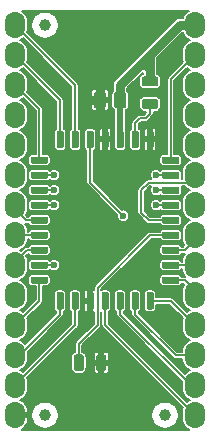
<source format=gtl>
G04 #@! TF.GenerationSoftware,KiCad,Pcbnew,(5.1.2-1)-1*
G04 #@! TF.CreationDate,2019-12-07T17:40:51-05:00*
G04 #@! TF.ProjectId,GW28R8128,47573238-5238-4313-9238-2e6b69636164,rev?*
G04 #@! TF.SameCoordinates,Original*
G04 #@! TF.FileFunction,Copper,L1,Top*
G04 #@! TF.FilePolarity,Positive*
%FSLAX46Y46*%
G04 Gerber Fmt 4.6, Leading zero omitted, Abs format (unit mm)*
G04 Created by KiCad (PCBNEW (5.1.2-1)-1) date 2019-12-07 17:40:51*
%MOMM*%
%LPD*%
G04 APERTURE LIST*
%ADD10O,1.700000X2.280000*%
%ADD11C,1.000000*%
%ADD12C,0.100000*%
%ADD13C,0.850000*%
%ADD14C,1.050000*%
%ADD15C,0.600000*%
%ADD16C,0.800000*%
%ADD17C,0.508000*%
%ADD18C,0.762000*%
%ADD19C,0.152400*%
G04 APERTURE END LIST*
D10*
X40640000Y-20320000D03*
X55880000Y-53340000D03*
X40640000Y-22860000D03*
X55880000Y-50800000D03*
X40640000Y-25400000D03*
X55880000Y-48260000D03*
X40640000Y-27940000D03*
X55880000Y-45720000D03*
X40640000Y-30480000D03*
X55880000Y-43180000D03*
X40640000Y-33020000D03*
X55880000Y-40640000D03*
X40640000Y-35560000D03*
X55880000Y-38100000D03*
X40640000Y-38100000D03*
X55880000Y-35560000D03*
X40640000Y-40640000D03*
X55880000Y-33020000D03*
X40640000Y-43180000D03*
X55880000Y-30480000D03*
X40640000Y-45720000D03*
X55880000Y-27940000D03*
X40640000Y-48260000D03*
X55880000Y-25400000D03*
X40640000Y-50800000D03*
X55880000Y-22860000D03*
X40640000Y-53340000D03*
X55880000Y-20320000D03*
D11*
X43180000Y-53340000D03*
X53340000Y-53340000D03*
X43180000Y-20320000D03*
D12*
G36*
X52578329Y-26561023D02*
G01*
X52598957Y-26564083D01*
X52619185Y-26569150D01*
X52638820Y-26576176D01*
X52657672Y-26585092D01*
X52675559Y-26595813D01*
X52692309Y-26608235D01*
X52707760Y-26622240D01*
X52721765Y-26637691D01*
X52734187Y-26654441D01*
X52744908Y-26672328D01*
X52753824Y-26691180D01*
X52760850Y-26710815D01*
X52765917Y-26731043D01*
X52768977Y-26751671D01*
X52770000Y-26772500D01*
X52770000Y-27197500D01*
X52768977Y-27218329D01*
X52765917Y-27238957D01*
X52760850Y-27259185D01*
X52753824Y-27278820D01*
X52744908Y-27297672D01*
X52734187Y-27315559D01*
X52721765Y-27332309D01*
X52707760Y-27347760D01*
X52692309Y-27361765D01*
X52675559Y-27374187D01*
X52657672Y-27384908D01*
X52638820Y-27393824D01*
X52619185Y-27400850D01*
X52598957Y-27405917D01*
X52578329Y-27408977D01*
X52557500Y-27410000D01*
X51582500Y-27410000D01*
X51561671Y-27408977D01*
X51541043Y-27405917D01*
X51520815Y-27400850D01*
X51501180Y-27393824D01*
X51482328Y-27384908D01*
X51464441Y-27374187D01*
X51447691Y-27361765D01*
X51432240Y-27347760D01*
X51418235Y-27332309D01*
X51405813Y-27315559D01*
X51395092Y-27297672D01*
X51386176Y-27278820D01*
X51379150Y-27259185D01*
X51374083Y-27238957D01*
X51371023Y-27218329D01*
X51370000Y-27197500D01*
X51370000Y-26772500D01*
X51371023Y-26751671D01*
X51374083Y-26731043D01*
X51379150Y-26710815D01*
X51386176Y-26691180D01*
X51395092Y-26672328D01*
X51405813Y-26654441D01*
X51418235Y-26637691D01*
X51432240Y-26622240D01*
X51447691Y-26608235D01*
X51464441Y-26595813D01*
X51482328Y-26585092D01*
X51501180Y-26576176D01*
X51520815Y-26569150D01*
X51541043Y-26564083D01*
X51561671Y-26561023D01*
X51582500Y-26560000D01*
X52557500Y-26560000D01*
X52578329Y-26561023D01*
X52578329Y-26561023D01*
G37*
D13*
X52070000Y-26985000D03*
D12*
G36*
X52578329Y-24661023D02*
G01*
X52598957Y-24664083D01*
X52619185Y-24669150D01*
X52638820Y-24676176D01*
X52657672Y-24685092D01*
X52675559Y-24695813D01*
X52692309Y-24708235D01*
X52707760Y-24722240D01*
X52721765Y-24737691D01*
X52734187Y-24754441D01*
X52744908Y-24772328D01*
X52753824Y-24791180D01*
X52760850Y-24810815D01*
X52765917Y-24831043D01*
X52768977Y-24851671D01*
X52770000Y-24872500D01*
X52770000Y-25297500D01*
X52768977Y-25318329D01*
X52765917Y-25338957D01*
X52760850Y-25359185D01*
X52753824Y-25378820D01*
X52744908Y-25397672D01*
X52734187Y-25415559D01*
X52721765Y-25432309D01*
X52707760Y-25447760D01*
X52692309Y-25461765D01*
X52675559Y-25474187D01*
X52657672Y-25484908D01*
X52638820Y-25493824D01*
X52619185Y-25500850D01*
X52598957Y-25505917D01*
X52578329Y-25508977D01*
X52557500Y-25510000D01*
X51582500Y-25510000D01*
X51561671Y-25508977D01*
X51541043Y-25505917D01*
X51520815Y-25500850D01*
X51501180Y-25493824D01*
X51482328Y-25484908D01*
X51464441Y-25474187D01*
X51447691Y-25461765D01*
X51432240Y-25447760D01*
X51418235Y-25432309D01*
X51405813Y-25415559D01*
X51395092Y-25397672D01*
X51386176Y-25378820D01*
X51379150Y-25359185D01*
X51374083Y-25338957D01*
X51371023Y-25318329D01*
X51370000Y-25297500D01*
X51370000Y-24872500D01*
X51371023Y-24851671D01*
X51374083Y-24831043D01*
X51379150Y-24810815D01*
X51386176Y-24791180D01*
X51395092Y-24772328D01*
X51405813Y-24754441D01*
X51418235Y-24737691D01*
X51432240Y-24722240D01*
X51447691Y-24708235D01*
X51464441Y-24695813D01*
X51482328Y-24685092D01*
X51501180Y-24676176D01*
X51520815Y-24669150D01*
X51541043Y-24664083D01*
X51561671Y-24661023D01*
X51582500Y-24660000D01*
X52557500Y-24660000D01*
X52578329Y-24661023D01*
X52578329Y-24661023D01*
G37*
D13*
X52070000Y-25085000D03*
D12*
G36*
X49818229Y-25971264D02*
G01*
X49843711Y-25975044D01*
X49868700Y-25981303D01*
X49892954Y-25989982D01*
X49916242Y-26000996D01*
X49938337Y-26014239D01*
X49959028Y-26029585D01*
X49978116Y-26046884D01*
X49995415Y-26065972D01*
X50010761Y-26086663D01*
X50024004Y-26108758D01*
X50035018Y-26132046D01*
X50043697Y-26156300D01*
X50049956Y-26181289D01*
X50053736Y-26206771D01*
X50055000Y-26232500D01*
X50055000Y-27107500D01*
X50053736Y-27133229D01*
X50049956Y-27158711D01*
X50043697Y-27183700D01*
X50035018Y-27207954D01*
X50024004Y-27231242D01*
X50010761Y-27253337D01*
X49995415Y-27274028D01*
X49978116Y-27293116D01*
X49959028Y-27310415D01*
X49938337Y-27325761D01*
X49916242Y-27339004D01*
X49892954Y-27350018D01*
X49868700Y-27358697D01*
X49843711Y-27364956D01*
X49818229Y-27368736D01*
X49792500Y-27370000D01*
X49267500Y-27370000D01*
X49241771Y-27368736D01*
X49216289Y-27364956D01*
X49191300Y-27358697D01*
X49167046Y-27350018D01*
X49143758Y-27339004D01*
X49121663Y-27325761D01*
X49100972Y-27310415D01*
X49081884Y-27293116D01*
X49064585Y-27274028D01*
X49049239Y-27253337D01*
X49035996Y-27231242D01*
X49024982Y-27207954D01*
X49016303Y-27183700D01*
X49010044Y-27158711D01*
X49006264Y-27133229D01*
X49005000Y-27107500D01*
X49005000Y-26232500D01*
X49006264Y-26206771D01*
X49010044Y-26181289D01*
X49016303Y-26156300D01*
X49024982Y-26132046D01*
X49035996Y-26108758D01*
X49049239Y-26086663D01*
X49064585Y-26065972D01*
X49081884Y-26046884D01*
X49100972Y-26029585D01*
X49121663Y-26014239D01*
X49143758Y-26000996D01*
X49167046Y-25989982D01*
X49191300Y-25981303D01*
X49216289Y-25975044D01*
X49241771Y-25971264D01*
X49267500Y-25970000D01*
X49792500Y-25970000D01*
X49818229Y-25971264D01*
X49818229Y-25971264D01*
G37*
D14*
X49530000Y-26670000D03*
D12*
G36*
X48118229Y-25971264D02*
G01*
X48143711Y-25975044D01*
X48168700Y-25981303D01*
X48192954Y-25989982D01*
X48216242Y-26000996D01*
X48238337Y-26014239D01*
X48259028Y-26029585D01*
X48278116Y-26046884D01*
X48295415Y-26065972D01*
X48310761Y-26086663D01*
X48324004Y-26108758D01*
X48335018Y-26132046D01*
X48343697Y-26156300D01*
X48349956Y-26181289D01*
X48353736Y-26206771D01*
X48355000Y-26232500D01*
X48355000Y-27107500D01*
X48353736Y-27133229D01*
X48349956Y-27158711D01*
X48343697Y-27183700D01*
X48335018Y-27207954D01*
X48324004Y-27231242D01*
X48310761Y-27253337D01*
X48295415Y-27274028D01*
X48278116Y-27293116D01*
X48259028Y-27310415D01*
X48238337Y-27325761D01*
X48216242Y-27339004D01*
X48192954Y-27350018D01*
X48168700Y-27358697D01*
X48143711Y-27364956D01*
X48118229Y-27368736D01*
X48092500Y-27370000D01*
X47567500Y-27370000D01*
X47541771Y-27368736D01*
X47516289Y-27364956D01*
X47491300Y-27358697D01*
X47467046Y-27350018D01*
X47443758Y-27339004D01*
X47421663Y-27325761D01*
X47400972Y-27310415D01*
X47381884Y-27293116D01*
X47364585Y-27274028D01*
X47349239Y-27253337D01*
X47335996Y-27231242D01*
X47324982Y-27207954D01*
X47316303Y-27183700D01*
X47310044Y-27158711D01*
X47306264Y-27133229D01*
X47305000Y-27107500D01*
X47305000Y-26232500D01*
X47306264Y-26206771D01*
X47310044Y-26181289D01*
X47316303Y-26156300D01*
X47324982Y-26132046D01*
X47335996Y-26108758D01*
X47349239Y-26086663D01*
X47364585Y-26065972D01*
X47381884Y-26046884D01*
X47400972Y-26029585D01*
X47421663Y-26014239D01*
X47443758Y-26000996D01*
X47467046Y-25989982D01*
X47491300Y-25981303D01*
X47516289Y-25975044D01*
X47541771Y-25971264D01*
X47567500Y-25970000D01*
X48092500Y-25970000D01*
X48118229Y-25971264D01*
X48118229Y-25971264D01*
G37*
D14*
X47830000Y-26670000D03*
D12*
G36*
X48424703Y-29255722D02*
G01*
X48439264Y-29257882D01*
X48453543Y-29261459D01*
X48467403Y-29266418D01*
X48480710Y-29272712D01*
X48493336Y-29280280D01*
X48505159Y-29289048D01*
X48516066Y-29298934D01*
X48525952Y-29309841D01*
X48534720Y-29321664D01*
X48542288Y-29334290D01*
X48548582Y-29347597D01*
X48553541Y-29361457D01*
X48557118Y-29375736D01*
X48559278Y-29390297D01*
X48560000Y-29405000D01*
X48560000Y-30580000D01*
X48559278Y-30594703D01*
X48557118Y-30609264D01*
X48553541Y-30623543D01*
X48548582Y-30637403D01*
X48542288Y-30650710D01*
X48534720Y-30663336D01*
X48525952Y-30675159D01*
X48516066Y-30686066D01*
X48505159Y-30695952D01*
X48493336Y-30704720D01*
X48480710Y-30712288D01*
X48467403Y-30718582D01*
X48453543Y-30723541D01*
X48439264Y-30727118D01*
X48424703Y-30729278D01*
X48410000Y-30730000D01*
X48110000Y-30730000D01*
X48095297Y-30729278D01*
X48080736Y-30727118D01*
X48066457Y-30723541D01*
X48052597Y-30718582D01*
X48039290Y-30712288D01*
X48026664Y-30704720D01*
X48014841Y-30695952D01*
X48003934Y-30686066D01*
X47994048Y-30675159D01*
X47985280Y-30663336D01*
X47977712Y-30650710D01*
X47971418Y-30637403D01*
X47966459Y-30623543D01*
X47962882Y-30609264D01*
X47960722Y-30594703D01*
X47960000Y-30580000D01*
X47960000Y-29405000D01*
X47960722Y-29390297D01*
X47962882Y-29375736D01*
X47966459Y-29361457D01*
X47971418Y-29347597D01*
X47977712Y-29334290D01*
X47985280Y-29321664D01*
X47994048Y-29309841D01*
X48003934Y-29298934D01*
X48014841Y-29289048D01*
X48026664Y-29280280D01*
X48039290Y-29272712D01*
X48052597Y-29266418D01*
X48066457Y-29261459D01*
X48080736Y-29257882D01*
X48095297Y-29255722D01*
X48110000Y-29255000D01*
X48410000Y-29255000D01*
X48424703Y-29255722D01*
X48424703Y-29255722D01*
G37*
D15*
X48260000Y-29992500D03*
D12*
G36*
X47154703Y-29255722D02*
G01*
X47169264Y-29257882D01*
X47183543Y-29261459D01*
X47197403Y-29266418D01*
X47210710Y-29272712D01*
X47223336Y-29280280D01*
X47235159Y-29289048D01*
X47246066Y-29298934D01*
X47255952Y-29309841D01*
X47264720Y-29321664D01*
X47272288Y-29334290D01*
X47278582Y-29347597D01*
X47283541Y-29361457D01*
X47287118Y-29375736D01*
X47289278Y-29390297D01*
X47290000Y-29405000D01*
X47290000Y-30580000D01*
X47289278Y-30594703D01*
X47287118Y-30609264D01*
X47283541Y-30623543D01*
X47278582Y-30637403D01*
X47272288Y-30650710D01*
X47264720Y-30663336D01*
X47255952Y-30675159D01*
X47246066Y-30686066D01*
X47235159Y-30695952D01*
X47223336Y-30704720D01*
X47210710Y-30712288D01*
X47197403Y-30718582D01*
X47183543Y-30723541D01*
X47169264Y-30727118D01*
X47154703Y-30729278D01*
X47140000Y-30730000D01*
X46840000Y-30730000D01*
X46825297Y-30729278D01*
X46810736Y-30727118D01*
X46796457Y-30723541D01*
X46782597Y-30718582D01*
X46769290Y-30712288D01*
X46756664Y-30704720D01*
X46744841Y-30695952D01*
X46733934Y-30686066D01*
X46724048Y-30675159D01*
X46715280Y-30663336D01*
X46707712Y-30650710D01*
X46701418Y-30637403D01*
X46696459Y-30623543D01*
X46692882Y-30609264D01*
X46690722Y-30594703D01*
X46690000Y-30580000D01*
X46690000Y-29405000D01*
X46690722Y-29390297D01*
X46692882Y-29375736D01*
X46696459Y-29361457D01*
X46701418Y-29347597D01*
X46707712Y-29334290D01*
X46715280Y-29321664D01*
X46724048Y-29309841D01*
X46733934Y-29298934D01*
X46744841Y-29289048D01*
X46756664Y-29280280D01*
X46769290Y-29272712D01*
X46782597Y-29266418D01*
X46796457Y-29261459D01*
X46810736Y-29257882D01*
X46825297Y-29255722D01*
X46840000Y-29255000D01*
X47140000Y-29255000D01*
X47154703Y-29255722D01*
X47154703Y-29255722D01*
G37*
D15*
X46990000Y-29992500D03*
D12*
G36*
X45884703Y-29255722D02*
G01*
X45899264Y-29257882D01*
X45913543Y-29261459D01*
X45927403Y-29266418D01*
X45940710Y-29272712D01*
X45953336Y-29280280D01*
X45965159Y-29289048D01*
X45976066Y-29298934D01*
X45985952Y-29309841D01*
X45994720Y-29321664D01*
X46002288Y-29334290D01*
X46008582Y-29347597D01*
X46013541Y-29361457D01*
X46017118Y-29375736D01*
X46019278Y-29390297D01*
X46020000Y-29405000D01*
X46020000Y-30580000D01*
X46019278Y-30594703D01*
X46017118Y-30609264D01*
X46013541Y-30623543D01*
X46008582Y-30637403D01*
X46002288Y-30650710D01*
X45994720Y-30663336D01*
X45985952Y-30675159D01*
X45976066Y-30686066D01*
X45965159Y-30695952D01*
X45953336Y-30704720D01*
X45940710Y-30712288D01*
X45927403Y-30718582D01*
X45913543Y-30723541D01*
X45899264Y-30727118D01*
X45884703Y-30729278D01*
X45870000Y-30730000D01*
X45570000Y-30730000D01*
X45555297Y-30729278D01*
X45540736Y-30727118D01*
X45526457Y-30723541D01*
X45512597Y-30718582D01*
X45499290Y-30712288D01*
X45486664Y-30704720D01*
X45474841Y-30695952D01*
X45463934Y-30686066D01*
X45454048Y-30675159D01*
X45445280Y-30663336D01*
X45437712Y-30650710D01*
X45431418Y-30637403D01*
X45426459Y-30623543D01*
X45422882Y-30609264D01*
X45420722Y-30594703D01*
X45420000Y-30580000D01*
X45420000Y-29405000D01*
X45420722Y-29390297D01*
X45422882Y-29375736D01*
X45426459Y-29361457D01*
X45431418Y-29347597D01*
X45437712Y-29334290D01*
X45445280Y-29321664D01*
X45454048Y-29309841D01*
X45463934Y-29298934D01*
X45474841Y-29289048D01*
X45486664Y-29280280D01*
X45499290Y-29272712D01*
X45512597Y-29266418D01*
X45526457Y-29261459D01*
X45540736Y-29257882D01*
X45555297Y-29255722D01*
X45570000Y-29255000D01*
X45870000Y-29255000D01*
X45884703Y-29255722D01*
X45884703Y-29255722D01*
G37*
D15*
X45720000Y-29992500D03*
D12*
G36*
X44614703Y-29255722D02*
G01*
X44629264Y-29257882D01*
X44643543Y-29261459D01*
X44657403Y-29266418D01*
X44670710Y-29272712D01*
X44683336Y-29280280D01*
X44695159Y-29289048D01*
X44706066Y-29298934D01*
X44715952Y-29309841D01*
X44724720Y-29321664D01*
X44732288Y-29334290D01*
X44738582Y-29347597D01*
X44743541Y-29361457D01*
X44747118Y-29375736D01*
X44749278Y-29390297D01*
X44750000Y-29405000D01*
X44750000Y-30580000D01*
X44749278Y-30594703D01*
X44747118Y-30609264D01*
X44743541Y-30623543D01*
X44738582Y-30637403D01*
X44732288Y-30650710D01*
X44724720Y-30663336D01*
X44715952Y-30675159D01*
X44706066Y-30686066D01*
X44695159Y-30695952D01*
X44683336Y-30704720D01*
X44670710Y-30712288D01*
X44657403Y-30718582D01*
X44643543Y-30723541D01*
X44629264Y-30727118D01*
X44614703Y-30729278D01*
X44600000Y-30730000D01*
X44300000Y-30730000D01*
X44285297Y-30729278D01*
X44270736Y-30727118D01*
X44256457Y-30723541D01*
X44242597Y-30718582D01*
X44229290Y-30712288D01*
X44216664Y-30704720D01*
X44204841Y-30695952D01*
X44193934Y-30686066D01*
X44184048Y-30675159D01*
X44175280Y-30663336D01*
X44167712Y-30650710D01*
X44161418Y-30637403D01*
X44156459Y-30623543D01*
X44152882Y-30609264D01*
X44150722Y-30594703D01*
X44150000Y-30580000D01*
X44150000Y-29405000D01*
X44150722Y-29390297D01*
X44152882Y-29375736D01*
X44156459Y-29361457D01*
X44161418Y-29347597D01*
X44167712Y-29334290D01*
X44175280Y-29321664D01*
X44184048Y-29309841D01*
X44193934Y-29298934D01*
X44204841Y-29289048D01*
X44216664Y-29280280D01*
X44229290Y-29272712D01*
X44242597Y-29266418D01*
X44256457Y-29261459D01*
X44270736Y-29257882D01*
X44285297Y-29255722D01*
X44300000Y-29255000D01*
X44600000Y-29255000D01*
X44614703Y-29255722D01*
X44614703Y-29255722D01*
G37*
D15*
X44450000Y-29992500D03*
D12*
G36*
X43299703Y-31450722D02*
G01*
X43314264Y-31452882D01*
X43328543Y-31456459D01*
X43342403Y-31461418D01*
X43355710Y-31467712D01*
X43368336Y-31475280D01*
X43380159Y-31484048D01*
X43391066Y-31493934D01*
X43400952Y-31504841D01*
X43409720Y-31516664D01*
X43417288Y-31529290D01*
X43423582Y-31542597D01*
X43428541Y-31556457D01*
X43432118Y-31570736D01*
X43434278Y-31585297D01*
X43435000Y-31600000D01*
X43435000Y-31900000D01*
X43434278Y-31914703D01*
X43432118Y-31929264D01*
X43428541Y-31943543D01*
X43423582Y-31957403D01*
X43417288Y-31970710D01*
X43409720Y-31983336D01*
X43400952Y-31995159D01*
X43391066Y-32006066D01*
X43380159Y-32015952D01*
X43368336Y-32024720D01*
X43355710Y-32032288D01*
X43342403Y-32038582D01*
X43328543Y-32043541D01*
X43314264Y-32047118D01*
X43299703Y-32049278D01*
X43285000Y-32050000D01*
X42110000Y-32050000D01*
X42095297Y-32049278D01*
X42080736Y-32047118D01*
X42066457Y-32043541D01*
X42052597Y-32038582D01*
X42039290Y-32032288D01*
X42026664Y-32024720D01*
X42014841Y-32015952D01*
X42003934Y-32006066D01*
X41994048Y-31995159D01*
X41985280Y-31983336D01*
X41977712Y-31970710D01*
X41971418Y-31957403D01*
X41966459Y-31943543D01*
X41962882Y-31929264D01*
X41960722Y-31914703D01*
X41960000Y-31900000D01*
X41960000Y-31600000D01*
X41960722Y-31585297D01*
X41962882Y-31570736D01*
X41966459Y-31556457D01*
X41971418Y-31542597D01*
X41977712Y-31529290D01*
X41985280Y-31516664D01*
X41994048Y-31504841D01*
X42003934Y-31493934D01*
X42014841Y-31484048D01*
X42026664Y-31475280D01*
X42039290Y-31467712D01*
X42052597Y-31461418D01*
X42066457Y-31456459D01*
X42080736Y-31452882D01*
X42095297Y-31450722D01*
X42110000Y-31450000D01*
X43285000Y-31450000D01*
X43299703Y-31450722D01*
X43299703Y-31450722D01*
G37*
D15*
X42697500Y-31750000D03*
D12*
G36*
X43299703Y-32720722D02*
G01*
X43314264Y-32722882D01*
X43328543Y-32726459D01*
X43342403Y-32731418D01*
X43355710Y-32737712D01*
X43368336Y-32745280D01*
X43380159Y-32754048D01*
X43391066Y-32763934D01*
X43400952Y-32774841D01*
X43409720Y-32786664D01*
X43417288Y-32799290D01*
X43423582Y-32812597D01*
X43428541Y-32826457D01*
X43432118Y-32840736D01*
X43434278Y-32855297D01*
X43435000Y-32870000D01*
X43435000Y-33170000D01*
X43434278Y-33184703D01*
X43432118Y-33199264D01*
X43428541Y-33213543D01*
X43423582Y-33227403D01*
X43417288Y-33240710D01*
X43409720Y-33253336D01*
X43400952Y-33265159D01*
X43391066Y-33276066D01*
X43380159Y-33285952D01*
X43368336Y-33294720D01*
X43355710Y-33302288D01*
X43342403Y-33308582D01*
X43328543Y-33313541D01*
X43314264Y-33317118D01*
X43299703Y-33319278D01*
X43285000Y-33320000D01*
X42110000Y-33320000D01*
X42095297Y-33319278D01*
X42080736Y-33317118D01*
X42066457Y-33313541D01*
X42052597Y-33308582D01*
X42039290Y-33302288D01*
X42026664Y-33294720D01*
X42014841Y-33285952D01*
X42003934Y-33276066D01*
X41994048Y-33265159D01*
X41985280Y-33253336D01*
X41977712Y-33240710D01*
X41971418Y-33227403D01*
X41966459Y-33213543D01*
X41962882Y-33199264D01*
X41960722Y-33184703D01*
X41960000Y-33170000D01*
X41960000Y-32870000D01*
X41960722Y-32855297D01*
X41962882Y-32840736D01*
X41966459Y-32826457D01*
X41971418Y-32812597D01*
X41977712Y-32799290D01*
X41985280Y-32786664D01*
X41994048Y-32774841D01*
X42003934Y-32763934D01*
X42014841Y-32754048D01*
X42026664Y-32745280D01*
X42039290Y-32737712D01*
X42052597Y-32731418D01*
X42066457Y-32726459D01*
X42080736Y-32722882D01*
X42095297Y-32720722D01*
X42110000Y-32720000D01*
X43285000Y-32720000D01*
X43299703Y-32720722D01*
X43299703Y-32720722D01*
G37*
D15*
X42697500Y-33020000D03*
D12*
G36*
X43299703Y-33990722D02*
G01*
X43314264Y-33992882D01*
X43328543Y-33996459D01*
X43342403Y-34001418D01*
X43355710Y-34007712D01*
X43368336Y-34015280D01*
X43380159Y-34024048D01*
X43391066Y-34033934D01*
X43400952Y-34044841D01*
X43409720Y-34056664D01*
X43417288Y-34069290D01*
X43423582Y-34082597D01*
X43428541Y-34096457D01*
X43432118Y-34110736D01*
X43434278Y-34125297D01*
X43435000Y-34140000D01*
X43435000Y-34440000D01*
X43434278Y-34454703D01*
X43432118Y-34469264D01*
X43428541Y-34483543D01*
X43423582Y-34497403D01*
X43417288Y-34510710D01*
X43409720Y-34523336D01*
X43400952Y-34535159D01*
X43391066Y-34546066D01*
X43380159Y-34555952D01*
X43368336Y-34564720D01*
X43355710Y-34572288D01*
X43342403Y-34578582D01*
X43328543Y-34583541D01*
X43314264Y-34587118D01*
X43299703Y-34589278D01*
X43285000Y-34590000D01*
X42110000Y-34590000D01*
X42095297Y-34589278D01*
X42080736Y-34587118D01*
X42066457Y-34583541D01*
X42052597Y-34578582D01*
X42039290Y-34572288D01*
X42026664Y-34564720D01*
X42014841Y-34555952D01*
X42003934Y-34546066D01*
X41994048Y-34535159D01*
X41985280Y-34523336D01*
X41977712Y-34510710D01*
X41971418Y-34497403D01*
X41966459Y-34483543D01*
X41962882Y-34469264D01*
X41960722Y-34454703D01*
X41960000Y-34440000D01*
X41960000Y-34140000D01*
X41960722Y-34125297D01*
X41962882Y-34110736D01*
X41966459Y-34096457D01*
X41971418Y-34082597D01*
X41977712Y-34069290D01*
X41985280Y-34056664D01*
X41994048Y-34044841D01*
X42003934Y-34033934D01*
X42014841Y-34024048D01*
X42026664Y-34015280D01*
X42039290Y-34007712D01*
X42052597Y-34001418D01*
X42066457Y-33996459D01*
X42080736Y-33992882D01*
X42095297Y-33990722D01*
X42110000Y-33990000D01*
X43285000Y-33990000D01*
X43299703Y-33990722D01*
X43299703Y-33990722D01*
G37*
D15*
X42697500Y-34290000D03*
D12*
G36*
X43299703Y-35260722D02*
G01*
X43314264Y-35262882D01*
X43328543Y-35266459D01*
X43342403Y-35271418D01*
X43355710Y-35277712D01*
X43368336Y-35285280D01*
X43380159Y-35294048D01*
X43391066Y-35303934D01*
X43400952Y-35314841D01*
X43409720Y-35326664D01*
X43417288Y-35339290D01*
X43423582Y-35352597D01*
X43428541Y-35366457D01*
X43432118Y-35380736D01*
X43434278Y-35395297D01*
X43435000Y-35410000D01*
X43435000Y-35710000D01*
X43434278Y-35724703D01*
X43432118Y-35739264D01*
X43428541Y-35753543D01*
X43423582Y-35767403D01*
X43417288Y-35780710D01*
X43409720Y-35793336D01*
X43400952Y-35805159D01*
X43391066Y-35816066D01*
X43380159Y-35825952D01*
X43368336Y-35834720D01*
X43355710Y-35842288D01*
X43342403Y-35848582D01*
X43328543Y-35853541D01*
X43314264Y-35857118D01*
X43299703Y-35859278D01*
X43285000Y-35860000D01*
X42110000Y-35860000D01*
X42095297Y-35859278D01*
X42080736Y-35857118D01*
X42066457Y-35853541D01*
X42052597Y-35848582D01*
X42039290Y-35842288D01*
X42026664Y-35834720D01*
X42014841Y-35825952D01*
X42003934Y-35816066D01*
X41994048Y-35805159D01*
X41985280Y-35793336D01*
X41977712Y-35780710D01*
X41971418Y-35767403D01*
X41966459Y-35753543D01*
X41962882Y-35739264D01*
X41960722Y-35724703D01*
X41960000Y-35710000D01*
X41960000Y-35410000D01*
X41960722Y-35395297D01*
X41962882Y-35380736D01*
X41966459Y-35366457D01*
X41971418Y-35352597D01*
X41977712Y-35339290D01*
X41985280Y-35326664D01*
X41994048Y-35314841D01*
X42003934Y-35303934D01*
X42014841Y-35294048D01*
X42026664Y-35285280D01*
X42039290Y-35277712D01*
X42052597Y-35271418D01*
X42066457Y-35266459D01*
X42080736Y-35262882D01*
X42095297Y-35260722D01*
X42110000Y-35260000D01*
X43285000Y-35260000D01*
X43299703Y-35260722D01*
X43299703Y-35260722D01*
G37*
D15*
X42697500Y-35560000D03*
D12*
G36*
X43299703Y-36530722D02*
G01*
X43314264Y-36532882D01*
X43328543Y-36536459D01*
X43342403Y-36541418D01*
X43355710Y-36547712D01*
X43368336Y-36555280D01*
X43380159Y-36564048D01*
X43391066Y-36573934D01*
X43400952Y-36584841D01*
X43409720Y-36596664D01*
X43417288Y-36609290D01*
X43423582Y-36622597D01*
X43428541Y-36636457D01*
X43432118Y-36650736D01*
X43434278Y-36665297D01*
X43435000Y-36680000D01*
X43435000Y-36980000D01*
X43434278Y-36994703D01*
X43432118Y-37009264D01*
X43428541Y-37023543D01*
X43423582Y-37037403D01*
X43417288Y-37050710D01*
X43409720Y-37063336D01*
X43400952Y-37075159D01*
X43391066Y-37086066D01*
X43380159Y-37095952D01*
X43368336Y-37104720D01*
X43355710Y-37112288D01*
X43342403Y-37118582D01*
X43328543Y-37123541D01*
X43314264Y-37127118D01*
X43299703Y-37129278D01*
X43285000Y-37130000D01*
X42110000Y-37130000D01*
X42095297Y-37129278D01*
X42080736Y-37127118D01*
X42066457Y-37123541D01*
X42052597Y-37118582D01*
X42039290Y-37112288D01*
X42026664Y-37104720D01*
X42014841Y-37095952D01*
X42003934Y-37086066D01*
X41994048Y-37075159D01*
X41985280Y-37063336D01*
X41977712Y-37050710D01*
X41971418Y-37037403D01*
X41966459Y-37023543D01*
X41962882Y-37009264D01*
X41960722Y-36994703D01*
X41960000Y-36980000D01*
X41960000Y-36680000D01*
X41960722Y-36665297D01*
X41962882Y-36650736D01*
X41966459Y-36636457D01*
X41971418Y-36622597D01*
X41977712Y-36609290D01*
X41985280Y-36596664D01*
X41994048Y-36584841D01*
X42003934Y-36573934D01*
X42014841Y-36564048D01*
X42026664Y-36555280D01*
X42039290Y-36547712D01*
X42052597Y-36541418D01*
X42066457Y-36536459D01*
X42080736Y-36532882D01*
X42095297Y-36530722D01*
X42110000Y-36530000D01*
X43285000Y-36530000D01*
X43299703Y-36530722D01*
X43299703Y-36530722D01*
G37*
D15*
X42697500Y-36830000D03*
D12*
G36*
X43299703Y-37800722D02*
G01*
X43314264Y-37802882D01*
X43328543Y-37806459D01*
X43342403Y-37811418D01*
X43355710Y-37817712D01*
X43368336Y-37825280D01*
X43380159Y-37834048D01*
X43391066Y-37843934D01*
X43400952Y-37854841D01*
X43409720Y-37866664D01*
X43417288Y-37879290D01*
X43423582Y-37892597D01*
X43428541Y-37906457D01*
X43432118Y-37920736D01*
X43434278Y-37935297D01*
X43435000Y-37950000D01*
X43435000Y-38250000D01*
X43434278Y-38264703D01*
X43432118Y-38279264D01*
X43428541Y-38293543D01*
X43423582Y-38307403D01*
X43417288Y-38320710D01*
X43409720Y-38333336D01*
X43400952Y-38345159D01*
X43391066Y-38356066D01*
X43380159Y-38365952D01*
X43368336Y-38374720D01*
X43355710Y-38382288D01*
X43342403Y-38388582D01*
X43328543Y-38393541D01*
X43314264Y-38397118D01*
X43299703Y-38399278D01*
X43285000Y-38400000D01*
X42110000Y-38400000D01*
X42095297Y-38399278D01*
X42080736Y-38397118D01*
X42066457Y-38393541D01*
X42052597Y-38388582D01*
X42039290Y-38382288D01*
X42026664Y-38374720D01*
X42014841Y-38365952D01*
X42003934Y-38356066D01*
X41994048Y-38345159D01*
X41985280Y-38333336D01*
X41977712Y-38320710D01*
X41971418Y-38307403D01*
X41966459Y-38293543D01*
X41962882Y-38279264D01*
X41960722Y-38264703D01*
X41960000Y-38250000D01*
X41960000Y-37950000D01*
X41960722Y-37935297D01*
X41962882Y-37920736D01*
X41966459Y-37906457D01*
X41971418Y-37892597D01*
X41977712Y-37879290D01*
X41985280Y-37866664D01*
X41994048Y-37854841D01*
X42003934Y-37843934D01*
X42014841Y-37834048D01*
X42026664Y-37825280D01*
X42039290Y-37817712D01*
X42052597Y-37811418D01*
X42066457Y-37806459D01*
X42080736Y-37802882D01*
X42095297Y-37800722D01*
X42110000Y-37800000D01*
X43285000Y-37800000D01*
X43299703Y-37800722D01*
X43299703Y-37800722D01*
G37*
D15*
X42697500Y-38100000D03*
D12*
G36*
X43299703Y-39070722D02*
G01*
X43314264Y-39072882D01*
X43328543Y-39076459D01*
X43342403Y-39081418D01*
X43355710Y-39087712D01*
X43368336Y-39095280D01*
X43380159Y-39104048D01*
X43391066Y-39113934D01*
X43400952Y-39124841D01*
X43409720Y-39136664D01*
X43417288Y-39149290D01*
X43423582Y-39162597D01*
X43428541Y-39176457D01*
X43432118Y-39190736D01*
X43434278Y-39205297D01*
X43435000Y-39220000D01*
X43435000Y-39520000D01*
X43434278Y-39534703D01*
X43432118Y-39549264D01*
X43428541Y-39563543D01*
X43423582Y-39577403D01*
X43417288Y-39590710D01*
X43409720Y-39603336D01*
X43400952Y-39615159D01*
X43391066Y-39626066D01*
X43380159Y-39635952D01*
X43368336Y-39644720D01*
X43355710Y-39652288D01*
X43342403Y-39658582D01*
X43328543Y-39663541D01*
X43314264Y-39667118D01*
X43299703Y-39669278D01*
X43285000Y-39670000D01*
X42110000Y-39670000D01*
X42095297Y-39669278D01*
X42080736Y-39667118D01*
X42066457Y-39663541D01*
X42052597Y-39658582D01*
X42039290Y-39652288D01*
X42026664Y-39644720D01*
X42014841Y-39635952D01*
X42003934Y-39626066D01*
X41994048Y-39615159D01*
X41985280Y-39603336D01*
X41977712Y-39590710D01*
X41971418Y-39577403D01*
X41966459Y-39563543D01*
X41962882Y-39549264D01*
X41960722Y-39534703D01*
X41960000Y-39520000D01*
X41960000Y-39220000D01*
X41960722Y-39205297D01*
X41962882Y-39190736D01*
X41966459Y-39176457D01*
X41971418Y-39162597D01*
X41977712Y-39149290D01*
X41985280Y-39136664D01*
X41994048Y-39124841D01*
X42003934Y-39113934D01*
X42014841Y-39104048D01*
X42026664Y-39095280D01*
X42039290Y-39087712D01*
X42052597Y-39081418D01*
X42066457Y-39076459D01*
X42080736Y-39072882D01*
X42095297Y-39070722D01*
X42110000Y-39070000D01*
X43285000Y-39070000D01*
X43299703Y-39070722D01*
X43299703Y-39070722D01*
G37*
D15*
X42697500Y-39370000D03*
D12*
G36*
X43299703Y-40340722D02*
G01*
X43314264Y-40342882D01*
X43328543Y-40346459D01*
X43342403Y-40351418D01*
X43355710Y-40357712D01*
X43368336Y-40365280D01*
X43380159Y-40374048D01*
X43391066Y-40383934D01*
X43400952Y-40394841D01*
X43409720Y-40406664D01*
X43417288Y-40419290D01*
X43423582Y-40432597D01*
X43428541Y-40446457D01*
X43432118Y-40460736D01*
X43434278Y-40475297D01*
X43435000Y-40490000D01*
X43435000Y-40790000D01*
X43434278Y-40804703D01*
X43432118Y-40819264D01*
X43428541Y-40833543D01*
X43423582Y-40847403D01*
X43417288Y-40860710D01*
X43409720Y-40873336D01*
X43400952Y-40885159D01*
X43391066Y-40896066D01*
X43380159Y-40905952D01*
X43368336Y-40914720D01*
X43355710Y-40922288D01*
X43342403Y-40928582D01*
X43328543Y-40933541D01*
X43314264Y-40937118D01*
X43299703Y-40939278D01*
X43285000Y-40940000D01*
X42110000Y-40940000D01*
X42095297Y-40939278D01*
X42080736Y-40937118D01*
X42066457Y-40933541D01*
X42052597Y-40928582D01*
X42039290Y-40922288D01*
X42026664Y-40914720D01*
X42014841Y-40905952D01*
X42003934Y-40896066D01*
X41994048Y-40885159D01*
X41985280Y-40873336D01*
X41977712Y-40860710D01*
X41971418Y-40847403D01*
X41966459Y-40833543D01*
X41962882Y-40819264D01*
X41960722Y-40804703D01*
X41960000Y-40790000D01*
X41960000Y-40490000D01*
X41960722Y-40475297D01*
X41962882Y-40460736D01*
X41966459Y-40446457D01*
X41971418Y-40432597D01*
X41977712Y-40419290D01*
X41985280Y-40406664D01*
X41994048Y-40394841D01*
X42003934Y-40383934D01*
X42014841Y-40374048D01*
X42026664Y-40365280D01*
X42039290Y-40357712D01*
X42052597Y-40351418D01*
X42066457Y-40346459D01*
X42080736Y-40342882D01*
X42095297Y-40340722D01*
X42110000Y-40340000D01*
X43285000Y-40340000D01*
X43299703Y-40340722D01*
X43299703Y-40340722D01*
G37*
D15*
X42697500Y-40640000D03*
D12*
G36*
X43299703Y-41610722D02*
G01*
X43314264Y-41612882D01*
X43328543Y-41616459D01*
X43342403Y-41621418D01*
X43355710Y-41627712D01*
X43368336Y-41635280D01*
X43380159Y-41644048D01*
X43391066Y-41653934D01*
X43400952Y-41664841D01*
X43409720Y-41676664D01*
X43417288Y-41689290D01*
X43423582Y-41702597D01*
X43428541Y-41716457D01*
X43432118Y-41730736D01*
X43434278Y-41745297D01*
X43435000Y-41760000D01*
X43435000Y-42060000D01*
X43434278Y-42074703D01*
X43432118Y-42089264D01*
X43428541Y-42103543D01*
X43423582Y-42117403D01*
X43417288Y-42130710D01*
X43409720Y-42143336D01*
X43400952Y-42155159D01*
X43391066Y-42166066D01*
X43380159Y-42175952D01*
X43368336Y-42184720D01*
X43355710Y-42192288D01*
X43342403Y-42198582D01*
X43328543Y-42203541D01*
X43314264Y-42207118D01*
X43299703Y-42209278D01*
X43285000Y-42210000D01*
X42110000Y-42210000D01*
X42095297Y-42209278D01*
X42080736Y-42207118D01*
X42066457Y-42203541D01*
X42052597Y-42198582D01*
X42039290Y-42192288D01*
X42026664Y-42184720D01*
X42014841Y-42175952D01*
X42003934Y-42166066D01*
X41994048Y-42155159D01*
X41985280Y-42143336D01*
X41977712Y-42130710D01*
X41971418Y-42117403D01*
X41966459Y-42103543D01*
X41962882Y-42089264D01*
X41960722Y-42074703D01*
X41960000Y-42060000D01*
X41960000Y-41760000D01*
X41960722Y-41745297D01*
X41962882Y-41730736D01*
X41966459Y-41716457D01*
X41971418Y-41702597D01*
X41977712Y-41689290D01*
X41985280Y-41676664D01*
X41994048Y-41664841D01*
X42003934Y-41653934D01*
X42014841Y-41644048D01*
X42026664Y-41635280D01*
X42039290Y-41627712D01*
X42052597Y-41621418D01*
X42066457Y-41616459D01*
X42080736Y-41612882D01*
X42095297Y-41610722D01*
X42110000Y-41610000D01*
X43285000Y-41610000D01*
X43299703Y-41610722D01*
X43299703Y-41610722D01*
G37*
D15*
X42697500Y-41910000D03*
D12*
G36*
X44614703Y-42930722D02*
G01*
X44629264Y-42932882D01*
X44643543Y-42936459D01*
X44657403Y-42941418D01*
X44670710Y-42947712D01*
X44683336Y-42955280D01*
X44695159Y-42964048D01*
X44706066Y-42973934D01*
X44715952Y-42984841D01*
X44724720Y-42996664D01*
X44732288Y-43009290D01*
X44738582Y-43022597D01*
X44743541Y-43036457D01*
X44747118Y-43050736D01*
X44749278Y-43065297D01*
X44750000Y-43080000D01*
X44750000Y-44255000D01*
X44749278Y-44269703D01*
X44747118Y-44284264D01*
X44743541Y-44298543D01*
X44738582Y-44312403D01*
X44732288Y-44325710D01*
X44724720Y-44338336D01*
X44715952Y-44350159D01*
X44706066Y-44361066D01*
X44695159Y-44370952D01*
X44683336Y-44379720D01*
X44670710Y-44387288D01*
X44657403Y-44393582D01*
X44643543Y-44398541D01*
X44629264Y-44402118D01*
X44614703Y-44404278D01*
X44600000Y-44405000D01*
X44300000Y-44405000D01*
X44285297Y-44404278D01*
X44270736Y-44402118D01*
X44256457Y-44398541D01*
X44242597Y-44393582D01*
X44229290Y-44387288D01*
X44216664Y-44379720D01*
X44204841Y-44370952D01*
X44193934Y-44361066D01*
X44184048Y-44350159D01*
X44175280Y-44338336D01*
X44167712Y-44325710D01*
X44161418Y-44312403D01*
X44156459Y-44298543D01*
X44152882Y-44284264D01*
X44150722Y-44269703D01*
X44150000Y-44255000D01*
X44150000Y-43080000D01*
X44150722Y-43065297D01*
X44152882Y-43050736D01*
X44156459Y-43036457D01*
X44161418Y-43022597D01*
X44167712Y-43009290D01*
X44175280Y-42996664D01*
X44184048Y-42984841D01*
X44193934Y-42973934D01*
X44204841Y-42964048D01*
X44216664Y-42955280D01*
X44229290Y-42947712D01*
X44242597Y-42941418D01*
X44256457Y-42936459D01*
X44270736Y-42932882D01*
X44285297Y-42930722D01*
X44300000Y-42930000D01*
X44600000Y-42930000D01*
X44614703Y-42930722D01*
X44614703Y-42930722D01*
G37*
D15*
X44450000Y-43667500D03*
D12*
G36*
X45884703Y-42930722D02*
G01*
X45899264Y-42932882D01*
X45913543Y-42936459D01*
X45927403Y-42941418D01*
X45940710Y-42947712D01*
X45953336Y-42955280D01*
X45965159Y-42964048D01*
X45976066Y-42973934D01*
X45985952Y-42984841D01*
X45994720Y-42996664D01*
X46002288Y-43009290D01*
X46008582Y-43022597D01*
X46013541Y-43036457D01*
X46017118Y-43050736D01*
X46019278Y-43065297D01*
X46020000Y-43080000D01*
X46020000Y-44255000D01*
X46019278Y-44269703D01*
X46017118Y-44284264D01*
X46013541Y-44298543D01*
X46008582Y-44312403D01*
X46002288Y-44325710D01*
X45994720Y-44338336D01*
X45985952Y-44350159D01*
X45976066Y-44361066D01*
X45965159Y-44370952D01*
X45953336Y-44379720D01*
X45940710Y-44387288D01*
X45927403Y-44393582D01*
X45913543Y-44398541D01*
X45899264Y-44402118D01*
X45884703Y-44404278D01*
X45870000Y-44405000D01*
X45570000Y-44405000D01*
X45555297Y-44404278D01*
X45540736Y-44402118D01*
X45526457Y-44398541D01*
X45512597Y-44393582D01*
X45499290Y-44387288D01*
X45486664Y-44379720D01*
X45474841Y-44370952D01*
X45463934Y-44361066D01*
X45454048Y-44350159D01*
X45445280Y-44338336D01*
X45437712Y-44325710D01*
X45431418Y-44312403D01*
X45426459Y-44298543D01*
X45422882Y-44284264D01*
X45420722Y-44269703D01*
X45420000Y-44255000D01*
X45420000Y-43080000D01*
X45420722Y-43065297D01*
X45422882Y-43050736D01*
X45426459Y-43036457D01*
X45431418Y-43022597D01*
X45437712Y-43009290D01*
X45445280Y-42996664D01*
X45454048Y-42984841D01*
X45463934Y-42973934D01*
X45474841Y-42964048D01*
X45486664Y-42955280D01*
X45499290Y-42947712D01*
X45512597Y-42941418D01*
X45526457Y-42936459D01*
X45540736Y-42932882D01*
X45555297Y-42930722D01*
X45570000Y-42930000D01*
X45870000Y-42930000D01*
X45884703Y-42930722D01*
X45884703Y-42930722D01*
G37*
D15*
X45720000Y-43667500D03*
D12*
G36*
X47154703Y-42930722D02*
G01*
X47169264Y-42932882D01*
X47183543Y-42936459D01*
X47197403Y-42941418D01*
X47210710Y-42947712D01*
X47223336Y-42955280D01*
X47235159Y-42964048D01*
X47246066Y-42973934D01*
X47255952Y-42984841D01*
X47264720Y-42996664D01*
X47272288Y-43009290D01*
X47278582Y-43022597D01*
X47283541Y-43036457D01*
X47287118Y-43050736D01*
X47289278Y-43065297D01*
X47290000Y-43080000D01*
X47290000Y-44255000D01*
X47289278Y-44269703D01*
X47287118Y-44284264D01*
X47283541Y-44298543D01*
X47278582Y-44312403D01*
X47272288Y-44325710D01*
X47264720Y-44338336D01*
X47255952Y-44350159D01*
X47246066Y-44361066D01*
X47235159Y-44370952D01*
X47223336Y-44379720D01*
X47210710Y-44387288D01*
X47197403Y-44393582D01*
X47183543Y-44398541D01*
X47169264Y-44402118D01*
X47154703Y-44404278D01*
X47140000Y-44405000D01*
X46840000Y-44405000D01*
X46825297Y-44404278D01*
X46810736Y-44402118D01*
X46796457Y-44398541D01*
X46782597Y-44393582D01*
X46769290Y-44387288D01*
X46756664Y-44379720D01*
X46744841Y-44370952D01*
X46733934Y-44361066D01*
X46724048Y-44350159D01*
X46715280Y-44338336D01*
X46707712Y-44325710D01*
X46701418Y-44312403D01*
X46696459Y-44298543D01*
X46692882Y-44284264D01*
X46690722Y-44269703D01*
X46690000Y-44255000D01*
X46690000Y-43080000D01*
X46690722Y-43065297D01*
X46692882Y-43050736D01*
X46696459Y-43036457D01*
X46701418Y-43022597D01*
X46707712Y-43009290D01*
X46715280Y-42996664D01*
X46724048Y-42984841D01*
X46733934Y-42973934D01*
X46744841Y-42964048D01*
X46756664Y-42955280D01*
X46769290Y-42947712D01*
X46782597Y-42941418D01*
X46796457Y-42936459D01*
X46810736Y-42932882D01*
X46825297Y-42930722D01*
X46840000Y-42930000D01*
X47140000Y-42930000D01*
X47154703Y-42930722D01*
X47154703Y-42930722D01*
G37*
D15*
X46990000Y-43667500D03*
D12*
G36*
X48424703Y-42930722D02*
G01*
X48439264Y-42932882D01*
X48453543Y-42936459D01*
X48467403Y-42941418D01*
X48480710Y-42947712D01*
X48493336Y-42955280D01*
X48505159Y-42964048D01*
X48516066Y-42973934D01*
X48525952Y-42984841D01*
X48534720Y-42996664D01*
X48542288Y-43009290D01*
X48548582Y-43022597D01*
X48553541Y-43036457D01*
X48557118Y-43050736D01*
X48559278Y-43065297D01*
X48560000Y-43080000D01*
X48560000Y-44255000D01*
X48559278Y-44269703D01*
X48557118Y-44284264D01*
X48553541Y-44298543D01*
X48548582Y-44312403D01*
X48542288Y-44325710D01*
X48534720Y-44338336D01*
X48525952Y-44350159D01*
X48516066Y-44361066D01*
X48505159Y-44370952D01*
X48493336Y-44379720D01*
X48480710Y-44387288D01*
X48467403Y-44393582D01*
X48453543Y-44398541D01*
X48439264Y-44402118D01*
X48424703Y-44404278D01*
X48410000Y-44405000D01*
X48110000Y-44405000D01*
X48095297Y-44404278D01*
X48080736Y-44402118D01*
X48066457Y-44398541D01*
X48052597Y-44393582D01*
X48039290Y-44387288D01*
X48026664Y-44379720D01*
X48014841Y-44370952D01*
X48003934Y-44361066D01*
X47994048Y-44350159D01*
X47985280Y-44338336D01*
X47977712Y-44325710D01*
X47971418Y-44312403D01*
X47966459Y-44298543D01*
X47962882Y-44284264D01*
X47960722Y-44269703D01*
X47960000Y-44255000D01*
X47960000Y-43080000D01*
X47960722Y-43065297D01*
X47962882Y-43050736D01*
X47966459Y-43036457D01*
X47971418Y-43022597D01*
X47977712Y-43009290D01*
X47985280Y-42996664D01*
X47994048Y-42984841D01*
X48003934Y-42973934D01*
X48014841Y-42964048D01*
X48026664Y-42955280D01*
X48039290Y-42947712D01*
X48052597Y-42941418D01*
X48066457Y-42936459D01*
X48080736Y-42932882D01*
X48095297Y-42930722D01*
X48110000Y-42930000D01*
X48410000Y-42930000D01*
X48424703Y-42930722D01*
X48424703Y-42930722D01*
G37*
D15*
X48260000Y-43667500D03*
D12*
G36*
X49694703Y-42930722D02*
G01*
X49709264Y-42932882D01*
X49723543Y-42936459D01*
X49737403Y-42941418D01*
X49750710Y-42947712D01*
X49763336Y-42955280D01*
X49775159Y-42964048D01*
X49786066Y-42973934D01*
X49795952Y-42984841D01*
X49804720Y-42996664D01*
X49812288Y-43009290D01*
X49818582Y-43022597D01*
X49823541Y-43036457D01*
X49827118Y-43050736D01*
X49829278Y-43065297D01*
X49830000Y-43080000D01*
X49830000Y-44255000D01*
X49829278Y-44269703D01*
X49827118Y-44284264D01*
X49823541Y-44298543D01*
X49818582Y-44312403D01*
X49812288Y-44325710D01*
X49804720Y-44338336D01*
X49795952Y-44350159D01*
X49786066Y-44361066D01*
X49775159Y-44370952D01*
X49763336Y-44379720D01*
X49750710Y-44387288D01*
X49737403Y-44393582D01*
X49723543Y-44398541D01*
X49709264Y-44402118D01*
X49694703Y-44404278D01*
X49680000Y-44405000D01*
X49380000Y-44405000D01*
X49365297Y-44404278D01*
X49350736Y-44402118D01*
X49336457Y-44398541D01*
X49322597Y-44393582D01*
X49309290Y-44387288D01*
X49296664Y-44379720D01*
X49284841Y-44370952D01*
X49273934Y-44361066D01*
X49264048Y-44350159D01*
X49255280Y-44338336D01*
X49247712Y-44325710D01*
X49241418Y-44312403D01*
X49236459Y-44298543D01*
X49232882Y-44284264D01*
X49230722Y-44269703D01*
X49230000Y-44255000D01*
X49230000Y-43080000D01*
X49230722Y-43065297D01*
X49232882Y-43050736D01*
X49236459Y-43036457D01*
X49241418Y-43022597D01*
X49247712Y-43009290D01*
X49255280Y-42996664D01*
X49264048Y-42984841D01*
X49273934Y-42973934D01*
X49284841Y-42964048D01*
X49296664Y-42955280D01*
X49309290Y-42947712D01*
X49322597Y-42941418D01*
X49336457Y-42936459D01*
X49350736Y-42932882D01*
X49365297Y-42930722D01*
X49380000Y-42930000D01*
X49680000Y-42930000D01*
X49694703Y-42930722D01*
X49694703Y-42930722D01*
G37*
D15*
X49530000Y-43667500D03*
D12*
G36*
X50964703Y-42930722D02*
G01*
X50979264Y-42932882D01*
X50993543Y-42936459D01*
X51007403Y-42941418D01*
X51020710Y-42947712D01*
X51033336Y-42955280D01*
X51045159Y-42964048D01*
X51056066Y-42973934D01*
X51065952Y-42984841D01*
X51074720Y-42996664D01*
X51082288Y-43009290D01*
X51088582Y-43022597D01*
X51093541Y-43036457D01*
X51097118Y-43050736D01*
X51099278Y-43065297D01*
X51100000Y-43080000D01*
X51100000Y-44255000D01*
X51099278Y-44269703D01*
X51097118Y-44284264D01*
X51093541Y-44298543D01*
X51088582Y-44312403D01*
X51082288Y-44325710D01*
X51074720Y-44338336D01*
X51065952Y-44350159D01*
X51056066Y-44361066D01*
X51045159Y-44370952D01*
X51033336Y-44379720D01*
X51020710Y-44387288D01*
X51007403Y-44393582D01*
X50993543Y-44398541D01*
X50979264Y-44402118D01*
X50964703Y-44404278D01*
X50950000Y-44405000D01*
X50650000Y-44405000D01*
X50635297Y-44404278D01*
X50620736Y-44402118D01*
X50606457Y-44398541D01*
X50592597Y-44393582D01*
X50579290Y-44387288D01*
X50566664Y-44379720D01*
X50554841Y-44370952D01*
X50543934Y-44361066D01*
X50534048Y-44350159D01*
X50525280Y-44338336D01*
X50517712Y-44325710D01*
X50511418Y-44312403D01*
X50506459Y-44298543D01*
X50502882Y-44284264D01*
X50500722Y-44269703D01*
X50500000Y-44255000D01*
X50500000Y-43080000D01*
X50500722Y-43065297D01*
X50502882Y-43050736D01*
X50506459Y-43036457D01*
X50511418Y-43022597D01*
X50517712Y-43009290D01*
X50525280Y-42996664D01*
X50534048Y-42984841D01*
X50543934Y-42973934D01*
X50554841Y-42964048D01*
X50566664Y-42955280D01*
X50579290Y-42947712D01*
X50592597Y-42941418D01*
X50606457Y-42936459D01*
X50620736Y-42932882D01*
X50635297Y-42930722D01*
X50650000Y-42930000D01*
X50950000Y-42930000D01*
X50964703Y-42930722D01*
X50964703Y-42930722D01*
G37*
D15*
X50800000Y-43667500D03*
D12*
G36*
X52234703Y-42930722D02*
G01*
X52249264Y-42932882D01*
X52263543Y-42936459D01*
X52277403Y-42941418D01*
X52290710Y-42947712D01*
X52303336Y-42955280D01*
X52315159Y-42964048D01*
X52326066Y-42973934D01*
X52335952Y-42984841D01*
X52344720Y-42996664D01*
X52352288Y-43009290D01*
X52358582Y-43022597D01*
X52363541Y-43036457D01*
X52367118Y-43050736D01*
X52369278Y-43065297D01*
X52370000Y-43080000D01*
X52370000Y-44255000D01*
X52369278Y-44269703D01*
X52367118Y-44284264D01*
X52363541Y-44298543D01*
X52358582Y-44312403D01*
X52352288Y-44325710D01*
X52344720Y-44338336D01*
X52335952Y-44350159D01*
X52326066Y-44361066D01*
X52315159Y-44370952D01*
X52303336Y-44379720D01*
X52290710Y-44387288D01*
X52277403Y-44393582D01*
X52263543Y-44398541D01*
X52249264Y-44402118D01*
X52234703Y-44404278D01*
X52220000Y-44405000D01*
X51920000Y-44405000D01*
X51905297Y-44404278D01*
X51890736Y-44402118D01*
X51876457Y-44398541D01*
X51862597Y-44393582D01*
X51849290Y-44387288D01*
X51836664Y-44379720D01*
X51824841Y-44370952D01*
X51813934Y-44361066D01*
X51804048Y-44350159D01*
X51795280Y-44338336D01*
X51787712Y-44325710D01*
X51781418Y-44312403D01*
X51776459Y-44298543D01*
X51772882Y-44284264D01*
X51770722Y-44269703D01*
X51770000Y-44255000D01*
X51770000Y-43080000D01*
X51770722Y-43065297D01*
X51772882Y-43050736D01*
X51776459Y-43036457D01*
X51781418Y-43022597D01*
X51787712Y-43009290D01*
X51795280Y-42996664D01*
X51804048Y-42984841D01*
X51813934Y-42973934D01*
X51824841Y-42964048D01*
X51836664Y-42955280D01*
X51849290Y-42947712D01*
X51862597Y-42941418D01*
X51876457Y-42936459D01*
X51890736Y-42932882D01*
X51905297Y-42930722D01*
X51920000Y-42930000D01*
X52220000Y-42930000D01*
X52234703Y-42930722D01*
X52234703Y-42930722D01*
G37*
D15*
X52070000Y-43667500D03*
D12*
G36*
X54424703Y-41610722D02*
G01*
X54439264Y-41612882D01*
X54453543Y-41616459D01*
X54467403Y-41621418D01*
X54480710Y-41627712D01*
X54493336Y-41635280D01*
X54505159Y-41644048D01*
X54516066Y-41653934D01*
X54525952Y-41664841D01*
X54534720Y-41676664D01*
X54542288Y-41689290D01*
X54548582Y-41702597D01*
X54553541Y-41716457D01*
X54557118Y-41730736D01*
X54559278Y-41745297D01*
X54560000Y-41760000D01*
X54560000Y-42060000D01*
X54559278Y-42074703D01*
X54557118Y-42089264D01*
X54553541Y-42103543D01*
X54548582Y-42117403D01*
X54542288Y-42130710D01*
X54534720Y-42143336D01*
X54525952Y-42155159D01*
X54516066Y-42166066D01*
X54505159Y-42175952D01*
X54493336Y-42184720D01*
X54480710Y-42192288D01*
X54467403Y-42198582D01*
X54453543Y-42203541D01*
X54439264Y-42207118D01*
X54424703Y-42209278D01*
X54410000Y-42210000D01*
X53235000Y-42210000D01*
X53220297Y-42209278D01*
X53205736Y-42207118D01*
X53191457Y-42203541D01*
X53177597Y-42198582D01*
X53164290Y-42192288D01*
X53151664Y-42184720D01*
X53139841Y-42175952D01*
X53128934Y-42166066D01*
X53119048Y-42155159D01*
X53110280Y-42143336D01*
X53102712Y-42130710D01*
X53096418Y-42117403D01*
X53091459Y-42103543D01*
X53087882Y-42089264D01*
X53085722Y-42074703D01*
X53085000Y-42060000D01*
X53085000Y-41760000D01*
X53085722Y-41745297D01*
X53087882Y-41730736D01*
X53091459Y-41716457D01*
X53096418Y-41702597D01*
X53102712Y-41689290D01*
X53110280Y-41676664D01*
X53119048Y-41664841D01*
X53128934Y-41653934D01*
X53139841Y-41644048D01*
X53151664Y-41635280D01*
X53164290Y-41627712D01*
X53177597Y-41621418D01*
X53191457Y-41616459D01*
X53205736Y-41612882D01*
X53220297Y-41610722D01*
X53235000Y-41610000D01*
X54410000Y-41610000D01*
X54424703Y-41610722D01*
X54424703Y-41610722D01*
G37*
D15*
X53822500Y-41910000D03*
D12*
G36*
X54424703Y-40340722D02*
G01*
X54439264Y-40342882D01*
X54453543Y-40346459D01*
X54467403Y-40351418D01*
X54480710Y-40357712D01*
X54493336Y-40365280D01*
X54505159Y-40374048D01*
X54516066Y-40383934D01*
X54525952Y-40394841D01*
X54534720Y-40406664D01*
X54542288Y-40419290D01*
X54548582Y-40432597D01*
X54553541Y-40446457D01*
X54557118Y-40460736D01*
X54559278Y-40475297D01*
X54560000Y-40490000D01*
X54560000Y-40790000D01*
X54559278Y-40804703D01*
X54557118Y-40819264D01*
X54553541Y-40833543D01*
X54548582Y-40847403D01*
X54542288Y-40860710D01*
X54534720Y-40873336D01*
X54525952Y-40885159D01*
X54516066Y-40896066D01*
X54505159Y-40905952D01*
X54493336Y-40914720D01*
X54480710Y-40922288D01*
X54467403Y-40928582D01*
X54453543Y-40933541D01*
X54439264Y-40937118D01*
X54424703Y-40939278D01*
X54410000Y-40940000D01*
X53235000Y-40940000D01*
X53220297Y-40939278D01*
X53205736Y-40937118D01*
X53191457Y-40933541D01*
X53177597Y-40928582D01*
X53164290Y-40922288D01*
X53151664Y-40914720D01*
X53139841Y-40905952D01*
X53128934Y-40896066D01*
X53119048Y-40885159D01*
X53110280Y-40873336D01*
X53102712Y-40860710D01*
X53096418Y-40847403D01*
X53091459Y-40833543D01*
X53087882Y-40819264D01*
X53085722Y-40804703D01*
X53085000Y-40790000D01*
X53085000Y-40490000D01*
X53085722Y-40475297D01*
X53087882Y-40460736D01*
X53091459Y-40446457D01*
X53096418Y-40432597D01*
X53102712Y-40419290D01*
X53110280Y-40406664D01*
X53119048Y-40394841D01*
X53128934Y-40383934D01*
X53139841Y-40374048D01*
X53151664Y-40365280D01*
X53164290Y-40357712D01*
X53177597Y-40351418D01*
X53191457Y-40346459D01*
X53205736Y-40342882D01*
X53220297Y-40340722D01*
X53235000Y-40340000D01*
X54410000Y-40340000D01*
X54424703Y-40340722D01*
X54424703Y-40340722D01*
G37*
D15*
X53822500Y-40640000D03*
D12*
G36*
X54424703Y-39070722D02*
G01*
X54439264Y-39072882D01*
X54453543Y-39076459D01*
X54467403Y-39081418D01*
X54480710Y-39087712D01*
X54493336Y-39095280D01*
X54505159Y-39104048D01*
X54516066Y-39113934D01*
X54525952Y-39124841D01*
X54534720Y-39136664D01*
X54542288Y-39149290D01*
X54548582Y-39162597D01*
X54553541Y-39176457D01*
X54557118Y-39190736D01*
X54559278Y-39205297D01*
X54560000Y-39220000D01*
X54560000Y-39520000D01*
X54559278Y-39534703D01*
X54557118Y-39549264D01*
X54553541Y-39563543D01*
X54548582Y-39577403D01*
X54542288Y-39590710D01*
X54534720Y-39603336D01*
X54525952Y-39615159D01*
X54516066Y-39626066D01*
X54505159Y-39635952D01*
X54493336Y-39644720D01*
X54480710Y-39652288D01*
X54467403Y-39658582D01*
X54453543Y-39663541D01*
X54439264Y-39667118D01*
X54424703Y-39669278D01*
X54410000Y-39670000D01*
X53235000Y-39670000D01*
X53220297Y-39669278D01*
X53205736Y-39667118D01*
X53191457Y-39663541D01*
X53177597Y-39658582D01*
X53164290Y-39652288D01*
X53151664Y-39644720D01*
X53139841Y-39635952D01*
X53128934Y-39626066D01*
X53119048Y-39615159D01*
X53110280Y-39603336D01*
X53102712Y-39590710D01*
X53096418Y-39577403D01*
X53091459Y-39563543D01*
X53087882Y-39549264D01*
X53085722Y-39534703D01*
X53085000Y-39520000D01*
X53085000Y-39220000D01*
X53085722Y-39205297D01*
X53087882Y-39190736D01*
X53091459Y-39176457D01*
X53096418Y-39162597D01*
X53102712Y-39149290D01*
X53110280Y-39136664D01*
X53119048Y-39124841D01*
X53128934Y-39113934D01*
X53139841Y-39104048D01*
X53151664Y-39095280D01*
X53164290Y-39087712D01*
X53177597Y-39081418D01*
X53191457Y-39076459D01*
X53205736Y-39072882D01*
X53220297Y-39070722D01*
X53235000Y-39070000D01*
X54410000Y-39070000D01*
X54424703Y-39070722D01*
X54424703Y-39070722D01*
G37*
D15*
X53822500Y-39370000D03*
D12*
G36*
X54424703Y-37800722D02*
G01*
X54439264Y-37802882D01*
X54453543Y-37806459D01*
X54467403Y-37811418D01*
X54480710Y-37817712D01*
X54493336Y-37825280D01*
X54505159Y-37834048D01*
X54516066Y-37843934D01*
X54525952Y-37854841D01*
X54534720Y-37866664D01*
X54542288Y-37879290D01*
X54548582Y-37892597D01*
X54553541Y-37906457D01*
X54557118Y-37920736D01*
X54559278Y-37935297D01*
X54560000Y-37950000D01*
X54560000Y-38250000D01*
X54559278Y-38264703D01*
X54557118Y-38279264D01*
X54553541Y-38293543D01*
X54548582Y-38307403D01*
X54542288Y-38320710D01*
X54534720Y-38333336D01*
X54525952Y-38345159D01*
X54516066Y-38356066D01*
X54505159Y-38365952D01*
X54493336Y-38374720D01*
X54480710Y-38382288D01*
X54467403Y-38388582D01*
X54453543Y-38393541D01*
X54439264Y-38397118D01*
X54424703Y-38399278D01*
X54410000Y-38400000D01*
X53235000Y-38400000D01*
X53220297Y-38399278D01*
X53205736Y-38397118D01*
X53191457Y-38393541D01*
X53177597Y-38388582D01*
X53164290Y-38382288D01*
X53151664Y-38374720D01*
X53139841Y-38365952D01*
X53128934Y-38356066D01*
X53119048Y-38345159D01*
X53110280Y-38333336D01*
X53102712Y-38320710D01*
X53096418Y-38307403D01*
X53091459Y-38293543D01*
X53087882Y-38279264D01*
X53085722Y-38264703D01*
X53085000Y-38250000D01*
X53085000Y-37950000D01*
X53085722Y-37935297D01*
X53087882Y-37920736D01*
X53091459Y-37906457D01*
X53096418Y-37892597D01*
X53102712Y-37879290D01*
X53110280Y-37866664D01*
X53119048Y-37854841D01*
X53128934Y-37843934D01*
X53139841Y-37834048D01*
X53151664Y-37825280D01*
X53164290Y-37817712D01*
X53177597Y-37811418D01*
X53191457Y-37806459D01*
X53205736Y-37802882D01*
X53220297Y-37800722D01*
X53235000Y-37800000D01*
X54410000Y-37800000D01*
X54424703Y-37800722D01*
X54424703Y-37800722D01*
G37*
D15*
X53822500Y-38100000D03*
D12*
G36*
X54424703Y-36530722D02*
G01*
X54439264Y-36532882D01*
X54453543Y-36536459D01*
X54467403Y-36541418D01*
X54480710Y-36547712D01*
X54493336Y-36555280D01*
X54505159Y-36564048D01*
X54516066Y-36573934D01*
X54525952Y-36584841D01*
X54534720Y-36596664D01*
X54542288Y-36609290D01*
X54548582Y-36622597D01*
X54553541Y-36636457D01*
X54557118Y-36650736D01*
X54559278Y-36665297D01*
X54560000Y-36680000D01*
X54560000Y-36980000D01*
X54559278Y-36994703D01*
X54557118Y-37009264D01*
X54553541Y-37023543D01*
X54548582Y-37037403D01*
X54542288Y-37050710D01*
X54534720Y-37063336D01*
X54525952Y-37075159D01*
X54516066Y-37086066D01*
X54505159Y-37095952D01*
X54493336Y-37104720D01*
X54480710Y-37112288D01*
X54467403Y-37118582D01*
X54453543Y-37123541D01*
X54439264Y-37127118D01*
X54424703Y-37129278D01*
X54410000Y-37130000D01*
X53235000Y-37130000D01*
X53220297Y-37129278D01*
X53205736Y-37127118D01*
X53191457Y-37123541D01*
X53177597Y-37118582D01*
X53164290Y-37112288D01*
X53151664Y-37104720D01*
X53139841Y-37095952D01*
X53128934Y-37086066D01*
X53119048Y-37075159D01*
X53110280Y-37063336D01*
X53102712Y-37050710D01*
X53096418Y-37037403D01*
X53091459Y-37023543D01*
X53087882Y-37009264D01*
X53085722Y-36994703D01*
X53085000Y-36980000D01*
X53085000Y-36680000D01*
X53085722Y-36665297D01*
X53087882Y-36650736D01*
X53091459Y-36636457D01*
X53096418Y-36622597D01*
X53102712Y-36609290D01*
X53110280Y-36596664D01*
X53119048Y-36584841D01*
X53128934Y-36573934D01*
X53139841Y-36564048D01*
X53151664Y-36555280D01*
X53164290Y-36547712D01*
X53177597Y-36541418D01*
X53191457Y-36536459D01*
X53205736Y-36532882D01*
X53220297Y-36530722D01*
X53235000Y-36530000D01*
X54410000Y-36530000D01*
X54424703Y-36530722D01*
X54424703Y-36530722D01*
G37*
D15*
X53822500Y-36830000D03*
D12*
G36*
X54424703Y-35260722D02*
G01*
X54439264Y-35262882D01*
X54453543Y-35266459D01*
X54467403Y-35271418D01*
X54480710Y-35277712D01*
X54493336Y-35285280D01*
X54505159Y-35294048D01*
X54516066Y-35303934D01*
X54525952Y-35314841D01*
X54534720Y-35326664D01*
X54542288Y-35339290D01*
X54548582Y-35352597D01*
X54553541Y-35366457D01*
X54557118Y-35380736D01*
X54559278Y-35395297D01*
X54560000Y-35410000D01*
X54560000Y-35710000D01*
X54559278Y-35724703D01*
X54557118Y-35739264D01*
X54553541Y-35753543D01*
X54548582Y-35767403D01*
X54542288Y-35780710D01*
X54534720Y-35793336D01*
X54525952Y-35805159D01*
X54516066Y-35816066D01*
X54505159Y-35825952D01*
X54493336Y-35834720D01*
X54480710Y-35842288D01*
X54467403Y-35848582D01*
X54453543Y-35853541D01*
X54439264Y-35857118D01*
X54424703Y-35859278D01*
X54410000Y-35860000D01*
X53235000Y-35860000D01*
X53220297Y-35859278D01*
X53205736Y-35857118D01*
X53191457Y-35853541D01*
X53177597Y-35848582D01*
X53164290Y-35842288D01*
X53151664Y-35834720D01*
X53139841Y-35825952D01*
X53128934Y-35816066D01*
X53119048Y-35805159D01*
X53110280Y-35793336D01*
X53102712Y-35780710D01*
X53096418Y-35767403D01*
X53091459Y-35753543D01*
X53087882Y-35739264D01*
X53085722Y-35724703D01*
X53085000Y-35710000D01*
X53085000Y-35410000D01*
X53085722Y-35395297D01*
X53087882Y-35380736D01*
X53091459Y-35366457D01*
X53096418Y-35352597D01*
X53102712Y-35339290D01*
X53110280Y-35326664D01*
X53119048Y-35314841D01*
X53128934Y-35303934D01*
X53139841Y-35294048D01*
X53151664Y-35285280D01*
X53164290Y-35277712D01*
X53177597Y-35271418D01*
X53191457Y-35266459D01*
X53205736Y-35262882D01*
X53220297Y-35260722D01*
X53235000Y-35260000D01*
X54410000Y-35260000D01*
X54424703Y-35260722D01*
X54424703Y-35260722D01*
G37*
D15*
X53822500Y-35560000D03*
D12*
G36*
X54424703Y-33990722D02*
G01*
X54439264Y-33992882D01*
X54453543Y-33996459D01*
X54467403Y-34001418D01*
X54480710Y-34007712D01*
X54493336Y-34015280D01*
X54505159Y-34024048D01*
X54516066Y-34033934D01*
X54525952Y-34044841D01*
X54534720Y-34056664D01*
X54542288Y-34069290D01*
X54548582Y-34082597D01*
X54553541Y-34096457D01*
X54557118Y-34110736D01*
X54559278Y-34125297D01*
X54560000Y-34140000D01*
X54560000Y-34440000D01*
X54559278Y-34454703D01*
X54557118Y-34469264D01*
X54553541Y-34483543D01*
X54548582Y-34497403D01*
X54542288Y-34510710D01*
X54534720Y-34523336D01*
X54525952Y-34535159D01*
X54516066Y-34546066D01*
X54505159Y-34555952D01*
X54493336Y-34564720D01*
X54480710Y-34572288D01*
X54467403Y-34578582D01*
X54453543Y-34583541D01*
X54439264Y-34587118D01*
X54424703Y-34589278D01*
X54410000Y-34590000D01*
X53235000Y-34590000D01*
X53220297Y-34589278D01*
X53205736Y-34587118D01*
X53191457Y-34583541D01*
X53177597Y-34578582D01*
X53164290Y-34572288D01*
X53151664Y-34564720D01*
X53139841Y-34555952D01*
X53128934Y-34546066D01*
X53119048Y-34535159D01*
X53110280Y-34523336D01*
X53102712Y-34510710D01*
X53096418Y-34497403D01*
X53091459Y-34483543D01*
X53087882Y-34469264D01*
X53085722Y-34454703D01*
X53085000Y-34440000D01*
X53085000Y-34140000D01*
X53085722Y-34125297D01*
X53087882Y-34110736D01*
X53091459Y-34096457D01*
X53096418Y-34082597D01*
X53102712Y-34069290D01*
X53110280Y-34056664D01*
X53119048Y-34044841D01*
X53128934Y-34033934D01*
X53139841Y-34024048D01*
X53151664Y-34015280D01*
X53164290Y-34007712D01*
X53177597Y-34001418D01*
X53191457Y-33996459D01*
X53205736Y-33992882D01*
X53220297Y-33990722D01*
X53235000Y-33990000D01*
X54410000Y-33990000D01*
X54424703Y-33990722D01*
X54424703Y-33990722D01*
G37*
D15*
X53822500Y-34290000D03*
D12*
G36*
X54424703Y-32720722D02*
G01*
X54439264Y-32722882D01*
X54453543Y-32726459D01*
X54467403Y-32731418D01*
X54480710Y-32737712D01*
X54493336Y-32745280D01*
X54505159Y-32754048D01*
X54516066Y-32763934D01*
X54525952Y-32774841D01*
X54534720Y-32786664D01*
X54542288Y-32799290D01*
X54548582Y-32812597D01*
X54553541Y-32826457D01*
X54557118Y-32840736D01*
X54559278Y-32855297D01*
X54560000Y-32870000D01*
X54560000Y-33170000D01*
X54559278Y-33184703D01*
X54557118Y-33199264D01*
X54553541Y-33213543D01*
X54548582Y-33227403D01*
X54542288Y-33240710D01*
X54534720Y-33253336D01*
X54525952Y-33265159D01*
X54516066Y-33276066D01*
X54505159Y-33285952D01*
X54493336Y-33294720D01*
X54480710Y-33302288D01*
X54467403Y-33308582D01*
X54453543Y-33313541D01*
X54439264Y-33317118D01*
X54424703Y-33319278D01*
X54410000Y-33320000D01*
X53235000Y-33320000D01*
X53220297Y-33319278D01*
X53205736Y-33317118D01*
X53191457Y-33313541D01*
X53177597Y-33308582D01*
X53164290Y-33302288D01*
X53151664Y-33294720D01*
X53139841Y-33285952D01*
X53128934Y-33276066D01*
X53119048Y-33265159D01*
X53110280Y-33253336D01*
X53102712Y-33240710D01*
X53096418Y-33227403D01*
X53091459Y-33213543D01*
X53087882Y-33199264D01*
X53085722Y-33184703D01*
X53085000Y-33170000D01*
X53085000Y-32870000D01*
X53085722Y-32855297D01*
X53087882Y-32840736D01*
X53091459Y-32826457D01*
X53096418Y-32812597D01*
X53102712Y-32799290D01*
X53110280Y-32786664D01*
X53119048Y-32774841D01*
X53128934Y-32763934D01*
X53139841Y-32754048D01*
X53151664Y-32745280D01*
X53164290Y-32737712D01*
X53177597Y-32731418D01*
X53191457Y-32726459D01*
X53205736Y-32722882D01*
X53220297Y-32720722D01*
X53235000Y-32720000D01*
X54410000Y-32720000D01*
X54424703Y-32720722D01*
X54424703Y-32720722D01*
G37*
D15*
X53822500Y-33020000D03*
D12*
G36*
X54424703Y-31450722D02*
G01*
X54439264Y-31452882D01*
X54453543Y-31456459D01*
X54467403Y-31461418D01*
X54480710Y-31467712D01*
X54493336Y-31475280D01*
X54505159Y-31484048D01*
X54516066Y-31493934D01*
X54525952Y-31504841D01*
X54534720Y-31516664D01*
X54542288Y-31529290D01*
X54548582Y-31542597D01*
X54553541Y-31556457D01*
X54557118Y-31570736D01*
X54559278Y-31585297D01*
X54560000Y-31600000D01*
X54560000Y-31900000D01*
X54559278Y-31914703D01*
X54557118Y-31929264D01*
X54553541Y-31943543D01*
X54548582Y-31957403D01*
X54542288Y-31970710D01*
X54534720Y-31983336D01*
X54525952Y-31995159D01*
X54516066Y-32006066D01*
X54505159Y-32015952D01*
X54493336Y-32024720D01*
X54480710Y-32032288D01*
X54467403Y-32038582D01*
X54453543Y-32043541D01*
X54439264Y-32047118D01*
X54424703Y-32049278D01*
X54410000Y-32050000D01*
X53235000Y-32050000D01*
X53220297Y-32049278D01*
X53205736Y-32047118D01*
X53191457Y-32043541D01*
X53177597Y-32038582D01*
X53164290Y-32032288D01*
X53151664Y-32024720D01*
X53139841Y-32015952D01*
X53128934Y-32006066D01*
X53119048Y-31995159D01*
X53110280Y-31983336D01*
X53102712Y-31970710D01*
X53096418Y-31957403D01*
X53091459Y-31943543D01*
X53087882Y-31929264D01*
X53085722Y-31914703D01*
X53085000Y-31900000D01*
X53085000Y-31600000D01*
X53085722Y-31585297D01*
X53087882Y-31570736D01*
X53091459Y-31556457D01*
X53096418Y-31542597D01*
X53102712Y-31529290D01*
X53110280Y-31516664D01*
X53119048Y-31504841D01*
X53128934Y-31493934D01*
X53139841Y-31484048D01*
X53151664Y-31475280D01*
X53164290Y-31467712D01*
X53177597Y-31461418D01*
X53191457Y-31456459D01*
X53205736Y-31452882D01*
X53220297Y-31450722D01*
X53235000Y-31450000D01*
X54410000Y-31450000D01*
X54424703Y-31450722D01*
X54424703Y-31450722D01*
G37*
D15*
X53822500Y-31750000D03*
D12*
G36*
X52234703Y-29255722D02*
G01*
X52249264Y-29257882D01*
X52263543Y-29261459D01*
X52277403Y-29266418D01*
X52290710Y-29272712D01*
X52303336Y-29280280D01*
X52315159Y-29289048D01*
X52326066Y-29298934D01*
X52335952Y-29309841D01*
X52344720Y-29321664D01*
X52352288Y-29334290D01*
X52358582Y-29347597D01*
X52363541Y-29361457D01*
X52367118Y-29375736D01*
X52369278Y-29390297D01*
X52370000Y-29405000D01*
X52370000Y-30580000D01*
X52369278Y-30594703D01*
X52367118Y-30609264D01*
X52363541Y-30623543D01*
X52358582Y-30637403D01*
X52352288Y-30650710D01*
X52344720Y-30663336D01*
X52335952Y-30675159D01*
X52326066Y-30686066D01*
X52315159Y-30695952D01*
X52303336Y-30704720D01*
X52290710Y-30712288D01*
X52277403Y-30718582D01*
X52263543Y-30723541D01*
X52249264Y-30727118D01*
X52234703Y-30729278D01*
X52220000Y-30730000D01*
X51920000Y-30730000D01*
X51905297Y-30729278D01*
X51890736Y-30727118D01*
X51876457Y-30723541D01*
X51862597Y-30718582D01*
X51849290Y-30712288D01*
X51836664Y-30704720D01*
X51824841Y-30695952D01*
X51813934Y-30686066D01*
X51804048Y-30675159D01*
X51795280Y-30663336D01*
X51787712Y-30650710D01*
X51781418Y-30637403D01*
X51776459Y-30623543D01*
X51772882Y-30609264D01*
X51770722Y-30594703D01*
X51770000Y-30580000D01*
X51770000Y-29405000D01*
X51770722Y-29390297D01*
X51772882Y-29375736D01*
X51776459Y-29361457D01*
X51781418Y-29347597D01*
X51787712Y-29334290D01*
X51795280Y-29321664D01*
X51804048Y-29309841D01*
X51813934Y-29298934D01*
X51824841Y-29289048D01*
X51836664Y-29280280D01*
X51849290Y-29272712D01*
X51862597Y-29266418D01*
X51876457Y-29261459D01*
X51890736Y-29257882D01*
X51905297Y-29255722D01*
X51920000Y-29255000D01*
X52220000Y-29255000D01*
X52234703Y-29255722D01*
X52234703Y-29255722D01*
G37*
D15*
X52070000Y-29992500D03*
D12*
G36*
X50964703Y-29255722D02*
G01*
X50979264Y-29257882D01*
X50993543Y-29261459D01*
X51007403Y-29266418D01*
X51020710Y-29272712D01*
X51033336Y-29280280D01*
X51045159Y-29289048D01*
X51056066Y-29298934D01*
X51065952Y-29309841D01*
X51074720Y-29321664D01*
X51082288Y-29334290D01*
X51088582Y-29347597D01*
X51093541Y-29361457D01*
X51097118Y-29375736D01*
X51099278Y-29390297D01*
X51100000Y-29405000D01*
X51100000Y-30580000D01*
X51099278Y-30594703D01*
X51097118Y-30609264D01*
X51093541Y-30623543D01*
X51088582Y-30637403D01*
X51082288Y-30650710D01*
X51074720Y-30663336D01*
X51065952Y-30675159D01*
X51056066Y-30686066D01*
X51045159Y-30695952D01*
X51033336Y-30704720D01*
X51020710Y-30712288D01*
X51007403Y-30718582D01*
X50993543Y-30723541D01*
X50979264Y-30727118D01*
X50964703Y-30729278D01*
X50950000Y-30730000D01*
X50650000Y-30730000D01*
X50635297Y-30729278D01*
X50620736Y-30727118D01*
X50606457Y-30723541D01*
X50592597Y-30718582D01*
X50579290Y-30712288D01*
X50566664Y-30704720D01*
X50554841Y-30695952D01*
X50543934Y-30686066D01*
X50534048Y-30675159D01*
X50525280Y-30663336D01*
X50517712Y-30650710D01*
X50511418Y-30637403D01*
X50506459Y-30623543D01*
X50502882Y-30609264D01*
X50500722Y-30594703D01*
X50500000Y-30580000D01*
X50500000Y-29405000D01*
X50500722Y-29390297D01*
X50502882Y-29375736D01*
X50506459Y-29361457D01*
X50511418Y-29347597D01*
X50517712Y-29334290D01*
X50525280Y-29321664D01*
X50534048Y-29309841D01*
X50543934Y-29298934D01*
X50554841Y-29289048D01*
X50566664Y-29280280D01*
X50579290Y-29272712D01*
X50592597Y-29266418D01*
X50606457Y-29261459D01*
X50620736Y-29257882D01*
X50635297Y-29255722D01*
X50650000Y-29255000D01*
X50950000Y-29255000D01*
X50964703Y-29255722D01*
X50964703Y-29255722D01*
G37*
D15*
X50800000Y-29992500D03*
D12*
G36*
X49694703Y-29255722D02*
G01*
X49709264Y-29257882D01*
X49723543Y-29261459D01*
X49737403Y-29266418D01*
X49750710Y-29272712D01*
X49763336Y-29280280D01*
X49775159Y-29289048D01*
X49786066Y-29298934D01*
X49795952Y-29309841D01*
X49804720Y-29321664D01*
X49812288Y-29334290D01*
X49818582Y-29347597D01*
X49823541Y-29361457D01*
X49827118Y-29375736D01*
X49829278Y-29390297D01*
X49830000Y-29405000D01*
X49830000Y-30580000D01*
X49829278Y-30594703D01*
X49827118Y-30609264D01*
X49823541Y-30623543D01*
X49818582Y-30637403D01*
X49812288Y-30650710D01*
X49804720Y-30663336D01*
X49795952Y-30675159D01*
X49786066Y-30686066D01*
X49775159Y-30695952D01*
X49763336Y-30704720D01*
X49750710Y-30712288D01*
X49737403Y-30718582D01*
X49723543Y-30723541D01*
X49709264Y-30727118D01*
X49694703Y-30729278D01*
X49680000Y-30730000D01*
X49380000Y-30730000D01*
X49365297Y-30729278D01*
X49350736Y-30727118D01*
X49336457Y-30723541D01*
X49322597Y-30718582D01*
X49309290Y-30712288D01*
X49296664Y-30704720D01*
X49284841Y-30695952D01*
X49273934Y-30686066D01*
X49264048Y-30675159D01*
X49255280Y-30663336D01*
X49247712Y-30650710D01*
X49241418Y-30637403D01*
X49236459Y-30623543D01*
X49232882Y-30609264D01*
X49230722Y-30594703D01*
X49230000Y-30580000D01*
X49230000Y-29405000D01*
X49230722Y-29390297D01*
X49232882Y-29375736D01*
X49236459Y-29361457D01*
X49241418Y-29347597D01*
X49247712Y-29334290D01*
X49255280Y-29321664D01*
X49264048Y-29309841D01*
X49273934Y-29298934D01*
X49284841Y-29289048D01*
X49296664Y-29280280D01*
X49309290Y-29272712D01*
X49322597Y-29266418D01*
X49336457Y-29261459D01*
X49350736Y-29257882D01*
X49365297Y-29255722D01*
X49380000Y-29255000D01*
X49680000Y-29255000D01*
X49694703Y-29255722D01*
X49694703Y-29255722D01*
G37*
D15*
X49530000Y-29992500D03*
D12*
G36*
X46273329Y-48196023D02*
G01*
X46293957Y-48199083D01*
X46314185Y-48204150D01*
X46333820Y-48211176D01*
X46352672Y-48220092D01*
X46370559Y-48230813D01*
X46387309Y-48243235D01*
X46402760Y-48257240D01*
X46416765Y-48272691D01*
X46429187Y-48289441D01*
X46439908Y-48307328D01*
X46448824Y-48326180D01*
X46455850Y-48345815D01*
X46460917Y-48366043D01*
X46463977Y-48386671D01*
X46465000Y-48407500D01*
X46465000Y-49382500D01*
X46463977Y-49403329D01*
X46460917Y-49423957D01*
X46455850Y-49444185D01*
X46448824Y-49463820D01*
X46439908Y-49482672D01*
X46429187Y-49500559D01*
X46416765Y-49517309D01*
X46402760Y-49532760D01*
X46387309Y-49546765D01*
X46370559Y-49559187D01*
X46352672Y-49569908D01*
X46333820Y-49578824D01*
X46314185Y-49585850D01*
X46293957Y-49590917D01*
X46273329Y-49593977D01*
X46252500Y-49595000D01*
X45827500Y-49595000D01*
X45806671Y-49593977D01*
X45786043Y-49590917D01*
X45765815Y-49585850D01*
X45746180Y-49578824D01*
X45727328Y-49569908D01*
X45709441Y-49559187D01*
X45692691Y-49546765D01*
X45677240Y-49532760D01*
X45663235Y-49517309D01*
X45650813Y-49500559D01*
X45640092Y-49482672D01*
X45631176Y-49463820D01*
X45624150Y-49444185D01*
X45619083Y-49423957D01*
X45616023Y-49403329D01*
X45615000Y-49382500D01*
X45615000Y-48407500D01*
X45616023Y-48386671D01*
X45619083Y-48366043D01*
X45624150Y-48345815D01*
X45631176Y-48326180D01*
X45640092Y-48307328D01*
X45650813Y-48289441D01*
X45663235Y-48272691D01*
X45677240Y-48257240D01*
X45692691Y-48243235D01*
X45709441Y-48230813D01*
X45727328Y-48220092D01*
X45746180Y-48211176D01*
X45765815Y-48204150D01*
X45786043Y-48199083D01*
X45806671Y-48196023D01*
X45827500Y-48195000D01*
X46252500Y-48195000D01*
X46273329Y-48196023D01*
X46273329Y-48196023D01*
G37*
D13*
X46040000Y-48895000D03*
D12*
G36*
X48173329Y-48196023D02*
G01*
X48193957Y-48199083D01*
X48214185Y-48204150D01*
X48233820Y-48211176D01*
X48252672Y-48220092D01*
X48270559Y-48230813D01*
X48287309Y-48243235D01*
X48302760Y-48257240D01*
X48316765Y-48272691D01*
X48329187Y-48289441D01*
X48339908Y-48307328D01*
X48348824Y-48326180D01*
X48355850Y-48345815D01*
X48360917Y-48366043D01*
X48363977Y-48386671D01*
X48365000Y-48407500D01*
X48365000Y-49382500D01*
X48363977Y-49403329D01*
X48360917Y-49423957D01*
X48355850Y-49444185D01*
X48348824Y-49463820D01*
X48339908Y-49482672D01*
X48329187Y-49500559D01*
X48316765Y-49517309D01*
X48302760Y-49532760D01*
X48287309Y-49546765D01*
X48270559Y-49559187D01*
X48252672Y-49569908D01*
X48233820Y-49578824D01*
X48214185Y-49585850D01*
X48193957Y-49590917D01*
X48173329Y-49593977D01*
X48152500Y-49595000D01*
X47727500Y-49595000D01*
X47706671Y-49593977D01*
X47686043Y-49590917D01*
X47665815Y-49585850D01*
X47646180Y-49578824D01*
X47627328Y-49569908D01*
X47609441Y-49559187D01*
X47592691Y-49546765D01*
X47577240Y-49532760D01*
X47563235Y-49517309D01*
X47550813Y-49500559D01*
X47540092Y-49482672D01*
X47531176Y-49463820D01*
X47524150Y-49444185D01*
X47519083Y-49423957D01*
X47516023Y-49403329D01*
X47515000Y-49382500D01*
X47515000Y-48407500D01*
X47516023Y-48386671D01*
X47519083Y-48366043D01*
X47524150Y-48345815D01*
X47531176Y-48326180D01*
X47540092Y-48307328D01*
X47550813Y-48289441D01*
X47563235Y-48272691D01*
X47577240Y-48257240D01*
X47592691Y-48243235D01*
X47609441Y-48230813D01*
X47627328Y-48220092D01*
X47646180Y-48211176D01*
X47665815Y-48204150D01*
X47686043Y-48199083D01*
X47706671Y-48196023D01*
X47727500Y-48195000D01*
X48152500Y-48195000D01*
X48173329Y-48196023D01*
X48173329Y-48196023D01*
G37*
D13*
X47940000Y-48895000D03*
D16*
X47879000Y-25400000D03*
X46736000Y-26670000D03*
X47879000Y-27940000D03*
D15*
X46990000Y-42418000D03*
X46990000Y-44958000D03*
X48260000Y-31242000D03*
X52070000Y-31242000D03*
X52070000Y-28702000D03*
X48895000Y-48895000D03*
X53975000Y-50165000D03*
X53975000Y-46355000D03*
X51435000Y-40640000D03*
X43942000Y-35560000D03*
X52578000Y-34290000D03*
X43942000Y-33020000D03*
X43942000Y-34290000D03*
X43942000Y-40640000D03*
X52578000Y-35560000D03*
X52578000Y-33020000D03*
X49784000Y-36449000D03*
D17*
X49530000Y-29992500D02*
X49530000Y-26670000D01*
D18*
X49530000Y-26670000D02*
X49530000Y-25400000D01*
X54610000Y-20320000D02*
X55880000Y-20320000D01*
X52070000Y-23495000D02*
X52070000Y-22860000D01*
X54610000Y-20320000D02*
X52070000Y-22860000D01*
X51244500Y-23685500D02*
X51752500Y-23685500D01*
X51244500Y-23685500D02*
X52070000Y-22860000D01*
X49530000Y-25400000D02*
X51244500Y-23685500D01*
X51752500Y-23685500D02*
X52070000Y-24003000D01*
X52070000Y-24003000D02*
X52070000Y-23495000D01*
X52070000Y-25085000D02*
X52070000Y-24003000D01*
X47830000Y-25449000D02*
X47879000Y-25400000D01*
X47830000Y-26670000D02*
X47830000Y-25449000D01*
X47830000Y-26670000D02*
X46736000Y-26670000D01*
X47830000Y-27891000D02*
X47879000Y-27940000D01*
X47830000Y-26670000D02*
X47830000Y-27891000D01*
D17*
X46990000Y-43667500D02*
X46990000Y-42418000D01*
X46990000Y-43667500D02*
X46990000Y-44958000D01*
X48260000Y-29992500D02*
X48260000Y-31242000D01*
X52070000Y-29992500D02*
X52070000Y-31242000D01*
X52070000Y-29992500D02*
X52070000Y-28702000D01*
D19*
X47940000Y-48895000D02*
X48895000Y-48895000D01*
X42697500Y-35560000D02*
X43942000Y-35560000D01*
X53822500Y-41910000D02*
X54991000Y-41910000D01*
X55880000Y-42799000D02*
X55880000Y-43180000D01*
X54991000Y-41910000D02*
X55880000Y-42799000D01*
X53827500Y-43667500D02*
X55880000Y-45720000D01*
X52070000Y-43667500D02*
X53827500Y-43667500D01*
X53822500Y-34290000D02*
X52578000Y-34290000D01*
X42697500Y-27457500D02*
X40640000Y-25400000D01*
X42697500Y-31750000D02*
X42697500Y-27457500D01*
X42697500Y-33020000D02*
X43942000Y-33020000D01*
X42697500Y-34290000D02*
X43942000Y-34290000D01*
X42697500Y-36830000D02*
X41529000Y-36830000D01*
X40640000Y-35941000D02*
X40640000Y-35560000D01*
X41529000Y-36830000D02*
X40640000Y-35941000D01*
X40640000Y-38100000D02*
X42697500Y-38100000D01*
X42697500Y-39370000D02*
X41656000Y-39370000D01*
X40640000Y-40386000D02*
X40640000Y-40640000D01*
X41656000Y-39370000D02*
X40640000Y-40386000D01*
X42697500Y-40640000D02*
X43942000Y-40640000D01*
X53822500Y-35560000D02*
X52578000Y-35560000D01*
X44450000Y-44831000D02*
X44450000Y-43667500D01*
X41021000Y-48260000D02*
X44450000Y-44831000D01*
X40640000Y-48260000D02*
X41021000Y-48260000D01*
X54229000Y-48260000D02*
X55880000Y-48260000D01*
X50800000Y-44831000D02*
X54229000Y-48260000D01*
X50800000Y-43667500D02*
X50800000Y-44831000D01*
X42697500Y-43662500D02*
X40640000Y-45720000D01*
X42697500Y-41910000D02*
X42697500Y-43662500D01*
X45720000Y-45720000D02*
X45720000Y-43667500D01*
X40640000Y-50800000D02*
X45720000Y-45720000D01*
X48260000Y-45720000D02*
X55880000Y-53340000D01*
X48260000Y-43667500D02*
X48260000Y-45720000D01*
X55499000Y-50800000D02*
X55880000Y-50800000D01*
X49530000Y-44831000D02*
X55499000Y-50800000D01*
X49530000Y-43667500D02*
X49530000Y-44831000D01*
X53822500Y-39370000D02*
X54991000Y-39370000D01*
X55880000Y-38481000D02*
X55880000Y-38100000D01*
X54991000Y-39370000D02*
X55880000Y-38481000D01*
X51308000Y-36195000D02*
X51943000Y-36830000D01*
X51308000Y-34290000D02*
X51308000Y-36195000D01*
X51943000Y-33655000D02*
X51308000Y-34290000D01*
X55245000Y-33655000D02*
X51943000Y-33655000D01*
X51943000Y-36830000D02*
X53822500Y-36830000D01*
X55880000Y-33020000D02*
X55245000Y-33655000D01*
X44450000Y-26670000D02*
X40640000Y-22860000D01*
X44450000Y-29992500D02*
X44450000Y-26670000D01*
X53822500Y-33020000D02*
X52578000Y-33020000D01*
X53822500Y-24917500D02*
X55880000Y-22860000D01*
X53822500Y-31750000D02*
X53822500Y-24917500D01*
X45720000Y-25400000D02*
X40640000Y-20320000D01*
X45720000Y-29992500D02*
X45720000Y-25400000D01*
X53822500Y-38100000D02*
X52070000Y-38100000D01*
X52070000Y-38100000D02*
X47625000Y-42545000D01*
X46040000Y-48895000D02*
X46040000Y-47305000D01*
X46040000Y-47305000D02*
X47625000Y-45720000D01*
X47625000Y-45720000D02*
X47625000Y-42545000D01*
X46990000Y-33655000D02*
X46990000Y-29992500D01*
X49784000Y-36449000D02*
X46990000Y-33655000D01*
X53822500Y-40640000D02*
X55880000Y-40640000D01*
X51181000Y-28194000D02*
X50800000Y-28575000D01*
X50800000Y-28575000D02*
X50800000Y-29992500D01*
X51689000Y-28194000D02*
X51181000Y-28194000D01*
X52070000Y-27813000D02*
X51689000Y-28194000D01*
X52070000Y-26985000D02*
X52070000Y-27813000D01*
G36*
X55277863Y-19128838D02*
G01*
X55113625Y-19263625D01*
X54978838Y-19427863D01*
X54878683Y-19615242D01*
X54849817Y-19710400D01*
X54639938Y-19710400D01*
X54609999Y-19707451D01*
X54580060Y-19710400D01*
X54580059Y-19710400D01*
X54490498Y-19719221D01*
X54375588Y-19754079D01*
X54269686Y-19810684D01*
X54176862Y-19886862D01*
X54157774Y-19910121D01*
X51660129Y-22407768D01*
X51660118Y-22407777D01*
X51636863Y-22426862D01*
X51617779Y-22450116D01*
X50834632Y-23233265D01*
X50811362Y-23252362D01*
X50792269Y-23275627D01*
X49120127Y-24947770D01*
X49096863Y-24966862D01*
X49022873Y-25057020D01*
X49020685Y-25059686D01*
X48964080Y-25165588D01*
X48929221Y-25280498D01*
X48917451Y-25400000D01*
X48920401Y-25429951D01*
X48920401Y-25883684D01*
X48919458Y-25884458D01*
X48858246Y-25959045D01*
X48812761Y-26044141D01*
X48784752Y-26136475D01*
X48775294Y-26232500D01*
X48775294Y-27107500D01*
X48784752Y-27203525D01*
X48812761Y-27295859D01*
X48858246Y-27380955D01*
X48919458Y-27455542D01*
X48994045Y-27516754D01*
X49047401Y-27545273D01*
X49047400Y-29225638D01*
X49029197Y-29259693D01*
X49007590Y-29330923D01*
X49000294Y-29405000D01*
X49000294Y-30580000D01*
X49007590Y-30654077D01*
X49029197Y-30725307D01*
X49064286Y-30790953D01*
X49111507Y-30848493D01*
X49169047Y-30895714D01*
X49234693Y-30930803D01*
X49305923Y-30952410D01*
X49380000Y-30959706D01*
X49680000Y-30959706D01*
X49754077Y-30952410D01*
X49825307Y-30930803D01*
X49890953Y-30895714D01*
X49948493Y-30848493D01*
X49995714Y-30790953D01*
X50030803Y-30725307D01*
X50052410Y-30654077D01*
X50059706Y-30580000D01*
X50059706Y-29405000D01*
X50270294Y-29405000D01*
X50270294Y-30580000D01*
X50277590Y-30654077D01*
X50299197Y-30725307D01*
X50334286Y-30790953D01*
X50381507Y-30848493D01*
X50439047Y-30895714D01*
X50504693Y-30930803D01*
X50575923Y-30952410D01*
X50650000Y-30959706D01*
X50950000Y-30959706D01*
X51024077Y-30952410D01*
X51095307Y-30930803D01*
X51160953Y-30895714D01*
X51218493Y-30848493D01*
X51265714Y-30790953D01*
X51298294Y-30730000D01*
X51540294Y-30730000D01*
X51544708Y-30774813D01*
X51557779Y-30817905D01*
X51579006Y-30857618D01*
X51607573Y-30892427D01*
X51642382Y-30920994D01*
X51682095Y-30942221D01*
X51725187Y-30955292D01*
X51770000Y-30959706D01*
X51839050Y-30958600D01*
X51896200Y-30901450D01*
X51896200Y-30166300D01*
X52243800Y-30166300D01*
X52243800Y-30901450D01*
X52300950Y-30958600D01*
X52370000Y-30959706D01*
X52414813Y-30955292D01*
X52457905Y-30942221D01*
X52497618Y-30920994D01*
X52532427Y-30892427D01*
X52560994Y-30857618D01*
X52582221Y-30817905D01*
X52595292Y-30774813D01*
X52599706Y-30730000D01*
X52598600Y-30223450D01*
X52541450Y-30166300D01*
X52243800Y-30166300D01*
X51896200Y-30166300D01*
X51598550Y-30166300D01*
X51541400Y-30223450D01*
X51540294Y-30730000D01*
X51298294Y-30730000D01*
X51300803Y-30725307D01*
X51322410Y-30654077D01*
X51329706Y-30580000D01*
X51329706Y-29405000D01*
X51322410Y-29330923D01*
X51300803Y-29259693D01*
X51298295Y-29255000D01*
X51540294Y-29255000D01*
X51541400Y-29761550D01*
X51598550Y-29818700D01*
X51896200Y-29818700D01*
X51896200Y-29083550D01*
X52243800Y-29083550D01*
X52243800Y-29818700D01*
X52541450Y-29818700D01*
X52598600Y-29761550D01*
X52599706Y-29255000D01*
X52595292Y-29210187D01*
X52582221Y-29167095D01*
X52560994Y-29127382D01*
X52532427Y-29092573D01*
X52497618Y-29064006D01*
X52457905Y-29042779D01*
X52414813Y-29029708D01*
X52370000Y-29025294D01*
X52300950Y-29026400D01*
X52243800Y-29083550D01*
X51896200Y-29083550D01*
X51839050Y-29026400D01*
X51770000Y-29025294D01*
X51725187Y-29029708D01*
X51682095Y-29042779D01*
X51642382Y-29064006D01*
X51607573Y-29092573D01*
X51579006Y-29127382D01*
X51557779Y-29167095D01*
X51544708Y-29210187D01*
X51540294Y-29255000D01*
X51298295Y-29255000D01*
X51265714Y-29194047D01*
X51218493Y-29136507D01*
X51160953Y-29089286D01*
X51104800Y-29059271D01*
X51104800Y-28701251D01*
X51307252Y-28498800D01*
X51674042Y-28498800D01*
X51689000Y-28500273D01*
X51703958Y-28498800D01*
X51703966Y-28498800D01*
X51748751Y-28494389D01*
X51806206Y-28476960D01*
X51859157Y-28448658D01*
X51905568Y-28410568D01*
X51915112Y-28398939D01*
X52274944Y-28039108D01*
X52286568Y-28029568D01*
X52324658Y-27983157D01*
X52352960Y-27930206D01*
X52370389Y-27872751D01*
X52374800Y-27827966D01*
X52374800Y-27827959D01*
X52376273Y-27813001D01*
X52374800Y-27798043D01*
X52374800Y-27639706D01*
X52557500Y-27639706D01*
X52643770Y-27631209D01*
X52726725Y-27606045D01*
X52803176Y-27565181D01*
X52870187Y-27510187D01*
X52925181Y-27443176D01*
X52966045Y-27366725D01*
X52991209Y-27283770D01*
X52999706Y-27197500D01*
X52999706Y-26772500D01*
X52991209Y-26686230D01*
X52966045Y-26603275D01*
X52925181Y-26526824D01*
X52870187Y-26459813D01*
X52803176Y-26404819D01*
X52726725Y-26363955D01*
X52643770Y-26338791D01*
X52557500Y-26330294D01*
X51582500Y-26330294D01*
X51496230Y-26338791D01*
X51413275Y-26363955D01*
X51336824Y-26404819D01*
X51269813Y-26459813D01*
X51214819Y-26526824D01*
X51173955Y-26603275D01*
X51148791Y-26686230D01*
X51140294Y-26772500D01*
X51140294Y-27197500D01*
X51148791Y-27283770D01*
X51173955Y-27366725D01*
X51214819Y-27443176D01*
X51269813Y-27510187D01*
X51336824Y-27565181D01*
X51413275Y-27606045D01*
X51496230Y-27631209D01*
X51582500Y-27639706D01*
X51765201Y-27639706D01*
X51765201Y-27686747D01*
X51562749Y-27889200D01*
X51195957Y-27889200D01*
X51180999Y-27887727D01*
X51166041Y-27889200D01*
X51166034Y-27889200D01*
X51126889Y-27893055D01*
X51121248Y-27893611D01*
X51103819Y-27898898D01*
X51063794Y-27911040D01*
X51010843Y-27939342D01*
X50964432Y-27977432D01*
X50954892Y-27989056D01*
X50595061Y-28348888D01*
X50583432Y-28358432D01*
X50545342Y-28404844D01*
X50517040Y-28457795D01*
X50499611Y-28515250D01*
X50495200Y-28560035D01*
X50495200Y-28560042D01*
X50493727Y-28575000D01*
X50495200Y-28589958D01*
X50495200Y-29059271D01*
X50439047Y-29089286D01*
X50381507Y-29136507D01*
X50334286Y-29194047D01*
X50299197Y-29259693D01*
X50277590Y-29330923D01*
X50270294Y-29405000D01*
X50059706Y-29405000D01*
X50052410Y-29330923D01*
X50030803Y-29259693D01*
X50012600Y-29225638D01*
X50012600Y-27545273D01*
X50065955Y-27516754D01*
X50140542Y-27455542D01*
X50201754Y-27380955D01*
X50247239Y-27295859D01*
X50275248Y-27203525D01*
X50284706Y-27107500D01*
X50284706Y-26232500D01*
X50275248Y-26136475D01*
X50247239Y-26044141D01*
X50201754Y-25959045D01*
X50140542Y-25884458D01*
X50139600Y-25883685D01*
X50139600Y-25652503D01*
X51460401Y-24331703D01*
X51460401Y-24449660D01*
X51413275Y-24463955D01*
X51336824Y-24504819D01*
X51269813Y-24559813D01*
X51214819Y-24626824D01*
X51173955Y-24703275D01*
X51148791Y-24786230D01*
X51140294Y-24872500D01*
X51140294Y-25297500D01*
X51148791Y-25383770D01*
X51173955Y-25466725D01*
X51214819Y-25543176D01*
X51269813Y-25610187D01*
X51336824Y-25665181D01*
X51413275Y-25706045D01*
X51496230Y-25731209D01*
X51582500Y-25739706D01*
X52557500Y-25739706D01*
X52643770Y-25731209D01*
X52726725Y-25706045D01*
X52803176Y-25665181D01*
X52870187Y-25610187D01*
X52925181Y-25543176D01*
X52966045Y-25466725D01*
X52991209Y-25383770D01*
X52999706Y-25297500D01*
X52999706Y-24872500D01*
X52991209Y-24786230D01*
X52966045Y-24703275D01*
X52925181Y-24626824D01*
X52870187Y-24559813D01*
X52803176Y-24504819D01*
X52726725Y-24463955D01*
X52679600Y-24449660D01*
X52679600Y-24032940D01*
X52682549Y-24003000D01*
X52679600Y-23973058D01*
X52679600Y-23112503D01*
X54852770Y-20939335D01*
X54878684Y-21024759D01*
X54978839Y-21212137D01*
X55113626Y-21376375D01*
X55277864Y-21511162D01*
X55425360Y-21590000D01*
X55277863Y-21668838D01*
X55113625Y-21803625D01*
X54978838Y-21967863D01*
X54878683Y-22155242D01*
X54817007Y-22358559D01*
X54801400Y-22517021D01*
X54801400Y-23202980D01*
X54817007Y-23361442D01*
X54847381Y-23461568D01*
X53617557Y-24691392D01*
X53605933Y-24700932D01*
X53567843Y-24747343D01*
X53552715Y-24775646D01*
X53539540Y-24800295D01*
X53522111Y-24857749D01*
X53516227Y-24917500D01*
X53517701Y-24932468D01*
X53517700Y-31220294D01*
X53235000Y-31220294D01*
X53160923Y-31227590D01*
X53089693Y-31249197D01*
X53024047Y-31284286D01*
X52966507Y-31331507D01*
X52919286Y-31389047D01*
X52884197Y-31454693D01*
X52862590Y-31525923D01*
X52855294Y-31600000D01*
X52855294Y-31900000D01*
X52862590Y-31974077D01*
X52884197Y-32045307D01*
X52919286Y-32110953D01*
X52966507Y-32168493D01*
X53024047Y-32215714D01*
X53089693Y-32250803D01*
X53160923Y-32272410D01*
X53235000Y-32279706D01*
X54410000Y-32279706D01*
X54484077Y-32272410D01*
X54555307Y-32250803D01*
X54620953Y-32215714D01*
X54678493Y-32168493D01*
X54725714Y-32110953D01*
X54760803Y-32045307D01*
X54782410Y-31974077D01*
X54789706Y-31900000D01*
X54789706Y-31600000D01*
X54782410Y-31525923D01*
X54760803Y-31454693D01*
X54725714Y-31389047D01*
X54678493Y-31331507D01*
X54620953Y-31284286D01*
X54555307Y-31249197D01*
X54484077Y-31227590D01*
X54410000Y-31220294D01*
X54127300Y-31220294D01*
X54127300Y-25043751D01*
X55191097Y-23979954D01*
X55277864Y-24051162D01*
X55425360Y-24130000D01*
X55277863Y-24208838D01*
X55113625Y-24343625D01*
X54978838Y-24507863D01*
X54878683Y-24695242D01*
X54817007Y-24898559D01*
X54801400Y-25057021D01*
X54801400Y-25742980D01*
X54817007Y-25901442D01*
X54878684Y-26104759D01*
X54978839Y-26292137D01*
X55113626Y-26456375D01*
X55277864Y-26591162D01*
X55425360Y-26670000D01*
X55277863Y-26748838D01*
X55113625Y-26883625D01*
X54978838Y-27047863D01*
X54878683Y-27235242D01*
X54817007Y-27438559D01*
X54801400Y-27597021D01*
X54801400Y-28282980D01*
X54817007Y-28441442D01*
X54878684Y-28644759D01*
X54978839Y-28832137D01*
X55113626Y-28996375D01*
X55277864Y-29131162D01*
X55425360Y-29210000D01*
X55277863Y-29288838D01*
X55113625Y-29423625D01*
X54978838Y-29587863D01*
X54878683Y-29775242D01*
X54817007Y-29978559D01*
X54801400Y-30137021D01*
X54801400Y-30822980D01*
X54817007Y-30981442D01*
X54878684Y-31184759D01*
X54978839Y-31372137D01*
X55113626Y-31536375D01*
X55277864Y-31671162D01*
X55425360Y-31750000D01*
X55277863Y-31828838D01*
X55113625Y-31963625D01*
X54978838Y-32127863D01*
X54878683Y-32315242D01*
X54817007Y-32518559D01*
X54801400Y-32677021D01*
X54801400Y-33350200D01*
X54742152Y-33350200D01*
X54760803Y-33315307D01*
X54782410Y-33244077D01*
X54789706Y-33170000D01*
X54789706Y-32870000D01*
X54782410Y-32795923D01*
X54760803Y-32724693D01*
X54725714Y-32659047D01*
X54678493Y-32601507D01*
X54620953Y-32554286D01*
X54555307Y-32519197D01*
X54484077Y-32497590D01*
X54410000Y-32490294D01*
X53235000Y-32490294D01*
X53160923Y-32497590D01*
X53089693Y-32519197D01*
X53024047Y-32554286D01*
X52966507Y-32601507D01*
X52939712Y-32634158D01*
X52914963Y-32609409D01*
X52828386Y-32551560D01*
X52732187Y-32511713D01*
X52630063Y-32491400D01*
X52525937Y-32491400D01*
X52423813Y-32511713D01*
X52327614Y-32551560D01*
X52241037Y-32609409D01*
X52167409Y-32683037D01*
X52109560Y-32769614D01*
X52069713Y-32865813D01*
X52049400Y-32967937D01*
X52049400Y-33072063D01*
X52069713Y-33174187D01*
X52109560Y-33270386D01*
X52162890Y-33350200D01*
X51957958Y-33350200D01*
X51943000Y-33348727D01*
X51928042Y-33350200D01*
X51928034Y-33350200D01*
X51883249Y-33354611D01*
X51825794Y-33372040D01*
X51772843Y-33400342D01*
X51726432Y-33438432D01*
X51716892Y-33450056D01*
X51103061Y-34063888D01*
X51091432Y-34073432D01*
X51053342Y-34119844D01*
X51025040Y-34172795D01*
X51007611Y-34230250D01*
X51003200Y-34275035D01*
X51003200Y-34275042D01*
X51001727Y-34290000D01*
X51003200Y-34304958D01*
X51003201Y-36180032D01*
X51001727Y-36195000D01*
X51007611Y-36254751D01*
X51025040Y-36312205D01*
X51035511Y-36331794D01*
X51053343Y-36365157D01*
X51091433Y-36411568D01*
X51103056Y-36421108D01*
X51716892Y-37034944D01*
X51726432Y-37046568D01*
X51772843Y-37084658D01*
X51825794Y-37112960D01*
X51883249Y-37130389D01*
X51928034Y-37134800D01*
X51928042Y-37134800D01*
X51943000Y-37136273D01*
X51957958Y-37134800D01*
X52889271Y-37134800D01*
X52919286Y-37190953D01*
X52966507Y-37248493D01*
X53024047Y-37295714D01*
X53089693Y-37330803D01*
X53160923Y-37352410D01*
X53235000Y-37359706D01*
X54410000Y-37359706D01*
X54484077Y-37352410D01*
X54555307Y-37330803D01*
X54620953Y-37295714D01*
X54678493Y-37248493D01*
X54725714Y-37190953D01*
X54760803Y-37125307D01*
X54782410Y-37054077D01*
X54789706Y-36980000D01*
X54789706Y-36680000D01*
X54782410Y-36605923D01*
X54760803Y-36534693D01*
X54725714Y-36469047D01*
X54678493Y-36411507D01*
X54620953Y-36364286D01*
X54555307Y-36329197D01*
X54484077Y-36307590D01*
X54410000Y-36300294D01*
X53235000Y-36300294D01*
X53160923Y-36307590D01*
X53089693Y-36329197D01*
X53024047Y-36364286D01*
X52966507Y-36411507D01*
X52919286Y-36469047D01*
X52889271Y-36525200D01*
X52069252Y-36525200D01*
X51612800Y-36068749D01*
X51612800Y-35507937D01*
X52049400Y-35507937D01*
X52049400Y-35612063D01*
X52069713Y-35714187D01*
X52109560Y-35810386D01*
X52167409Y-35896963D01*
X52241037Y-35970591D01*
X52327614Y-36028440D01*
X52423813Y-36068287D01*
X52525937Y-36088600D01*
X52630063Y-36088600D01*
X52732187Y-36068287D01*
X52828386Y-36028440D01*
X52914963Y-35970591D01*
X52939712Y-35945842D01*
X52966507Y-35978493D01*
X53024047Y-36025714D01*
X53089693Y-36060803D01*
X53160923Y-36082410D01*
X53235000Y-36089706D01*
X54410000Y-36089706D01*
X54484077Y-36082410D01*
X54555307Y-36060803D01*
X54620953Y-36025714D01*
X54678493Y-35978493D01*
X54725714Y-35920953D01*
X54760803Y-35855307D01*
X54782410Y-35784077D01*
X54789706Y-35710000D01*
X54789706Y-35410000D01*
X54782410Y-35335923D01*
X54760803Y-35264693D01*
X54725714Y-35199047D01*
X54678493Y-35141507D01*
X54620953Y-35094286D01*
X54555307Y-35059197D01*
X54484077Y-35037590D01*
X54410000Y-35030294D01*
X53235000Y-35030294D01*
X53160923Y-35037590D01*
X53089693Y-35059197D01*
X53024047Y-35094286D01*
X52966507Y-35141507D01*
X52939712Y-35174158D01*
X52914963Y-35149409D01*
X52828386Y-35091560D01*
X52732187Y-35051713D01*
X52630063Y-35031400D01*
X52525937Y-35031400D01*
X52423813Y-35051713D01*
X52327614Y-35091560D01*
X52241037Y-35149409D01*
X52167409Y-35223037D01*
X52109560Y-35309614D01*
X52069713Y-35405813D01*
X52049400Y-35507937D01*
X51612800Y-35507937D01*
X51612800Y-34416251D01*
X52069252Y-33959800D01*
X52162890Y-33959800D01*
X52109560Y-34039614D01*
X52069713Y-34135813D01*
X52049400Y-34237937D01*
X52049400Y-34342063D01*
X52069713Y-34444187D01*
X52109560Y-34540386D01*
X52167409Y-34626963D01*
X52241037Y-34700591D01*
X52327614Y-34758440D01*
X52423813Y-34798287D01*
X52525937Y-34818600D01*
X52630063Y-34818600D01*
X52732187Y-34798287D01*
X52828386Y-34758440D01*
X52914963Y-34700591D01*
X52939712Y-34675842D01*
X52966507Y-34708493D01*
X53024047Y-34755714D01*
X53089693Y-34790803D01*
X53160923Y-34812410D01*
X53235000Y-34819706D01*
X54410000Y-34819706D01*
X54484077Y-34812410D01*
X54555307Y-34790803D01*
X54620953Y-34755714D01*
X54678493Y-34708493D01*
X54725714Y-34650953D01*
X54760803Y-34585307D01*
X54782410Y-34514077D01*
X54789706Y-34440000D01*
X54789706Y-34140000D01*
X54782410Y-34065923D01*
X54760803Y-33994693D01*
X54742152Y-33959800D01*
X55017955Y-33959800D01*
X55113626Y-34076375D01*
X55277864Y-34211162D01*
X55425360Y-34290000D01*
X55277863Y-34368838D01*
X55113625Y-34503625D01*
X54978838Y-34667863D01*
X54878683Y-34855242D01*
X54817007Y-35058559D01*
X54801400Y-35217021D01*
X54801400Y-35902980D01*
X54817007Y-36061442D01*
X54878684Y-36264759D01*
X54978839Y-36452137D01*
X55113626Y-36616375D01*
X55277864Y-36751162D01*
X55425360Y-36830000D01*
X55277863Y-36908838D01*
X55113625Y-37043625D01*
X54978838Y-37207863D01*
X54878683Y-37395242D01*
X54817007Y-37598559D01*
X54801400Y-37757021D01*
X54801400Y-38442980D01*
X54817007Y-38601442D01*
X54878684Y-38804759D01*
X54964548Y-38965401D01*
X54864749Y-39065200D01*
X54755729Y-39065200D01*
X54725714Y-39009047D01*
X54678493Y-38951507D01*
X54620953Y-38904286D01*
X54555307Y-38869197D01*
X54484077Y-38847590D01*
X54410000Y-38840294D01*
X53235000Y-38840294D01*
X53160923Y-38847590D01*
X53089693Y-38869197D01*
X53024047Y-38904286D01*
X52966507Y-38951507D01*
X52919286Y-39009047D01*
X52884197Y-39074693D01*
X52862590Y-39145923D01*
X52855294Y-39220000D01*
X52855294Y-39520000D01*
X52862590Y-39594077D01*
X52884197Y-39665307D01*
X52919286Y-39730953D01*
X52966507Y-39788493D01*
X53024047Y-39835714D01*
X53089693Y-39870803D01*
X53160923Y-39892410D01*
X53235000Y-39899706D01*
X54410000Y-39899706D01*
X54484077Y-39892410D01*
X54555307Y-39870803D01*
X54620953Y-39835714D01*
X54678493Y-39788493D01*
X54725714Y-39730953D01*
X54755729Y-39674800D01*
X54976042Y-39674800D01*
X54991000Y-39676273D01*
X55005958Y-39674800D01*
X55005966Y-39674800D01*
X55041687Y-39671282D01*
X54978838Y-39747863D01*
X54878683Y-39935242D01*
X54817007Y-40138559D01*
X54801400Y-40297021D01*
X54801400Y-40335200D01*
X54755729Y-40335200D01*
X54725714Y-40279047D01*
X54678493Y-40221507D01*
X54620953Y-40174286D01*
X54555307Y-40139197D01*
X54484077Y-40117590D01*
X54410000Y-40110294D01*
X53235000Y-40110294D01*
X53160923Y-40117590D01*
X53089693Y-40139197D01*
X53024047Y-40174286D01*
X52966507Y-40221507D01*
X52919286Y-40279047D01*
X52884197Y-40344693D01*
X52862590Y-40415923D01*
X52855294Y-40490000D01*
X52855294Y-40790000D01*
X52862590Y-40864077D01*
X52884197Y-40935307D01*
X52919286Y-41000953D01*
X52966507Y-41058493D01*
X53024047Y-41105714D01*
X53089693Y-41140803D01*
X53160923Y-41162410D01*
X53235000Y-41169706D01*
X54410000Y-41169706D01*
X54484077Y-41162410D01*
X54555307Y-41140803D01*
X54620953Y-41105714D01*
X54678493Y-41058493D01*
X54725714Y-41000953D01*
X54755729Y-40944800D01*
X54801400Y-40944800D01*
X54801400Y-40982980D01*
X54817007Y-41141442D01*
X54878684Y-41344759D01*
X54978839Y-41532137D01*
X55041688Y-41608718D01*
X55005966Y-41605200D01*
X55005958Y-41605200D01*
X54991000Y-41603727D01*
X54976042Y-41605200D01*
X54755729Y-41605200D01*
X54725714Y-41549047D01*
X54678493Y-41491507D01*
X54620953Y-41444286D01*
X54555307Y-41409197D01*
X54484077Y-41387590D01*
X54410000Y-41380294D01*
X53235000Y-41380294D01*
X53160923Y-41387590D01*
X53089693Y-41409197D01*
X53024047Y-41444286D01*
X52966507Y-41491507D01*
X52919286Y-41549047D01*
X52884197Y-41614693D01*
X52862590Y-41685923D01*
X52855294Y-41760000D01*
X52855294Y-42060000D01*
X52862590Y-42134077D01*
X52884197Y-42205307D01*
X52919286Y-42270953D01*
X52966507Y-42328493D01*
X53024047Y-42375714D01*
X53089693Y-42410803D01*
X53160923Y-42432410D01*
X53235000Y-42439706D01*
X54410000Y-42439706D01*
X54484077Y-42432410D01*
X54555307Y-42410803D01*
X54620953Y-42375714D01*
X54678493Y-42328493D01*
X54725714Y-42270953D01*
X54755729Y-42214800D01*
X54864749Y-42214800D01*
X54964548Y-42314599D01*
X54878683Y-42475242D01*
X54817007Y-42678559D01*
X54801400Y-42837021D01*
X54801400Y-43522980D01*
X54817007Y-43681442D01*
X54878684Y-43884759D01*
X54978839Y-44072137D01*
X55113626Y-44236375D01*
X55277864Y-44371162D01*
X55425360Y-44450000D01*
X55277863Y-44528838D01*
X55191097Y-44600045D01*
X54053612Y-43462561D01*
X54044068Y-43450932D01*
X53997657Y-43412842D01*
X53944706Y-43384540D01*
X53887251Y-43367111D01*
X53842466Y-43362700D01*
X53842458Y-43362700D01*
X53827500Y-43361227D01*
X53812542Y-43362700D01*
X52599706Y-43362700D01*
X52599706Y-43080000D01*
X52592410Y-43005923D01*
X52570803Y-42934693D01*
X52535714Y-42869047D01*
X52488493Y-42811507D01*
X52430953Y-42764286D01*
X52365307Y-42729197D01*
X52294077Y-42707590D01*
X52220000Y-42700294D01*
X51920000Y-42700294D01*
X51845923Y-42707590D01*
X51774693Y-42729197D01*
X51709047Y-42764286D01*
X51651507Y-42811507D01*
X51604286Y-42869047D01*
X51569197Y-42934693D01*
X51547590Y-43005923D01*
X51540294Y-43080000D01*
X51540294Y-44255000D01*
X51547590Y-44329077D01*
X51569197Y-44400307D01*
X51604286Y-44465953D01*
X51651507Y-44523493D01*
X51709047Y-44570714D01*
X51774693Y-44605803D01*
X51845923Y-44627410D01*
X51920000Y-44634706D01*
X52220000Y-44634706D01*
X52294077Y-44627410D01*
X52365307Y-44605803D01*
X52430953Y-44570714D01*
X52488493Y-44523493D01*
X52535714Y-44465953D01*
X52570803Y-44400307D01*
X52592410Y-44329077D01*
X52599706Y-44255000D01*
X52599706Y-43972300D01*
X53701249Y-43972300D01*
X54847380Y-45118432D01*
X54817007Y-45218559D01*
X54801400Y-45377021D01*
X54801400Y-46062980D01*
X54817007Y-46221442D01*
X54878684Y-46424759D01*
X54978839Y-46612137D01*
X55113626Y-46776375D01*
X55277864Y-46911162D01*
X55425360Y-46990000D01*
X55277863Y-47068838D01*
X55113625Y-47203625D01*
X54978838Y-47367863D01*
X54878683Y-47555242D01*
X54817007Y-47758559D01*
X54801400Y-47917021D01*
X54801400Y-47955200D01*
X54355252Y-47955200D01*
X51104800Y-44704749D01*
X51104800Y-44600729D01*
X51160953Y-44570714D01*
X51218493Y-44523493D01*
X51265714Y-44465953D01*
X51300803Y-44400307D01*
X51322410Y-44329077D01*
X51329706Y-44255000D01*
X51329706Y-43080000D01*
X51322410Y-43005923D01*
X51300803Y-42934693D01*
X51265714Y-42869047D01*
X51218493Y-42811507D01*
X51160953Y-42764286D01*
X51095307Y-42729197D01*
X51024077Y-42707590D01*
X50950000Y-42700294D01*
X50650000Y-42700294D01*
X50575923Y-42707590D01*
X50504693Y-42729197D01*
X50439047Y-42764286D01*
X50381507Y-42811507D01*
X50334286Y-42869047D01*
X50299197Y-42934693D01*
X50277590Y-43005923D01*
X50270294Y-43080000D01*
X50270294Y-44255000D01*
X50277590Y-44329077D01*
X50299197Y-44400307D01*
X50334286Y-44465953D01*
X50381507Y-44523493D01*
X50439047Y-44570714D01*
X50495201Y-44600729D01*
X50495201Y-44816032D01*
X50493727Y-44831000D01*
X50499611Y-44890751D01*
X50517040Y-44948205D01*
X50517041Y-44948206D01*
X50545343Y-45001157D01*
X50583433Y-45047568D01*
X50595057Y-45057108D01*
X54002892Y-48464944D01*
X54012432Y-48476568D01*
X54058843Y-48514658D01*
X54111794Y-48542960D01*
X54155876Y-48556332D01*
X54169248Y-48560389D01*
X54174889Y-48560945D01*
X54214034Y-48564800D01*
X54214041Y-48564800D01*
X54228999Y-48566273D01*
X54243957Y-48564800D01*
X54801400Y-48564800D01*
X54801400Y-48602980D01*
X54817007Y-48761442D01*
X54878684Y-48964759D01*
X54978839Y-49152137D01*
X55113626Y-49316375D01*
X55277864Y-49451162D01*
X55425360Y-49530000D01*
X55277863Y-49608838D01*
X55113625Y-49743625D01*
X55005467Y-49875415D01*
X49834800Y-44704749D01*
X49834800Y-44600729D01*
X49890953Y-44570714D01*
X49948493Y-44523493D01*
X49995714Y-44465953D01*
X50030803Y-44400307D01*
X50052410Y-44329077D01*
X50059706Y-44255000D01*
X50059706Y-43080000D01*
X50052410Y-43005923D01*
X50030803Y-42934693D01*
X49995714Y-42869047D01*
X49948493Y-42811507D01*
X49890953Y-42764286D01*
X49825307Y-42729197D01*
X49754077Y-42707590D01*
X49680000Y-42700294D01*
X49380000Y-42700294D01*
X49305923Y-42707590D01*
X49234693Y-42729197D01*
X49169047Y-42764286D01*
X49111507Y-42811507D01*
X49064286Y-42869047D01*
X49029197Y-42934693D01*
X49007590Y-43005923D01*
X49000294Y-43080000D01*
X49000294Y-44255000D01*
X49007590Y-44329077D01*
X49029197Y-44400307D01*
X49064286Y-44465953D01*
X49111507Y-44523493D01*
X49169047Y-44570714D01*
X49225201Y-44600729D01*
X49225201Y-44816032D01*
X49223727Y-44831000D01*
X49229611Y-44890751D01*
X49247040Y-44948205D01*
X49247041Y-44948206D01*
X49275343Y-45001157D01*
X49313433Y-45047568D01*
X49325057Y-45057108D01*
X54801400Y-50533452D01*
X54801400Y-51142980D01*
X54817007Y-51301442D01*
X54878684Y-51504759D01*
X54978839Y-51692137D01*
X55113626Y-51856375D01*
X55277864Y-51991162D01*
X55425360Y-52070000D01*
X55277863Y-52148838D01*
X55191097Y-52220045D01*
X48564800Y-45593749D01*
X48564800Y-44600729D01*
X48620953Y-44570714D01*
X48678493Y-44523493D01*
X48725714Y-44465953D01*
X48760803Y-44400307D01*
X48782410Y-44329077D01*
X48789706Y-44255000D01*
X48789706Y-43080000D01*
X48782410Y-43005923D01*
X48760803Y-42934693D01*
X48725714Y-42869047D01*
X48678493Y-42811507D01*
X48620953Y-42764286D01*
X48555307Y-42729197D01*
X48484077Y-42707590D01*
X48410000Y-42700294D01*
X48110000Y-42700294D01*
X48035923Y-42707590D01*
X47964693Y-42729197D01*
X47929800Y-42747848D01*
X47929800Y-42671251D01*
X52196252Y-38404800D01*
X52889271Y-38404800D01*
X52919286Y-38460953D01*
X52966507Y-38518493D01*
X53024047Y-38565714D01*
X53089693Y-38600803D01*
X53160923Y-38622410D01*
X53235000Y-38629706D01*
X54410000Y-38629706D01*
X54484077Y-38622410D01*
X54555307Y-38600803D01*
X54620953Y-38565714D01*
X54678493Y-38518493D01*
X54725714Y-38460953D01*
X54760803Y-38395307D01*
X54782410Y-38324077D01*
X54789706Y-38250000D01*
X54789706Y-37950000D01*
X54782410Y-37875923D01*
X54760803Y-37804693D01*
X54725714Y-37739047D01*
X54678493Y-37681507D01*
X54620953Y-37634286D01*
X54555307Y-37599197D01*
X54484077Y-37577590D01*
X54410000Y-37570294D01*
X53235000Y-37570294D01*
X53160923Y-37577590D01*
X53089693Y-37599197D01*
X53024047Y-37634286D01*
X52966507Y-37681507D01*
X52919286Y-37739047D01*
X52889271Y-37795200D01*
X52084957Y-37795200D01*
X52069999Y-37793727D01*
X52055041Y-37795200D01*
X52055034Y-37795200D01*
X52015889Y-37799055D01*
X52010248Y-37799611D01*
X51996876Y-37803668D01*
X51952794Y-37817040D01*
X51899843Y-37845342D01*
X51853432Y-37883432D01*
X51843892Y-37895056D01*
X47420057Y-42318892D01*
X47408433Y-42328432D01*
X47370343Y-42374843D01*
X47355215Y-42403146D01*
X47342040Y-42427795D01*
X47324611Y-42485249D01*
X47318727Y-42545000D01*
X47320201Y-42559968D01*
X47320201Y-42703269D01*
X47290000Y-42700294D01*
X47220950Y-42701400D01*
X47163800Y-42758550D01*
X47163800Y-43493700D01*
X47183800Y-43493700D01*
X47183800Y-43841300D01*
X47163800Y-43841300D01*
X47163800Y-44576450D01*
X47220950Y-44633600D01*
X47290000Y-44634706D01*
X47320200Y-44631731D01*
X47320200Y-45593748D01*
X45835057Y-47078892D01*
X45823433Y-47088432D01*
X45785343Y-47134843D01*
X45770215Y-47163146D01*
X45757040Y-47187795D01*
X45739611Y-47245249D01*
X45733727Y-47305000D01*
X45735201Y-47319968D01*
X45735201Y-47975620D01*
X45658275Y-47998955D01*
X45581824Y-48039819D01*
X45514813Y-48094813D01*
X45459819Y-48161824D01*
X45418955Y-48238275D01*
X45393791Y-48321230D01*
X45385294Y-48407500D01*
X45385294Y-49382500D01*
X45393791Y-49468770D01*
X45418955Y-49551725D01*
X45459819Y-49628176D01*
X45514813Y-49695187D01*
X45581824Y-49750181D01*
X45658275Y-49791045D01*
X45741230Y-49816209D01*
X45827500Y-49824706D01*
X46252500Y-49824706D01*
X46338770Y-49816209D01*
X46421725Y-49791045D01*
X46498176Y-49750181D01*
X46565187Y-49695187D01*
X46620181Y-49628176D01*
X46637913Y-49595000D01*
X47285294Y-49595000D01*
X47289708Y-49639813D01*
X47302779Y-49682905D01*
X47324006Y-49722618D01*
X47352573Y-49757427D01*
X47387382Y-49785994D01*
X47427095Y-49807221D01*
X47470187Y-49820292D01*
X47515000Y-49824706D01*
X47709050Y-49823600D01*
X47766200Y-49766450D01*
X47766200Y-49068800D01*
X48113800Y-49068800D01*
X48113800Y-49766450D01*
X48170950Y-49823600D01*
X48365000Y-49824706D01*
X48409813Y-49820292D01*
X48452905Y-49807221D01*
X48492618Y-49785994D01*
X48527427Y-49757427D01*
X48555994Y-49722618D01*
X48577221Y-49682905D01*
X48590292Y-49639813D01*
X48594706Y-49595000D01*
X48593600Y-49125950D01*
X48536450Y-49068800D01*
X48113800Y-49068800D01*
X47766200Y-49068800D01*
X47343550Y-49068800D01*
X47286400Y-49125950D01*
X47285294Y-49595000D01*
X46637913Y-49595000D01*
X46661045Y-49551725D01*
X46686209Y-49468770D01*
X46694706Y-49382500D01*
X46694706Y-48407500D01*
X46686209Y-48321230D01*
X46661045Y-48238275D01*
X46637914Y-48195000D01*
X47285294Y-48195000D01*
X47286400Y-48664050D01*
X47343550Y-48721200D01*
X47766200Y-48721200D01*
X47766200Y-48023550D01*
X48113800Y-48023550D01*
X48113800Y-48721200D01*
X48536450Y-48721200D01*
X48593600Y-48664050D01*
X48594706Y-48195000D01*
X48590292Y-48150187D01*
X48577221Y-48107095D01*
X48555994Y-48067382D01*
X48527427Y-48032573D01*
X48492618Y-48004006D01*
X48452905Y-47982779D01*
X48409813Y-47969708D01*
X48365000Y-47965294D01*
X48170950Y-47966400D01*
X48113800Y-48023550D01*
X47766200Y-48023550D01*
X47709050Y-47966400D01*
X47515000Y-47965294D01*
X47470187Y-47969708D01*
X47427095Y-47982779D01*
X47387382Y-48004006D01*
X47352573Y-48032573D01*
X47324006Y-48067382D01*
X47302779Y-48107095D01*
X47289708Y-48150187D01*
X47285294Y-48195000D01*
X46637914Y-48195000D01*
X46620181Y-48161824D01*
X46565187Y-48094813D01*
X46498176Y-48039819D01*
X46421725Y-47998955D01*
X46344800Y-47975620D01*
X46344800Y-47431251D01*
X47829945Y-45946107D01*
X47841568Y-45936568D01*
X47879658Y-45890157D01*
X47907960Y-45837206D01*
X47925389Y-45779751D01*
X47929800Y-45734966D01*
X47929800Y-45734959D01*
X47931273Y-45720001D01*
X47929800Y-45705043D01*
X47929800Y-44587152D01*
X47955200Y-44600729D01*
X47955201Y-45705032D01*
X47953727Y-45720000D01*
X47959611Y-45779751D01*
X47977040Y-45837205D01*
X47990215Y-45861854D01*
X48005343Y-45890157D01*
X48043433Y-45936568D01*
X48055057Y-45946108D01*
X54847380Y-52738432D01*
X54817007Y-52838559D01*
X54801400Y-52997021D01*
X54801400Y-53682980D01*
X54817007Y-53841442D01*
X54878684Y-54044759D01*
X54978839Y-54232137D01*
X55113626Y-54396375D01*
X55277864Y-54531162D01*
X55332565Y-54560400D01*
X41213081Y-54560400D01*
X41373470Y-54441841D01*
X41517759Y-54283149D01*
X41628316Y-54099357D01*
X41700893Y-53897528D01*
X41732700Y-53685418D01*
X41670766Y-53513800D01*
X40813800Y-53513800D01*
X40813800Y-53533800D01*
X40466200Y-53533800D01*
X40466200Y-53513800D01*
X40446200Y-53513800D01*
X40446200Y-53226617D01*
X42028800Y-53226617D01*
X42028800Y-53453383D01*
X42073040Y-53675793D01*
X42159820Y-53885298D01*
X42285805Y-54073847D01*
X42446153Y-54234195D01*
X42634702Y-54360180D01*
X42844207Y-54446960D01*
X43066617Y-54491200D01*
X43293383Y-54491200D01*
X43515793Y-54446960D01*
X43725298Y-54360180D01*
X43913847Y-54234195D01*
X44074195Y-54073847D01*
X44200180Y-53885298D01*
X44286960Y-53675793D01*
X44331200Y-53453383D01*
X44331200Y-53226617D01*
X52188800Y-53226617D01*
X52188800Y-53453383D01*
X52233040Y-53675793D01*
X52319820Y-53885298D01*
X52445805Y-54073847D01*
X52606153Y-54234195D01*
X52794702Y-54360180D01*
X53004207Y-54446960D01*
X53226617Y-54491200D01*
X53453383Y-54491200D01*
X53675793Y-54446960D01*
X53885298Y-54360180D01*
X54073847Y-54234195D01*
X54234195Y-54073847D01*
X54360180Y-53885298D01*
X54446960Y-53675793D01*
X54491200Y-53453383D01*
X54491200Y-53226617D01*
X54446960Y-53004207D01*
X54360180Y-52794702D01*
X54234195Y-52606153D01*
X54073847Y-52445805D01*
X53885298Y-52319820D01*
X53675793Y-52233040D01*
X53453383Y-52188800D01*
X53226617Y-52188800D01*
X53004207Y-52233040D01*
X52794702Y-52319820D01*
X52606153Y-52445805D01*
X52445805Y-52606153D01*
X52319820Y-52794702D01*
X52233040Y-53004207D01*
X52188800Y-53226617D01*
X44331200Y-53226617D01*
X44286960Y-53004207D01*
X44200180Y-52794702D01*
X44074195Y-52606153D01*
X43913847Y-52445805D01*
X43725298Y-52319820D01*
X43515793Y-52233040D01*
X43293383Y-52188800D01*
X43066617Y-52188800D01*
X42844207Y-52233040D01*
X42634702Y-52319820D01*
X42446153Y-52445805D01*
X42285805Y-52606153D01*
X42159820Y-52794702D01*
X42073040Y-53004207D01*
X42028800Y-53226617D01*
X40446200Y-53226617D01*
X40446200Y-53166200D01*
X40466200Y-53166200D01*
X40466200Y-53146200D01*
X40813800Y-53146200D01*
X40813800Y-53166200D01*
X41670766Y-53166200D01*
X41732700Y-52994582D01*
X41700893Y-52782472D01*
X41628316Y-52580643D01*
X41517759Y-52396851D01*
X41373470Y-52238159D01*
X41200994Y-52110665D01*
X41094476Y-52070088D01*
X41242137Y-51991162D01*
X41406375Y-51856375D01*
X41541162Y-51692137D01*
X41641317Y-51504758D01*
X41702993Y-51301441D01*
X41718600Y-51142979D01*
X41718600Y-50457020D01*
X41702993Y-50298558D01*
X41672620Y-50198431D01*
X45924945Y-45946107D01*
X45936568Y-45936568D01*
X45974658Y-45890157D01*
X46002960Y-45837206D01*
X46020389Y-45779751D01*
X46024800Y-45734966D01*
X46024800Y-45734958D01*
X46026273Y-45720000D01*
X46024800Y-45705042D01*
X46024800Y-44600729D01*
X46080953Y-44570714D01*
X46138493Y-44523493D01*
X46185714Y-44465953D01*
X46218294Y-44405000D01*
X46460294Y-44405000D01*
X46464708Y-44449813D01*
X46477779Y-44492905D01*
X46499006Y-44532618D01*
X46527573Y-44567427D01*
X46562382Y-44595994D01*
X46602095Y-44617221D01*
X46645187Y-44630292D01*
X46690000Y-44634706D01*
X46759050Y-44633600D01*
X46816200Y-44576450D01*
X46816200Y-43841300D01*
X46518550Y-43841300D01*
X46461400Y-43898450D01*
X46460294Y-44405000D01*
X46218294Y-44405000D01*
X46220803Y-44400307D01*
X46242410Y-44329077D01*
X46249706Y-44255000D01*
X46249706Y-43080000D01*
X46242410Y-43005923D01*
X46220803Y-42934693D01*
X46218295Y-42930000D01*
X46460294Y-42930000D01*
X46461400Y-43436550D01*
X46518550Y-43493700D01*
X46816200Y-43493700D01*
X46816200Y-42758550D01*
X46759050Y-42701400D01*
X46690000Y-42700294D01*
X46645187Y-42704708D01*
X46602095Y-42717779D01*
X46562382Y-42739006D01*
X46527573Y-42767573D01*
X46499006Y-42802382D01*
X46477779Y-42842095D01*
X46464708Y-42885187D01*
X46460294Y-42930000D01*
X46218295Y-42930000D01*
X46185714Y-42869047D01*
X46138493Y-42811507D01*
X46080953Y-42764286D01*
X46015307Y-42729197D01*
X45944077Y-42707590D01*
X45870000Y-42700294D01*
X45570000Y-42700294D01*
X45495923Y-42707590D01*
X45424693Y-42729197D01*
X45359047Y-42764286D01*
X45301507Y-42811507D01*
X45254286Y-42869047D01*
X45219197Y-42934693D01*
X45197590Y-43005923D01*
X45190294Y-43080000D01*
X45190294Y-44255000D01*
X45197590Y-44329077D01*
X45219197Y-44400307D01*
X45254286Y-44465953D01*
X45301507Y-44523493D01*
X45359047Y-44570714D01*
X45415201Y-44600729D01*
X45415200Y-45593748D01*
X41328903Y-49680045D01*
X41242137Y-49608838D01*
X41094640Y-49530000D01*
X41242137Y-49451162D01*
X41406375Y-49316375D01*
X41541162Y-49152137D01*
X41641317Y-48964758D01*
X41702993Y-48761441D01*
X41718600Y-48602979D01*
X41718600Y-47993451D01*
X44654945Y-45057107D01*
X44666568Y-45047568D01*
X44704658Y-45001157D01*
X44732960Y-44948206D01*
X44750389Y-44890751D01*
X44754800Y-44845966D01*
X44754800Y-44845959D01*
X44756273Y-44831001D01*
X44754800Y-44816043D01*
X44754800Y-44600729D01*
X44810953Y-44570714D01*
X44868493Y-44523493D01*
X44915714Y-44465953D01*
X44950803Y-44400307D01*
X44972410Y-44329077D01*
X44979706Y-44255000D01*
X44979706Y-43080000D01*
X44972410Y-43005923D01*
X44950803Y-42934693D01*
X44915714Y-42869047D01*
X44868493Y-42811507D01*
X44810953Y-42764286D01*
X44745307Y-42729197D01*
X44674077Y-42707590D01*
X44600000Y-42700294D01*
X44300000Y-42700294D01*
X44225923Y-42707590D01*
X44154693Y-42729197D01*
X44089047Y-42764286D01*
X44031507Y-42811507D01*
X43984286Y-42869047D01*
X43949197Y-42934693D01*
X43927590Y-43005923D01*
X43920294Y-43080000D01*
X43920294Y-44255000D01*
X43927590Y-44329077D01*
X43949197Y-44400307D01*
X43984286Y-44465953D01*
X44031507Y-44523493D01*
X44089047Y-44570714D01*
X44145200Y-44600729D01*
X44145200Y-44704748D01*
X41514533Y-47335416D01*
X41406375Y-47203625D01*
X41242137Y-47068838D01*
X41094640Y-46990000D01*
X41242137Y-46911162D01*
X41406375Y-46776375D01*
X41541162Y-46612137D01*
X41641317Y-46424758D01*
X41702993Y-46221441D01*
X41718600Y-46062979D01*
X41718600Y-45377020D01*
X41702993Y-45218558D01*
X41672620Y-45118432D01*
X42902444Y-43888608D01*
X42914068Y-43879068D01*
X42952158Y-43832657D01*
X42980460Y-43779706D01*
X42997889Y-43722251D01*
X43002300Y-43677466D01*
X43002300Y-43677459D01*
X43003773Y-43662501D01*
X43002300Y-43647543D01*
X43002300Y-42439706D01*
X43285000Y-42439706D01*
X43359077Y-42432410D01*
X43430307Y-42410803D01*
X43495953Y-42375714D01*
X43553493Y-42328493D01*
X43600714Y-42270953D01*
X43635803Y-42205307D01*
X43657410Y-42134077D01*
X43664706Y-42060000D01*
X43664706Y-41760000D01*
X43657410Y-41685923D01*
X43635803Y-41614693D01*
X43600714Y-41549047D01*
X43553493Y-41491507D01*
X43495953Y-41444286D01*
X43430307Y-41409197D01*
X43359077Y-41387590D01*
X43285000Y-41380294D01*
X42110000Y-41380294D01*
X42035923Y-41387590D01*
X41964693Y-41409197D01*
X41899047Y-41444286D01*
X41841507Y-41491507D01*
X41794286Y-41549047D01*
X41759197Y-41614693D01*
X41737590Y-41685923D01*
X41730294Y-41760000D01*
X41730294Y-42060000D01*
X41737590Y-42134077D01*
X41759197Y-42205307D01*
X41794286Y-42270953D01*
X41841507Y-42328493D01*
X41899047Y-42375714D01*
X41964693Y-42410803D01*
X42035923Y-42432410D01*
X42110000Y-42439706D01*
X42392700Y-42439706D01*
X42392701Y-43536247D01*
X41328903Y-44600045D01*
X41242137Y-44528838D01*
X41094640Y-44450000D01*
X41242137Y-44371162D01*
X41406375Y-44236375D01*
X41541162Y-44072137D01*
X41641317Y-43884758D01*
X41702993Y-43681441D01*
X41718600Y-43522979D01*
X41718600Y-42837020D01*
X41702993Y-42678558D01*
X41641317Y-42475241D01*
X41541162Y-42287863D01*
X41406375Y-42123625D01*
X41242137Y-41988838D01*
X41094640Y-41910000D01*
X41242137Y-41831162D01*
X41406375Y-41696375D01*
X41541162Y-41532137D01*
X41641317Y-41344758D01*
X41702993Y-41141441D01*
X41718600Y-40982979D01*
X41718600Y-40490000D01*
X41730294Y-40490000D01*
X41730294Y-40790000D01*
X41737590Y-40864077D01*
X41759197Y-40935307D01*
X41794286Y-41000953D01*
X41841507Y-41058493D01*
X41899047Y-41105714D01*
X41964693Y-41140803D01*
X42035923Y-41162410D01*
X42110000Y-41169706D01*
X43285000Y-41169706D01*
X43359077Y-41162410D01*
X43430307Y-41140803D01*
X43495953Y-41105714D01*
X43553493Y-41058493D01*
X43580288Y-41025842D01*
X43605037Y-41050591D01*
X43691614Y-41108440D01*
X43787813Y-41148287D01*
X43889937Y-41168600D01*
X43994063Y-41168600D01*
X44096187Y-41148287D01*
X44192386Y-41108440D01*
X44278963Y-41050591D01*
X44352591Y-40976963D01*
X44410440Y-40890386D01*
X44450287Y-40794187D01*
X44470600Y-40692063D01*
X44470600Y-40587937D01*
X44450287Y-40485813D01*
X44410440Y-40389614D01*
X44352591Y-40303037D01*
X44278963Y-40229409D01*
X44192386Y-40171560D01*
X44096187Y-40131713D01*
X43994063Y-40111400D01*
X43889937Y-40111400D01*
X43787813Y-40131713D01*
X43691614Y-40171560D01*
X43605037Y-40229409D01*
X43580288Y-40254158D01*
X43553493Y-40221507D01*
X43495953Y-40174286D01*
X43430307Y-40139197D01*
X43359077Y-40117590D01*
X43285000Y-40110294D01*
X42110000Y-40110294D01*
X42035923Y-40117590D01*
X41964693Y-40139197D01*
X41899047Y-40174286D01*
X41841507Y-40221507D01*
X41794286Y-40279047D01*
X41759197Y-40344693D01*
X41737590Y-40415923D01*
X41730294Y-40490000D01*
X41718600Y-40490000D01*
X41718600Y-40297020D01*
X41702993Y-40138558D01*
X41641317Y-39935241D01*
X41599690Y-39857362D01*
X41770534Y-39686517D01*
X41794286Y-39730953D01*
X41841507Y-39788493D01*
X41899047Y-39835714D01*
X41964693Y-39870803D01*
X42035923Y-39892410D01*
X42110000Y-39899706D01*
X43285000Y-39899706D01*
X43359077Y-39892410D01*
X43430307Y-39870803D01*
X43495953Y-39835714D01*
X43553493Y-39788493D01*
X43600714Y-39730953D01*
X43635803Y-39665307D01*
X43657410Y-39594077D01*
X43664706Y-39520000D01*
X43664706Y-39220000D01*
X43657410Y-39145923D01*
X43635803Y-39074693D01*
X43600714Y-39009047D01*
X43553493Y-38951507D01*
X43495953Y-38904286D01*
X43430307Y-38869197D01*
X43359077Y-38847590D01*
X43285000Y-38840294D01*
X42110000Y-38840294D01*
X42035923Y-38847590D01*
X41964693Y-38869197D01*
X41899047Y-38904286D01*
X41841507Y-38951507D01*
X41794286Y-39009047D01*
X41764271Y-39065200D01*
X41670958Y-39065200D01*
X41656000Y-39063727D01*
X41641042Y-39065200D01*
X41641034Y-39065200D01*
X41601403Y-39069103D01*
X41596248Y-39069611D01*
X41538794Y-39087040D01*
X41485843Y-39115342D01*
X41439432Y-39153432D01*
X41429892Y-39165056D01*
X41179559Y-39415390D01*
X41094640Y-39370000D01*
X41242137Y-39291162D01*
X41406375Y-39156375D01*
X41541162Y-38992137D01*
X41641317Y-38804758D01*
X41702993Y-38601441D01*
X41718600Y-38442979D01*
X41718600Y-38404800D01*
X41764271Y-38404800D01*
X41794286Y-38460953D01*
X41841507Y-38518493D01*
X41899047Y-38565714D01*
X41964693Y-38600803D01*
X42035923Y-38622410D01*
X42110000Y-38629706D01*
X43285000Y-38629706D01*
X43359077Y-38622410D01*
X43430307Y-38600803D01*
X43495953Y-38565714D01*
X43553493Y-38518493D01*
X43600714Y-38460953D01*
X43635803Y-38395307D01*
X43657410Y-38324077D01*
X43664706Y-38250000D01*
X43664706Y-37950000D01*
X43657410Y-37875923D01*
X43635803Y-37804693D01*
X43600714Y-37739047D01*
X43553493Y-37681507D01*
X43495953Y-37634286D01*
X43430307Y-37599197D01*
X43359077Y-37577590D01*
X43285000Y-37570294D01*
X42110000Y-37570294D01*
X42035923Y-37577590D01*
X41964693Y-37599197D01*
X41899047Y-37634286D01*
X41841507Y-37681507D01*
X41794286Y-37739047D01*
X41764271Y-37795200D01*
X41718600Y-37795200D01*
X41718600Y-37757020D01*
X41702993Y-37598558D01*
X41641317Y-37395241D01*
X41541162Y-37207863D01*
X41478313Y-37131282D01*
X41514034Y-37134800D01*
X41514042Y-37134800D01*
X41529000Y-37136273D01*
X41543958Y-37134800D01*
X41764271Y-37134800D01*
X41794286Y-37190953D01*
X41841507Y-37248493D01*
X41899047Y-37295714D01*
X41964693Y-37330803D01*
X42035923Y-37352410D01*
X42110000Y-37359706D01*
X43285000Y-37359706D01*
X43359077Y-37352410D01*
X43430307Y-37330803D01*
X43495953Y-37295714D01*
X43553493Y-37248493D01*
X43600714Y-37190953D01*
X43635803Y-37125307D01*
X43657410Y-37054077D01*
X43664706Y-36980000D01*
X43664706Y-36680000D01*
X43657410Y-36605923D01*
X43635803Y-36534693D01*
X43600714Y-36469047D01*
X43553493Y-36411507D01*
X43495953Y-36364286D01*
X43430307Y-36329197D01*
X43359077Y-36307590D01*
X43285000Y-36300294D01*
X42110000Y-36300294D01*
X42035923Y-36307590D01*
X41964693Y-36329197D01*
X41899047Y-36364286D01*
X41841507Y-36411507D01*
X41794286Y-36469047D01*
X41764271Y-36525200D01*
X41655252Y-36525200D01*
X41555453Y-36425401D01*
X41641317Y-36264758D01*
X41702993Y-36061441D01*
X41718600Y-35902979D01*
X41718600Y-35410000D01*
X41730294Y-35410000D01*
X41730294Y-35710000D01*
X41737590Y-35784077D01*
X41759197Y-35855307D01*
X41794286Y-35920953D01*
X41841507Y-35978493D01*
X41899047Y-36025714D01*
X41964693Y-36060803D01*
X42035923Y-36082410D01*
X42110000Y-36089706D01*
X43285000Y-36089706D01*
X43359077Y-36082410D01*
X43430307Y-36060803D01*
X43495953Y-36025714D01*
X43553493Y-35978493D01*
X43580288Y-35945842D01*
X43605037Y-35970591D01*
X43691614Y-36028440D01*
X43787813Y-36068287D01*
X43889937Y-36088600D01*
X43994063Y-36088600D01*
X44096187Y-36068287D01*
X44192386Y-36028440D01*
X44278963Y-35970591D01*
X44352591Y-35896963D01*
X44410440Y-35810386D01*
X44450287Y-35714187D01*
X44470600Y-35612063D01*
X44470600Y-35507937D01*
X44450287Y-35405813D01*
X44410440Y-35309614D01*
X44352591Y-35223037D01*
X44278963Y-35149409D01*
X44192386Y-35091560D01*
X44096187Y-35051713D01*
X43994063Y-35031400D01*
X43889937Y-35031400D01*
X43787813Y-35051713D01*
X43691614Y-35091560D01*
X43605037Y-35149409D01*
X43580288Y-35174158D01*
X43553493Y-35141507D01*
X43495953Y-35094286D01*
X43430307Y-35059197D01*
X43359077Y-35037590D01*
X43285000Y-35030294D01*
X42110000Y-35030294D01*
X42035923Y-35037590D01*
X41964693Y-35059197D01*
X41899047Y-35094286D01*
X41841507Y-35141507D01*
X41794286Y-35199047D01*
X41759197Y-35264693D01*
X41737590Y-35335923D01*
X41730294Y-35410000D01*
X41718600Y-35410000D01*
X41718600Y-35217020D01*
X41702993Y-35058558D01*
X41641317Y-34855241D01*
X41541162Y-34667863D01*
X41406375Y-34503625D01*
X41242137Y-34368838D01*
X41094640Y-34290000D01*
X41242137Y-34211162D01*
X41328847Y-34140000D01*
X41730294Y-34140000D01*
X41730294Y-34440000D01*
X41737590Y-34514077D01*
X41759197Y-34585307D01*
X41794286Y-34650953D01*
X41841507Y-34708493D01*
X41899047Y-34755714D01*
X41964693Y-34790803D01*
X42035923Y-34812410D01*
X42110000Y-34819706D01*
X43285000Y-34819706D01*
X43359077Y-34812410D01*
X43430307Y-34790803D01*
X43495953Y-34755714D01*
X43553493Y-34708493D01*
X43580288Y-34675842D01*
X43605037Y-34700591D01*
X43691614Y-34758440D01*
X43787813Y-34798287D01*
X43889937Y-34818600D01*
X43994063Y-34818600D01*
X44096187Y-34798287D01*
X44192386Y-34758440D01*
X44278963Y-34700591D01*
X44352591Y-34626963D01*
X44410440Y-34540386D01*
X44450287Y-34444187D01*
X44470600Y-34342063D01*
X44470600Y-34237937D01*
X44450287Y-34135813D01*
X44410440Y-34039614D01*
X44352591Y-33953037D01*
X44278963Y-33879409D01*
X44192386Y-33821560D01*
X44096187Y-33781713D01*
X43994063Y-33761400D01*
X43889937Y-33761400D01*
X43787813Y-33781713D01*
X43691614Y-33821560D01*
X43605037Y-33879409D01*
X43580288Y-33904158D01*
X43553493Y-33871507D01*
X43495953Y-33824286D01*
X43430307Y-33789197D01*
X43359077Y-33767590D01*
X43285000Y-33760294D01*
X42110000Y-33760294D01*
X42035923Y-33767590D01*
X41964693Y-33789197D01*
X41899047Y-33824286D01*
X41841507Y-33871507D01*
X41794286Y-33929047D01*
X41759197Y-33994693D01*
X41737590Y-34065923D01*
X41730294Y-34140000D01*
X41328847Y-34140000D01*
X41406375Y-34076375D01*
X41541162Y-33912137D01*
X41641317Y-33724758D01*
X41702993Y-33521441D01*
X41718600Y-33362979D01*
X41718600Y-32870000D01*
X41730294Y-32870000D01*
X41730294Y-33170000D01*
X41737590Y-33244077D01*
X41759197Y-33315307D01*
X41794286Y-33380953D01*
X41841507Y-33438493D01*
X41899047Y-33485714D01*
X41964693Y-33520803D01*
X42035923Y-33542410D01*
X42110000Y-33549706D01*
X43285000Y-33549706D01*
X43359077Y-33542410D01*
X43430307Y-33520803D01*
X43495953Y-33485714D01*
X43553493Y-33438493D01*
X43580288Y-33405842D01*
X43605037Y-33430591D01*
X43691614Y-33488440D01*
X43787813Y-33528287D01*
X43889937Y-33548600D01*
X43994063Y-33548600D01*
X44096187Y-33528287D01*
X44192386Y-33488440D01*
X44278963Y-33430591D01*
X44352591Y-33356963D01*
X44410440Y-33270386D01*
X44450287Y-33174187D01*
X44470600Y-33072063D01*
X44470600Y-32967937D01*
X44450287Y-32865813D01*
X44410440Y-32769614D01*
X44352591Y-32683037D01*
X44278963Y-32609409D01*
X44192386Y-32551560D01*
X44096187Y-32511713D01*
X43994063Y-32491400D01*
X43889937Y-32491400D01*
X43787813Y-32511713D01*
X43691614Y-32551560D01*
X43605037Y-32609409D01*
X43580288Y-32634158D01*
X43553493Y-32601507D01*
X43495953Y-32554286D01*
X43430307Y-32519197D01*
X43359077Y-32497590D01*
X43285000Y-32490294D01*
X42110000Y-32490294D01*
X42035923Y-32497590D01*
X41964693Y-32519197D01*
X41899047Y-32554286D01*
X41841507Y-32601507D01*
X41794286Y-32659047D01*
X41759197Y-32724693D01*
X41737590Y-32795923D01*
X41730294Y-32870000D01*
X41718600Y-32870000D01*
X41718600Y-32677020D01*
X41702993Y-32518558D01*
X41641317Y-32315241D01*
X41541162Y-32127863D01*
X41406375Y-31963625D01*
X41242137Y-31828838D01*
X41094640Y-31750000D01*
X41242137Y-31671162D01*
X41406375Y-31536375D01*
X41541162Y-31372137D01*
X41641317Y-31184758D01*
X41702993Y-30981441D01*
X41718600Y-30822979D01*
X41718600Y-30137020D01*
X41702993Y-29978558D01*
X41641317Y-29775241D01*
X41541162Y-29587863D01*
X41406375Y-29423625D01*
X41242137Y-29288838D01*
X41094640Y-29210000D01*
X41242137Y-29131162D01*
X41406375Y-28996375D01*
X41541162Y-28832137D01*
X41641317Y-28644758D01*
X41702993Y-28441441D01*
X41718600Y-28282979D01*
X41718600Y-27597020D01*
X41702993Y-27438558D01*
X41641317Y-27235241D01*
X41541162Y-27047863D01*
X41406375Y-26883625D01*
X41242137Y-26748838D01*
X41094640Y-26670000D01*
X41242137Y-26591162D01*
X41328903Y-26519955D01*
X42392701Y-27583753D01*
X42392700Y-31220294D01*
X42110000Y-31220294D01*
X42035923Y-31227590D01*
X41964693Y-31249197D01*
X41899047Y-31284286D01*
X41841507Y-31331507D01*
X41794286Y-31389047D01*
X41759197Y-31454693D01*
X41737590Y-31525923D01*
X41730294Y-31600000D01*
X41730294Y-31900000D01*
X41737590Y-31974077D01*
X41759197Y-32045307D01*
X41794286Y-32110953D01*
X41841507Y-32168493D01*
X41899047Y-32215714D01*
X41964693Y-32250803D01*
X42035923Y-32272410D01*
X42110000Y-32279706D01*
X43285000Y-32279706D01*
X43359077Y-32272410D01*
X43430307Y-32250803D01*
X43495953Y-32215714D01*
X43553493Y-32168493D01*
X43600714Y-32110953D01*
X43635803Y-32045307D01*
X43657410Y-31974077D01*
X43664706Y-31900000D01*
X43664706Y-31600000D01*
X43657410Y-31525923D01*
X43635803Y-31454693D01*
X43600714Y-31389047D01*
X43553493Y-31331507D01*
X43495953Y-31284286D01*
X43430307Y-31249197D01*
X43359077Y-31227590D01*
X43285000Y-31220294D01*
X43002300Y-31220294D01*
X43002300Y-27472457D01*
X43003773Y-27457499D01*
X43002300Y-27442541D01*
X43002300Y-27442534D01*
X42997889Y-27397749D01*
X42980460Y-27340294D01*
X42952158Y-27287343D01*
X42914068Y-27240932D01*
X42902444Y-27231392D01*
X41672620Y-26001568D01*
X41702993Y-25901441D01*
X41718600Y-25742979D01*
X41718600Y-25057020D01*
X41702993Y-24898558D01*
X41641317Y-24695241D01*
X41541162Y-24507863D01*
X41406375Y-24343625D01*
X41242137Y-24208838D01*
X41094640Y-24130000D01*
X41242137Y-24051162D01*
X41328903Y-23979955D01*
X44145201Y-26796253D01*
X44145200Y-29059271D01*
X44089047Y-29089286D01*
X44031507Y-29136507D01*
X43984286Y-29194047D01*
X43949197Y-29259693D01*
X43927590Y-29330923D01*
X43920294Y-29405000D01*
X43920294Y-30580000D01*
X43927590Y-30654077D01*
X43949197Y-30725307D01*
X43984286Y-30790953D01*
X44031507Y-30848493D01*
X44089047Y-30895714D01*
X44154693Y-30930803D01*
X44225923Y-30952410D01*
X44300000Y-30959706D01*
X44600000Y-30959706D01*
X44674077Y-30952410D01*
X44745307Y-30930803D01*
X44810953Y-30895714D01*
X44868493Y-30848493D01*
X44915714Y-30790953D01*
X44950803Y-30725307D01*
X44972410Y-30654077D01*
X44979706Y-30580000D01*
X44979706Y-29405000D01*
X44972410Y-29330923D01*
X44950803Y-29259693D01*
X44915714Y-29194047D01*
X44868493Y-29136507D01*
X44810953Y-29089286D01*
X44754800Y-29059271D01*
X44754800Y-26684958D01*
X44756273Y-26670000D01*
X44754800Y-26655042D01*
X44754800Y-26655034D01*
X44750389Y-26610249D01*
X44732960Y-26552794D01*
X44704658Y-26499843D01*
X44666568Y-26453432D01*
X44654944Y-26443892D01*
X41672619Y-23461568D01*
X41702993Y-23361441D01*
X41718600Y-23202979D01*
X41718600Y-22517020D01*
X41702993Y-22358558D01*
X41641317Y-22155241D01*
X41541162Y-21967863D01*
X41406375Y-21803625D01*
X41242137Y-21668838D01*
X41094640Y-21590000D01*
X41242137Y-21511162D01*
X41328903Y-21439955D01*
X45415201Y-25526253D01*
X45415200Y-29059271D01*
X45359047Y-29089286D01*
X45301507Y-29136507D01*
X45254286Y-29194047D01*
X45219197Y-29259693D01*
X45197590Y-29330923D01*
X45190294Y-29405000D01*
X45190294Y-30580000D01*
X45197590Y-30654077D01*
X45219197Y-30725307D01*
X45254286Y-30790953D01*
X45301507Y-30848493D01*
X45359047Y-30895714D01*
X45424693Y-30930803D01*
X45495923Y-30952410D01*
X45570000Y-30959706D01*
X45870000Y-30959706D01*
X45944077Y-30952410D01*
X46015307Y-30930803D01*
X46080953Y-30895714D01*
X46138493Y-30848493D01*
X46185714Y-30790953D01*
X46220803Y-30725307D01*
X46242410Y-30654077D01*
X46249706Y-30580000D01*
X46249706Y-29405000D01*
X46460294Y-29405000D01*
X46460294Y-30580000D01*
X46467590Y-30654077D01*
X46489197Y-30725307D01*
X46524286Y-30790953D01*
X46571507Y-30848493D01*
X46629047Y-30895714D01*
X46685201Y-30925729D01*
X46685200Y-33640042D01*
X46683727Y-33655000D01*
X46685200Y-33669958D01*
X46685200Y-33669965D01*
X46689611Y-33714750D01*
X46707040Y-33772205D01*
X46735342Y-33825156D01*
X46773432Y-33871568D01*
X46785061Y-33881112D01*
X49262946Y-36358998D01*
X49255400Y-36396937D01*
X49255400Y-36501063D01*
X49275713Y-36603187D01*
X49315560Y-36699386D01*
X49373409Y-36785963D01*
X49447037Y-36859591D01*
X49533614Y-36917440D01*
X49629813Y-36957287D01*
X49731937Y-36977600D01*
X49836063Y-36977600D01*
X49938187Y-36957287D01*
X50034386Y-36917440D01*
X50120963Y-36859591D01*
X50194591Y-36785963D01*
X50252440Y-36699386D01*
X50292287Y-36603187D01*
X50312600Y-36501063D01*
X50312600Y-36396937D01*
X50292287Y-36294813D01*
X50252440Y-36198614D01*
X50194591Y-36112037D01*
X50120963Y-36038409D01*
X50034386Y-35980560D01*
X49938187Y-35940713D01*
X49836063Y-35920400D01*
X49731937Y-35920400D01*
X49693998Y-35927946D01*
X47294800Y-33528749D01*
X47294800Y-30925729D01*
X47350953Y-30895714D01*
X47408493Y-30848493D01*
X47455714Y-30790953D01*
X47488294Y-30730000D01*
X47730294Y-30730000D01*
X47734708Y-30774813D01*
X47747779Y-30817905D01*
X47769006Y-30857618D01*
X47797573Y-30892427D01*
X47832382Y-30920994D01*
X47872095Y-30942221D01*
X47915187Y-30955292D01*
X47960000Y-30959706D01*
X48029050Y-30958600D01*
X48086200Y-30901450D01*
X48086200Y-30166300D01*
X48433800Y-30166300D01*
X48433800Y-30901450D01*
X48490950Y-30958600D01*
X48560000Y-30959706D01*
X48604813Y-30955292D01*
X48647905Y-30942221D01*
X48687618Y-30920994D01*
X48722427Y-30892427D01*
X48750994Y-30857618D01*
X48772221Y-30817905D01*
X48785292Y-30774813D01*
X48789706Y-30730000D01*
X48788600Y-30223450D01*
X48731450Y-30166300D01*
X48433800Y-30166300D01*
X48086200Y-30166300D01*
X47788550Y-30166300D01*
X47731400Y-30223450D01*
X47730294Y-30730000D01*
X47488294Y-30730000D01*
X47490803Y-30725307D01*
X47512410Y-30654077D01*
X47519706Y-30580000D01*
X47519706Y-29405000D01*
X47512410Y-29330923D01*
X47490803Y-29259693D01*
X47488295Y-29255000D01*
X47730294Y-29255000D01*
X47731400Y-29761550D01*
X47788550Y-29818700D01*
X48086200Y-29818700D01*
X48086200Y-29083550D01*
X48433800Y-29083550D01*
X48433800Y-29818700D01*
X48731450Y-29818700D01*
X48788600Y-29761550D01*
X48789706Y-29255000D01*
X48785292Y-29210187D01*
X48772221Y-29167095D01*
X48750994Y-29127382D01*
X48722427Y-29092573D01*
X48687618Y-29064006D01*
X48647905Y-29042779D01*
X48604813Y-29029708D01*
X48560000Y-29025294D01*
X48490950Y-29026400D01*
X48433800Y-29083550D01*
X48086200Y-29083550D01*
X48029050Y-29026400D01*
X47960000Y-29025294D01*
X47915187Y-29029708D01*
X47872095Y-29042779D01*
X47832382Y-29064006D01*
X47797573Y-29092573D01*
X47769006Y-29127382D01*
X47747779Y-29167095D01*
X47734708Y-29210187D01*
X47730294Y-29255000D01*
X47488295Y-29255000D01*
X47455714Y-29194047D01*
X47408493Y-29136507D01*
X47350953Y-29089286D01*
X47285307Y-29054197D01*
X47214077Y-29032590D01*
X47140000Y-29025294D01*
X46840000Y-29025294D01*
X46765923Y-29032590D01*
X46694693Y-29054197D01*
X46629047Y-29089286D01*
X46571507Y-29136507D01*
X46524286Y-29194047D01*
X46489197Y-29259693D01*
X46467590Y-29330923D01*
X46460294Y-29405000D01*
X46249706Y-29405000D01*
X46242410Y-29330923D01*
X46220803Y-29259693D01*
X46185714Y-29194047D01*
X46138493Y-29136507D01*
X46080953Y-29089286D01*
X46024800Y-29059271D01*
X46024800Y-27370000D01*
X47075294Y-27370000D01*
X47079708Y-27414813D01*
X47092779Y-27457905D01*
X47114006Y-27497618D01*
X47142573Y-27532427D01*
X47177382Y-27560994D01*
X47217095Y-27582221D01*
X47260187Y-27595292D01*
X47305000Y-27599706D01*
X47599050Y-27598600D01*
X47656200Y-27541450D01*
X47656200Y-26843800D01*
X48003800Y-26843800D01*
X48003800Y-27541450D01*
X48060950Y-27598600D01*
X48355000Y-27599706D01*
X48399813Y-27595292D01*
X48442905Y-27582221D01*
X48482618Y-27560994D01*
X48517427Y-27532427D01*
X48545994Y-27497618D01*
X48567221Y-27457905D01*
X48580292Y-27414813D01*
X48584706Y-27370000D01*
X48583600Y-26900950D01*
X48526450Y-26843800D01*
X48003800Y-26843800D01*
X47656200Y-26843800D01*
X47133550Y-26843800D01*
X47076400Y-26900950D01*
X47075294Y-27370000D01*
X46024800Y-27370000D01*
X46024800Y-25970000D01*
X47075294Y-25970000D01*
X47076400Y-26439050D01*
X47133550Y-26496200D01*
X47656200Y-26496200D01*
X47656200Y-25798550D01*
X48003800Y-25798550D01*
X48003800Y-26496200D01*
X48526450Y-26496200D01*
X48583600Y-26439050D01*
X48584706Y-25970000D01*
X48580292Y-25925187D01*
X48567221Y-25882095D01*
X48545994Y-25842382D01*
X48517427Y-25807573D01*
X48482618Y-25779006D01*
X48442905Y-25757779D01*
X48399813Y-25744708D01*
X48355000Y-25740294D01*
X48060950Y-25741400D01*
X48003800Y-25798550D01*
X47656200Y-25798550D01*
X47599050Y-25741400D01*
X47305000Y-25740294D01*
X47260187Y-25744708D01*
X47217095Y-25757779D01*
X47177382Y-25779006D01*
X47142573Y-25807573D01*
X47114006Y-25842382D01*
X47092779Y-25882095D01*
X47079708Y-25925187D01*
X47075294Y-25970000D01*
X46024800Y-25970000D01*
X46024800Y-25414958D01*
X46026273Y-25400000D01*
X46024800Y-25385042D01*
X46024800Y-25385034D01*
X46020389Y-25340249D01*
X46002960Y-25282794D01*
X45974658Y-25229843D01*
X45936568Y-25183432D01*
X45924944Y-25173892D01*
X41672619Y-20921568D01*
X41702993Y-20821441D01*
X41718600Y-20662979D01*
X41718600Y-20206617D01*
X42028800Y-20206617D01*
X42028800Y-20433383D01*
X42073040Y-20655793D01*
X42159820Y-20865298D01*
X42285805Y-21053847D01*
X42446153Y-21214195D01*
X42634702Y-21340180D01*
X42844207Y-21426960D01*
X43066617Y-21471200D01*
X43293383Y-21471200D01*
X43515793Y-21426960D01*
X43725298Y-21340180D01*
X43913847Y-21214195D01*
X44074195Y-21053847D01*
X44200180Y-20865298D01*
X44286960Y-20655793D01*
X44331200Y-20433383D01*
X44331200Y-20206617D01*
X44286960Y-19984207D01*
X44200180Y-19774702D01*
X44074195Y-19586153D01*
X43913847Y-19425805D01*
X43725298Y-19299820D01*
X43515793Y-19213040D01*
X43293383Y-19168800D01*
X43066617Y-19168800D01*
X42844207Y-19213040D01*
X42634702Y-19299820D01*
X42446153Y-19425805D01*
X42285805Y-19586153D01*
X42159820Y-19774702D01*
X42073040Y-19984207D01*
X42028800Y-20206617D01*
X41718600Y-20206617D01*
X41718600Y-19977020D01*
X41702993Y-19818558D01*
X41641317Y-19615241D01*
X41541162Y-19427863D01*
X41406375Y-19263625D01*
X41242137Y-19128838D01*
X41187436Y-19099600D01*
X55332564Y-19099600D01*
X55277863Y-19128838D01*
X55277863Y-19128838D01*
G37*
X55277863Y-19128838D02*
X55113625Y-19263625D01*
X54978838Y-19427863D01*
X54878683Y-19615242D01*
X54849817Y-19710400D01*
X54639938Y-19710400D01*
X54609999Y-19707451D01*
X54580060Y-19710400D01*
X54580059Y-19710400D01*
X54490498Y-19719221D01*
X54375588Y-19754079D01*
X54269686Y-19810684D01*
X54176862Y-19886862D01*
X54157774Y-19910121D01*
X51660129Y-22407768D01*
X51660118Y-22407777D01*
X51636863Y-22426862D01*
X51617779Y-22450116D01*
X50834632Y-23233265D01*
X50811362Y-23252362D01*
X50792269Y-23275627D01*
X49120127Y-24947770D01*
X49096863Y-24966862D01*
X49022873Y-25057020D01*
X49020685Y-25059686D01*
X48964080Y-25165588D01*
X48929221Y-25280498D01*
X48917451Y-25400000D01*
X48920401Y-25429951D01*
X48920401Y-25883684D01*
X48919458Y-25884458D01*
X48858246Y-25959045D01*
X48812761Y-26044141D01*
X48784752Y-26136475D01*
X48775294Y-26232500D01*
X48775294Y-27107500D01*
X48784752Y-27203525D01*
X48812761Y-27295859D01*
X48858246Y-27380955D01*
X48919458Y-27455542D01*
X48994045Y-27516754D01*
X49047401Y-27545273D01*
X49047400Y-29225638D01*
X49029197Y-29259693D01*
X49007590Y-29330923D01*
X49000294Y-29405000D01*
X49000294Y-30580000D01*
X49007590Y-30654077D01*
X49029197Y-30725307D01*
X49064286Y-30790953D01*
X49111507Y-30848493D01*
X49169047Y-30895714D01*
X49234693Y-30930803D01*
X49305923Y-30952410D01*
X49380000Y-30959706D01*
X49680000Y-30959706D01*
X49754077Y-30952410D01*
X49825307Y-30930803D01*
X49890953Y-30895714D01*
X49948493Y-30848493D01*
X49995714Y-30790953D01*
X50030803Y-30725307D01*
X50052410Y-30654077D01*
X50059706Y-30580000D01*
X50059706Y-29405000D01*
X50270294Y-29405000D01*
X50270294Y-30580000D01*
X50277590Y-30654077D01*
X50299197Y-30725307D01*
X50334286Y-30790953D01*
X50381507Y-30848493D01*
X50439047Y-30895714D01*
X50504693Y-30930803D01*
X50575923Y-30952410D01*
X50650000Y-30959706D01*
X50950000Y-30959706D01*
X51024077Y-30952410D01*
X51095307Y-30930803D01*
X51160953Y-30895714D01*
X51218493Y-30848493D01*
X51265714Y-30790953D01*
X51298294Y-30730000D01*
X51540294Y-30730000D01*
X51544708Y-30774813D01*
X51557779Y-30817905D01*
X51579006Y-30857618D01*
X51607573Y-30892427D01*
X51642382Y-30920994D01*
X51682095Y-30942221D01*
X51725187Y-30955292D01*
X51770000Y-30959706D01*
X51839050Y-30958600D01*
X51896200Y-30901450D01*
X51896200Y-30166300D01*
X52243800Y-30166300D01*
X52243800Y-30901450D01*
X52300950Y-30958600D01*
X52370000Y-30959706D01*
X52414813Y-30955292D01*
X52457905Y-30942221D01*
X52497618Y-30920994D01*
X52532427Y-30892427D01*
X52560994Y-30857618D01*
X52582221Y-30817905D01*
X52595292Y-30774813D01*
X52599706Y-30730000D01*
X52598600Y-30223450D01*
X52541450Y-30166300D01*
X52243800Y-30166300D01*
X51896200Y-30166300D01*
X51598550Y-30166300D01*
X51541400Y-30223450D01*
X51540294Y-30730000D01*
X51298294Y-30730000D01*
X51300803Y-30725307D01*
X51322410Y-30654077D01*
X51329706Y-30580000D01*
X51329706Y-29405000D01*
X51322410Y-29330923D01*
X51300803Y-29259693D01*
X51298295Y-29255000D01*
X51540294Y-29255000D01*
X51541400Y-29761550D01*
X51598550Y-29818700D01*
X51896200Y-29818700D01*
X51896200Y-29083550D01*
X52243800Y-29083550D01*
X52243800Y-29818700D01*
X52541450Y-29818700D01*
X52598600Y-29761550D01*
X52599706Y-29255000D01*
X52595292Y-29210187D01*
X52582221Y-29167095D01*
X52560994Y-29127382D01*
X52532427Y-29092573D01*
X52497618Y-29064006D01*
X52457905Y-29042779D01*
X52414813Y-29029708D01*
X52370000Y-29025294D01*
X52300950Y-29026400D01*
X52243800Y-29083550D01*
X51896200Y-29083550D01*
X51839050Y-29026400D01*
X51770000Y-29025294D01*
X51725187Y-29029708D01*
X51682095Y-29042779D01*
X51642382Y-29064006D01*
X51607573Y-29092573D01*
X51579006Y-29127382D01*
X51557779Y-29167095D01*
X51544708Y-29210187D01*
X51540294Y-29255000D01*
X51298295Y-29255000D01*
X51265714Y-29194047D01*
X51218493Y-29136507D01*
X51160953Y-29089286D01*
X51104800Y-29059271D01*
X51104800Y-28701251D01*
X51307252Y-28498800D01*
X51674042Y-28498800D01*
X51689000Y-28500273D01*
X51703958Y-28498800D01*
X51703966Y-28498800D01*
X51748751Y-28494389D01*
X51806206Y-28476960D01*
X51859157Y-28448658D01*
X51905568Y-28410568D01*
X51915112Y-28398939D01*
X52274944Y-28039108D01*
X52286568Y-28029568D01*
X52324658Y-27983157D01*
X52352960Y-27930206D01*
X52370389Y-27872751D01*
X52374800Y-27827966D01*
X52374800Y-27827959D01*
X52376273Y-27813001D01*
X52374800Y-27798043D01*
X52374800Y-27639706D01*
X52557500Y-27639706D01*
X52643770Y-27631209D01*
X52726725Y-27606045D01*
X52803176Y-27565181D01*
X52870187Y-27510187D01*
X52925181Y-27443176D01*
X52966045Y-27366725D01*
X52991209Y-27283770D01*
X52999706Y-27197500D01*
X52999706Y-26772500D01*
X52991209Y-26686230D01*
X52966045Y-26603275D01*
X52925181Y-26526824D01*
X52870187Y-26459813D01*
X52803176Y-26404819D01*
X52726725Y-26363955D01*
X52643770Y-26338791D01*
X52557500Y-26330294D01*
X51582500Y-26330294D01*
X51496230Y-26338791D01*
X51413275Y-26363955D01*
X51336824Y-26404819D01*
X51269813Y-26459813D01*
X51214819Y-26526824D01*
X51173955Y-26603275D01*
X51148791Y-26686230D01*
X51140294Y-26772500D01*
X51140294Y-27197500D01*
X51148791Y-27283770D01*
X51173955Y-27366725D01*
X51214819Y-27443176D01*
X51269813Y-27510187D01*
X51336824Y-27565181D01*
X51413275Y-27606045D01*
X51496230Y-27631209D01*
X51582500Y-27639706D01*
X51765201Y-27639706D01*
X51765201Y-27686747D01*
X51562749Y-27889200D01*
X51195957Y-27889200D01*
X51180999Y-27887727D01*
X51166041Y-27889200D01*
X51166034Y-27889200D01*
X51126889Y-27893055D01*
X51121248Y-27893611D01*
X51103819Y-27898898D01*
X51063794Y-27911040D01*
X51010843Y-27939342D01*
X50964432Y-27977432D01*
X50954892Y-27989056D01*
X50595061Y-28348888D01*
X50583432Y-28358432D01*
X50545342Y-28404844D01*
X50517040Y-28457795D01*
X50499611Y-28515250D01*
X50495200Y-28560035D01*
X50495200Y-28560042D01*
X50493727Y-28575000D01*
X50495200Y-28589958D01*
X50495200Y-29059271D01*
X50439047Y-29089286D01*
X50381507Y-29136507D01*
X50334286Y-29194047D01*
X50299197Y-29259693D01*
X50277590Y-29330923D01*
X50270294Y-29405000D01*
X50059706Y-29405000D01*
X50052410Y-29330923D01*
X50030803Y-29259693D01*
X50012600Y-29225638D01*
X50012600Y-27545273D01*
X50065955Y-27516754D01*
X50140542Y-27455542D01*
X50201754Y-27380955D01*
X50247239Y-27295859D01*
X50275248Y-27203525D01*
X50284706Y-27107500D01*
X50284706Y-26232500D01*
X50275248Y-26136475D01*
X50247239Y-26044141D01*
X50201754Y-25959045D01*
X50140542Y-25884458D01*
X50139600Y-25883685D01*
X50139600Y-25652503D01*
X51460401Y-24331703D01*
X51460401Y-24449660D01*
X51413275Y-24463955D01*
X51336824Y-24504819D01*
X51269813Y-24559813D01*
X51214819Y-24626824D01*
X51173955Y-24703275D01*
X51148791Y-24786230D01*
X51140294Y-24872500D01*
X51140294Y-25297500D01*
X51148791Y-25383770D01*
X51173955Y-25466725D01*
X51214819Y-25543176D01*
X51269813Y-25610187D01*
X51336824Y-25665181D01*
X51413275Y-25706045D01*
X51496230Y-25731209D01*
X51582500Y-25739706D01*
X52557500Y-25739706D01*
X52643770Y-25731209D01*
X52726725Y-25706045D01*
X52803176Y-25665181D01*
X52870187Y-25610187D01*
X52925181Y-25543176D01*
X52966045Y-25466725D01*
X52991209Y-25383770D01*
X52999706Y-25297500D01*
X52999706Y-24872500D01*
X52991209Y-24786230D01*
X52966045Y-24703275D01*
X52925181Y-24626824D01*
X52870187Y-24559813D01*
X52803176Y-24504819D01*
X52726725Y-24463955D01*
X52679600Y-24449660D01*
X52679600Y-24032940D01*
X52682549Y-24003000D01*
X52679600Y-23973058D01*
X52679600Y-23112503D01*
X54852770Y-20939335D01*
X54878684Y-21024759D01*
X54978839Y-21212137D01*
X55113626Y-21376375D01*
X55277864Y-21511162D01*
X55425360Y-21590000D01*
X55277863Y-21668838D01*
X55113625Y-21803625D01*
X54978838Y-21967863D01*
X54878683Y-22155242D01*
X54817007Y-22358559D01*
X54801400Y-22517021D01*
X54801400Y-23202980D01*
X54817007Y-23361442D01*
X54847381Y-23461568D01*
X53617557Y-24691392D01*
X53605933Y-24700932D01*
X53567843Y-24747343D01*
X53552715Y-24775646D01*
X53539540Y-24800295D01*
X53522111Y-24857749D01*
X53516227Y-24917500D01*
X53517701Y-24932468D01*
X53517700Y-31220294D01*
X53235000Y-31220294D01*
X53160923Y-31227590D01*
X53089693Y-31249197D01*
X53024047Y-31284286D01*
X52966507Y-31331507D01*
X52919286Y-31389047D01*
X52884197Y-31454693D01*
X52862590Y-31525923D01*
X52855294Y-31600000D01*
X52855294Y-31900000D01*
X52862590Y-31974077D01*
X52884197Y-32045307D01*
X52919286Y-32110953D01*
X52966507Y-32168493D01*
X53024047Y-32215714D01*
X53089693Y-32250803D01*
X53160923Y-32272410D01*
X53235000Y-32279706D01*
X54410000Y-32279706D01*
X54484077Y-32272410D01*
X54555307Y-32250803D01*
X54620953Y-32215714D01*
X54678493Y-32168493D01*
X54725714Y-32110953D01*
X54760803Y-32045307D01*
X54782410Y-31974077D01*
X54789706Y-31900000D01*
X54789706Y-31600000D01*
X54782410Y-31525923D01*
X54760803Y-31454693D01*
X54725714Y-31389047D01*
X54678493Y-31331507D01*
X54620953Y-31284286D01*
X54555307Y-31249197D01*
X54484077Y-31227590D01*
X54410000Y-31220294D01*
X54127300Y-31220294D01*
X54127300Y-25043751D01*
X55191097Y-23979954D01*
X55277864Y-24051162D01*
X55425360Y-24130000D01*
X55277863Y-24208838D01*
X55113625Y-24343625D01*
X54978838Y-24507863D01*
X54878683Y-24695242D01*
X54817007Y-24898559D01*
X54801400Y-25057021D01*
X54801400Y-25742980D01*
X54817007Y-25901442D01*
X54878684Y-26104759D01*
X54978839Y-26292137D01*
X55113626Y-26456375D01*
X55277864Y-26591162D01*
X55425360Y-26670000D01*
X55277863Y-26748838D01*
X55113625Y-26883625D01*
X54978838Y-27047863D01*
X54878683Y-27235242D01*
X54817007Y-27438559D01*
X54801400Y-27597021D01*
X54801400Y-28282980D01*
X54817007Y-28441442D01*
X54878684Y-28644759D01*
X54978839Y-28832137D01*
X55113626Y-28996375D01*
X55277864Y-29131162D01*
X55425360Y-29210000D01*
X55277863Y-29288838D01*
X55113625Y-29423625D01*
X54978838Y-29587863D01*
X54878683Y-29775242D01*
X54817007Y-29978559D01*
X54801400Y-30137021D01*
X54801400Y-30822980D01*
X54817007Y-30981442D01*
X54878684Y-31184759D01*
X54978839Y-31372137D01*
X55113626Y-31536375D01*
X55277864Y-31671162D01*
X55425360Y-31750000D01*
X55277863Y-31828838D01*
X55113625Y-31963625D01*
X54978838Y-32127863D01*
X54878683Y-32315242D01*
X54817007Y-32518559D01*
X54801400Y-32677021D01*
X54801400Y-33350200D01*
X54742152Y-33350200D01*
X54760803Y-33315307D01*
X54782410Y-33244077D01*
X54789706Y-33170000D01*
X54789706Y-32870000D01*
X54782410Y-32795923D01*
X54760803Y-32724693D01*
X54725714Y-32659047D01*
X54678493Y-32601507D01*
X54620953Y-32554286D01*
X54555307Y-32519197D01*
X54484077Y-32497590D01*
X54410000Y-32490294D01*
X53235000Y-32490294D01*
X53160923Y-32497590D01*
X53089693Y-32519197D01*
X53024047Y-32554286D01*
X52966507Y-32601507D01*
X52939712Y-32634158D01*
X52914963Y-32609409D01*
X52828386Y-32551560D01*
X52732187Y-32511713D01*
X52630063Y-32491400D01*
X52525937Y-32491400D01*
X52423813Y-32511713D01*
X52327614Y-32551560D01*
X52241037Y-32609409D01*
X52167409Y-32683037D01*
X52109560Y-32769614D01*
X52069713Y-32865813D01*
X52049400Y-32967937D01*
X52049400Y-33072063D01*
X52069713Y-33174187D01*
X52109560Y-33270386D01*
X52162890Y-33350200D01*
X51957958Y-33350200D01*
X51943000Y-33348727D01*
X51928042Y-33350200D01*
X51928034Y-33350200D01*
X51883249Y-33354611D01*
X51825794Y-33372040D01*
X51772843Y-33400342D01*
X51726432Y-33438432D01*
X51716892Y-33450056D01*
X51103061Y-34063888D01*
X51091432Y-34073432D01*
X51053342Y-34119844D01*
X51025040Y-34172795D01*
X51007611Y-34230250D01*
X51003200Y-34275035D01*
X51003200Y-34275042D01*
X51001727Y-34290000D01*
X51003200Y-34304958D01*
X51003201Y-36180032D01*
X51001727Y-36195000D01*
X51007611Y-36254751D01*
X51025040Y-36312205D01*
X51035511Y-36331794D01*
X51053343Y-36365157D01*
X51091433Y-36411568D01*
X51103056Y-36421108D01*
X51716892Y-37034944D01*
X51726432Y-37046568D01*
X51772843Y-37084658D01*
X51825794Y-37112960D01*
X51883249Y-37130389D01*
X51928034Y-37134800D01*
X51928042Y-37134800D01*
X51943000Y-37136273D01*
X51957958Y-37134800D01*
X52889271Y-37134800D01*
X52919286Y-37190953D01*
X52966507Y-37248493D01*
X53024047Y-37295714D01*
X53089693Y-37330803D01*
X53160923Y-37352410D01*
X53235000Y-37359706D01*
X54410000Y-37359706D01*
X54484077Y-37352410D01*
X54555307Y-37330803D01*
X54620953Y-37295714D01*
X54678493Y-37248493D01*
X54725714Y-37190953D01*
X54760803Y-37125307D01*
X54782410Y-37054077D01*
X54789706Y-36980000D01*
X54789706Y-36680000D01*
X54782410Y-36605923D01*
X54760803Y-36534693D01*
X54725714Y-36469047D01*
X54678493Y-36411507D01*
X54620953Y-36364286D01*
X54555307Y-36329197D01*
X54484077Y-36307590D01*
X54410000Y-36300294D01*
X53235000Y-36300294D01*
X53160923Y-36307590D01*
X53089693Y-36329197D01*
X53024047Y-36364286D01*
X52966507Y-36411507D01*
X52919286Y-36469047D01*
X52889271Y-36525200D01*
X52069252Y-36525200D01*
X51612800Y-36068749D01*
X51612800Y-35507937D01*
X52049400Y-35507937D01*
X52049400Y-35612063D01*
X52069713Y-35714187D01*
X52109560Y-35810386D01*
X52167409Y-35896963D01*
X52241037Y-35970591D01*
X52327614Y-36028440D01*
X52423813Y-36068287D01*
X52525937Y-36088600D01*
X52630063Y-36088600D01*
X52732187Y-36068287D01*
X52828386Y-36028440D01*
X52914963Y-35970591D01*
X52939712Y-35945842D01*
X52966507Y-35978493D01*
X53024047Y-36025714D01*
X53089693Y-36060803D01*
X53160923Y-36082410D01*
X53235000Y-36089706D01*
X54410000Y-36089706D01*
X54484077Y-36082410D01*
X54555307Y-36060803D01*
X54620953Y-36025714D01*
X54678493Y-35978493D01*
X54725714Y-35920953D01*
X54760803Y-35855307D01*
X54782410Y-35784077D01*
X54789706Y-35710000D01*
X54789706Y-35410000D01*
X54782410Y-35335923D01*
X54760803Y-35264693D01*
X54725714Y-35199047D01*
X54678493Y-35141507D01*
X54620953Y-35094286D01*
X54555307Y-35059197D01*
X54484077Y-35037590D01*
X54410000Y-35030294D01*
X53235000Y-35030294D01*
X53160923Y-35037590D01*
X53089693Y-35059197D01*
X53024047Y-35094286D01*
X52966507Y-35141507D01*
X52939712Y-35174158D01*
X52914963Y-35149409D01*
X52828386Y-35091560D01*
X52732187Y-35051713D01*
X52630063Y-35031400D01*
X52525937Y-35031400D01*
X52423813Y-35051713D01*
X52327614Y-35091560D01*
X52241037Y-35149409D01*
X52167409Y-35223037D01*
X52109560Y-35309614D01*
X52069713Y-35405813D01*
X52049400Y-35507937D01*
X51612800Y-35507937D01*
X51612800Y-34416251D01*
X52069252Y-33959800D01*
X52162890Y-33959800D01*
X52109560Y-34039614D01*
X52069713Y-34135813D01*
X52049400Y-34237937D01*
X52049400Y-34342063D01*
X52069713Y-34444187D01*
X52109560Y-34540386D01*
X52167409Y-34626963D01*
X52241037Y-34700591D01*
X52327614Y-34758440D01*
X52423813Y-34798287D01*
X52525937Y-34818600D01*
X52630063Y-34818600D01*
X52732187Y-34798287D01*
X52828386Y-34758440D01*
X52914963Y-34700591D01*
X52939712Y-34675842D01*
X52966507Y-34708493D01*
X53024047Y-34755714D01*
X53089693Y-34790803D01*
X53160923Y-34812410D01*
X53235000Y-34819706D01*
X54410000Y-34819706D01*
X54484077Y-34812410D01*
X54555307Y-34790803D01*
X54620953Y-34755714D01*
X54678493Y-34708493D01*
X54725714Y-34650953D01*
X54760803Y-34585307D01*
X54782410Y-34514077D01*
X54789706Y-34440000D01*
X54789706Y-34140000D01*
X54782410Y-34065923D01*
X54760803Y-33994693D01*
X54742152Y-33959800D01*
X55017955Y-33959800D01*
X55113626Y-34076375D01*
X55277864Y-34211162D01*
X55425360Y-34290000D01*
X55277863Y-34368838D01*
X55113625Y-34503625D01*
X54978838Y-34667863D01*
X54878683Y-34855242D01*
X54817007Y-35058559D01*
X54801400Y-35217021D01*
X54801400Y-35902980D01*
X54817007Y-36061442D01*
X54878684Y-36264759D01*
X54978839Y-36452137D01*
X55113626Y-36616375D01*
X55277864Y-36751162D01*
X55425360Y-36830000D01*
X55277863Y-36908838D01*
X55113625Y-37043625D01*
X54978838Y-37207863D01*
X54878683Y-37395242D01*
X54817007Y-37598559D01*
X54801400Y-37757021D01*
X54801400Y-38442980D01*
X54817007Y-38601442D01*
X54878684Y-38804759D01*
X54964548Y-38965401D01*
X54864749Y-39065200D01*
X54755729Y-39065200D01*
X54725714Y-39009047D01*
X54678493Y-38951507D01*
X54620953Y-38904286D01*
X54555307Y-38869197D01*
X54484077Y-38847590D01*
X54410000Y-38840294D01*
X53235000Y-38840294D01*
X53160923Y-38847590D01*
X53089693Y-38869197D01*
X53024047Y-38904286D01*
X52966507Y-38951507D01*
X52919286Y-39009047D01*
X52884197Y-39074693D01*
X52862590Y-39145923D01*
X52855294Y-39220000D01*
X52855294Y-39520000D01*
X52862590Y-39594077D01*
X52884197Y-39665307D01*
X52919286Y-39730953D01*
X52966507Y-39788493D01*
X53024047Y-39835714D01*
X53089693Y-39870803D01*
X53160923Y-39892410D01*
X53235000Y-39899706D01*
X54410000Y-39899706D01*
X54484077Y-39892410D01*
X54555307Y-39870803D01*
X54620953Y-39835714D01*
X54678493Y-39788493D01*
X54725714Y-39730953D01*
X54755729Y-39674800D01*
X54976042Y-39674800D01*
X54991000Y-39676273D01*
X55005958Y-39674800D01*
X55005966Y-39674800D01*
X55041687Y-39671282D01*
X54978838Y-39747863D01*
X54878683Y-39935242D01*
X54817007Y-40138559D01*
X54801400Y-40297021D01*
X54801400Y-40335200D01*
X54755729Y-40335200D01*
X54725714Y-40279047D01*
X54678493Y-40221507D01*
X54620953Y-40174286D01*
X54555307Y-40139197D01*
X54484077Y-40117590D01*
X54410000Y-40110294D01*
X53235000Y-40110294D01*
X53160923Y-40117590D01*
X53089693Y-40139197D01*
X53024047Y-40174286D01*
X52966507Y-40221507D01*
X52919286Y-40279047D01*
X52884197Y-40344693D01*
X52862590Y-40415923D01*
X52855294Y-40490000D01*
X52855294Y-40790000D01*
X52862590Y-40864077D01*
X52884197Y-40935307D01*
X52919286Y-41000953D01*
X52966507Y-41058493D01*
X53024047Y-41105714D01*
X53089693Y-41140803D01*
X53160923Y-41162410D01*
X53235000Y-41169706D01*
X54410000Y-41169706D01*
X54484077Y-41162410D01*
X54555307Y-41140803D01*
X54620953Y-41105714D01*
X54678493Y-41058493D01*
X54725714Y-41000953D01*
X54755729Y-40944800D01*
X54801400Y-40944800D01*
X54801400Y-40982980D01*
X54817007Y-41141442D01*
X54878684Y-41344759D01*
X54978839Y-41532137D01*
X55041688Y-41608718D01*
X55005966Y-41605200D01*
X55005958Y-41605200D01*
X54991000Y-41603727D01*
X54976042Y-41605200D01*
X54755729Y-41605200D01*
X54725714Y-41549047D01*
X54678493Y-41491507D01*
X54620953Y-41444286D01*
X54555307Y-41409197D01*
X54484077Y-41387590D01*
X54410000Y-41380294D01*
X53235000Y-41380294D01*
X53160923Y-41387590D01*
X53089693Y-41409197D01*
X53024047Y-41444286D01*
X52966507Y-41491507D01*
X52919286Y-41549047D01*
X52884197Y-41614693D01*
X52862590Y-41685923D01*
X52855294Y-41760000D01*
X52855294Y-42060000D01*
X52862590Y-42134077D01*
X52884197Y-42205307D01*
X52919286Y-42270953D01*
X52966507Y-42328493D01*
X53024047Y-42375714D01*
X53089693Y-42410803D01*
X53160923Y-42432410D01*
X53235000Y-42439706D01*
X54410000Y-42439706D01*
X54484077Y-42432410D01*
X54555307Y-42410803D01*
X54620953Y-42375714D01*
X54678493Y-42328493D01*
X54725714Y-42270953D01*
X54755729Y-42214800D01*
X54864749Y-42214800D01*
X54964548Y-42314599D01*
X54878683Y-42475242D01*
X54817007Y-42678559D01*
X54801400Y-42837021D01*
X54801400Y-43522980D01*
X54817007Y-43681442D01*
X54878684Y-43884759D01*
X54978839Y-44072137D01*
X55113626Y-44236375D01*
X55277864Y-44371162D01*
X55425360Y-44450000D01*
X55277863Y-44528838D01*
X55191097Y-44600045D01*
X54053612Y-43462561D01*
X54044068Y-43450932D01*
X53997657Y-43412842D01*
X53944706Y-43384540D01*
X53887251Y-43367111D01*
X53842466Y-43362700D01*
X53842458Y-43362700D01*
X53827500Y-43361227D01*
X53812542Y-43362700D01*
X52599706Y-43362700D01*
X52599706Y-43080000D01*
X52592410Y-43005923D01*
X52570803Y-42934693D01*
X52535714Y-42869047D01*
X52488493Y-42811507D01*
X52430953Y-42764286D01*
X52365307Y-42729197D01*
X52294077Y-42707590D01*
X52220000Y-42700294D01*
X51920000Y-42700294D01*
X51845923Y-42707590D01*
X51774693Y-42729197D01*
X51709047Y-42764286D01*
X51651507Y-42811507D01*
X51604286Y-42869047D01*
X51569197Y-42934693D01*
X51547590Y-43005923D01*
X51540294Y-43080000D01*
X51540294Y-44255000D01*
X51547590Y-44329077D01*
X51569197Y-44400307D01*
X51604286Y-44465953D01*
X51651507Y-44523493D01*
X51709047Y-44570714D01*
X51774693Y-44605803D01*
X51845923Y-44627410D01*
X51920000Y-44634706D01*
X52220000Y-44634706D01*
X52294077Y-44627410D01*
X52365307Y-44605803D01*
X52430953Y-44570714D01*
X52488493Y-44523493D01*
X52535714Y-44465953D01*
X52570803Y-44400307D01*
X52592410Y-44329077D01*
X52599706Y-44255000D01*
X52599706Y-43972300D01*
X53701249Y-43972300D01*
X54847380Y-45118432D01*
X54817007Y-45218559D01*
X54801400Y-45377021D01*
X54801400Y-46062980D01*
X54817007Y-46221442D01*
X54878684Y-46424759D01*
X54978839Y-46612137D01*
X55113626Y-46776375D01*
X55277864Y-46911162D01*
X55425360Y-46990000D01*
X55277863Y-47068838D01*
X55113625Y-47203625D01*
X54978838Y-47367863D01*
X54878683Y-47555242D01*
X54817007Y-47758559D01*
X54801400Y-47917021D01*
X54801400Y-47955200D01*
X54355252Y-47955200D01*
X51104800Y-44704749D01*
X51104800Y-44600729D01*
X51160953Y-44570714D01*
X51218493Y-44523493D01*
X51265714Y-44465953D01*
X51300803Y-44400307D01*
X51322410Y-44329077D01*
X51329706Y-44255000D01*
X51329706Y-43080000D01*
X51322410Y-43005923D01*
X51300803Y-42934693D01*
X51265714Y-42869047D01*
X51218493Y-42811507D01*
X51160953Y-42764286D01*
X51095307Y-42729197D01*
X51024077Y-42707590D01*
X50950000Y-42700294D01*
X50650000Y-42700294D01*
X50575923Y-42707590D01*
X50504693Y-42729197D01*
X50439047Y-42764286D01*
X50381507Y-42811507D01*
X50334286Y-42869047D01*
X50299197Y-42934693D01*
X50277590Y-43005923D01*
X50270294Y-43080000D01*
X50270294Y-44255000D01*
X50277590Y-44329077D01*
X50299197Y-44400307D01*
X50334286Y-44465953D01*
X50381507Y-44523493D01*
X50439047Y-44570714D01*
X50495201Y-44600729D01*
X50495201Y-44816032D01*
X50493727Y-44831000D01*
X50499611Y-44890751D01*
X50517040Y-44948205D01*
X50517041Y-44948206D01*
X50545343Y-45001157D01*
X50583433Y-45047568D01*
X50595057Y-45057108D01*
X54002892Y-48464944D01*
X54012432Y-48476568D01*
X54058843Y-48514658D01*
X54111794Y-48542960D01*
X54155876Y-48556332D01*
X54169248Y-48560389D01*
X54174889Y-48560945D01*
X54214034Y-48564800D01*
X54214041Y-48564800D01*
X54228999Y-48566273D01*
X54243957Y-48564800D01*
X54801400Y-48564800D01*
X54801400Y-48602980D01*
X54817007Y-48761442D01*
X54878684Y-48964759D01*
X54978839Y-49152137D01*
X55113626Y-49316375D01*
X55277864Y-49451162D01*
X55425360Y-49530000D01*
X55277863Y-49608838D01*
X55113625Y-49743625D01*
X55005467Y-49875415D01*
X49834800Y-44704749D01*
X49834800Y-44600729D01*
X49890953Y-44570714D01*
X49948493Y-44523493D01*
X49995714Y-44465953D01*
X50030803Y-44400307D01*
X50052410Y-44329077D01*
X50059706Y-44255000D01*
X50059706Y-43080000D01*
X50052410Y-43005923D01*
X50030803Y-42934693D01*
X49995714Y-42869047D01*
X49948493Y-42811507D01*
X49890953Y-42764286D01*
X49825307Y-42729197D01*
X49754077Y-42707590D01*
X49680000Y-42700294D01*
X49380000Y-42700294D01*
X49305923Y-42707590D01*
X49234693Y-42729197D01*
X49169047Y-42764286D01*
X49111507Y-42811507D01*
X49064286Y-42869047D01*
X49029197Y-42934693D01*
X49007590Y-43005923D01*
X49000294Y-43080000D01*
X49000294Y-44255000D01*
X49007590Y-44329077D01*
X49029197Y-44400307D01*
X49064286Y-44465953D01*
X49111507Y-44523493D01*
X49169047Y-44570714D01*
X49225201Y-44600729D01*
X49225201Y-44816032D01*
X49223727Y-44831000D01*
X49229611Y-44890751D01*
X49247040Y-44948205D01*
X49247041Y-44948206D01*
X49275343Y-45001157D01*
X49313433Y-45047568D01*
X49325057Y-45057108D01*
X54801400Y-50533452D01*
X54801400Y-51142980D01*
X54817007Y-51301442D01*
X54878684Y-51504759D01*
X54978839Y-51692137D01*
X55113626Y-51856375D01*
X55277864Y-51991162D01*
X55425360Y-52070000D01*
X55277863Y-52148838D01*
X55191097Y-52220045D01*
X48564800Y-45593749D01*
X48564800Y-44600729D01*
X48620953Y-44570714D01*
X48678493Y-44523493D01*
X48725714Y-44465953D01*
X48760803Y-44400307D01*
X48782410Y-44329077D01*
X48789706Y-44255000D01*
X48789706Y-43080000D01*
X48782410Y-43005923D01*
X48760803Y-42934693D01*
X48725714Y-42869047D01*
X48678493Y-42811507D01*
X48620953Y-42764286D01*
X48555307Y-42729197D01*
X48484077Y-42707590D01*
X48410000Y-42700294D01*
X48110000Y-42700294D01*
X48035923Y-42707590D01*
X47964693Y-42729197D01*
X47929800Y-42747848D01*
X47929800Y-42671251D01*
X52196252Y-38404800D01*
X52889271Y-38404800D01*
X52919286Y-38460953D01*
X52966507Y-38518493D01*
X53024047Y-38565714D01*
X53089693Y-38600803D01*
X53160923Y-38622410D01*
X53235000Y-38629706D01*
X54410000Y-38629706D01*
X54484077Y-38622410D01*
X54555307Y-38600803D01*
X54620953Y-38565714D01*
X54678493Y-38518493D01*
X54725714Y-38460953D01*
X54760803Y-38395307D01*
X54782410Y-38324077D01*
X54789706Y-38250000D01*
X54789706Y-37950000D01*
X54782410Y-37875923D01*
X54760803Y-37804693D01*
X54725714Y-37739047D01*
X54678493Y-37681507D01*
X54620953Y-37634286D01*
X54555307Y-37599197D01*
X54484077Y-37577590D01*
X54410000Y-37570294D01*
X53235000Y-37570294D01*
X53160923Y-37577590D01*
X53089693Y-37599197D01*
X53024047Y-37634286D01*
X52966507Y-37681507D01*
X52919286Y-37739047D01*
X52889271Y-37795200D01*
X52084957Y-37795200D01*
X52069999Y-37793727D01*
X52055041Y-37795200D01*
X52055034Y-37795200D01*
X52015889Y-37799055D01*
X52010248Y-37799611D01*
X51996876Y-37803668D01*
X51952794Y-37817040D01*
X51899843Y-37845342D01*
X51853432Y-37883432D01*
X51843892Y-37895056D01*
X47420057Y-42318892D01*
X47408433Y-42328432D01*
X47370343Y-42374843D01*
X47355215Y-42403146D01*
X47342040Y-42427795D01*
X47324611Y-42485249D01*
X47318727Y-42545000D01*
X47320201Y-42559968D01*
X47320201Y-42703269D01*
X47290000Y-42700294D01*
X47220950Y-42701400D01*
X47163800Y-42758550D01*
X47163800Y-43493700D01*
X47183800Y-43493700D01*
X47183800Y-43841300D01*
X47163800Y-43841300D01*
X47163800Y-44576450D01*
X47220950Y-44633600D01*
X47290000Y-44634706D01*
X47320200Y-44631731D01*
X47320200Y-45593748D01*
X45835057Y-47078892D01*
X45823433Y-47088432D01*
X45785343Y-47134843D01*
X45770215Y-47163146D01*
X45757040Y-47187795D01*
X45739611Y-47245249D01*
X45733727Y-47305000D01*
X45735201Y-47319968D01*
X45735201Y-47975620D01*
X45658275Y-47998955D01*
X45581824Y-48039819D01*
X45514813Y-48094813D01*
X45459819Y-48161824D01*
X45418955Y-48238275D01*
X45393791Y-48321230D01*
X45385294Y-48407500D01*
X45385294Y-49382500D01*
X45393791Y-49468770D01*
X45418955Y-49551725D01*
X45459819Y-49628176D01*
X45514813Y-49695187D01*
X45581824Y-49750181D01*
X45658275Y-49791045D01*
X45741230Y-49816209D01*
X45827500Y-49824706D01*
X46252500Y-49824706D01*
X46338770Y-49816209D01*
X46421725Y-49791045D01*
X46498176Y-49750181D01*
X46565187Y-49695187D01*
X46620181Y-49628176D01*
X46637913Y-49595000D01*
X47285294Y-49595000D01*
X47289708Y-49639813D01*
X47302779Y-49682905D01*
X47324006Y-49722618D01*
X47352573Y-49757427D01*
X47387382Y-49785994D01*
X47427095Y-49807221D01*
X47470187Y-49820292D01*
X47515000Y-49824706D01*
X47709050Y-49823600D01*
X47766200Y-49766450D01*
X47766200Y-49068800D01*
X48113800Y-49068800D01*
X48113800Y-49766450D01*
X48170950Y-49823600D01*
X48365000Y-49824706D01*
X48409813Y-49820292D01*
X48452905Y-49807221D01*
X48492618Y-49785994D01*
X48527427Y-49757427D01*
X48555994Y-49722618D01*
X48577221Y-49682905D01*
X48590292Y-49639813D01*
X48594706Y-49595000D01*
X48593600Y-49125950D01*
X48536450Y-49068800D01*
X48113800Y-49068800D01*
X47766200Y-49068800D01*
X47343550Y-49068800D01*
X47286400Y-49125950D01*
X47285294Y-49595000D01*
X46637913Y-49595000D01*
X46661045Y-49551725D01*
X46686209Y-49468770D01*
X46694706Y-49382500D01*
X46694706Y-48407500D01*
X46686209Y-48321230D01*
X46661045Y-48238275D01*
X46637914Y-48195000D01*
X47285294Y-48195000D01*
X47286400Y-48664050D01*
X47343550Y-48721200D01*
X47766200Y-48721200D01*
X47766200Y-48023550D01*
X48113800Y-48023550D01*
X48113800Y-48721200D01*
X48536450Y-48721200D01*
X48593600Y-48664050D01*
X48594706Y-48195000D01*
X48590292Y-48150187D01*
X48577221Y-48107095D01*
X48555994Y-48067382D01*
X48527427Y-48032573D01*
X48492618Y-48004006D01*
X48452905Y-47982779D01*
X48409813Y-47969708D01*
X48365000Y-47965294D01*
X48170950Y-47966400D01*
X48113800Y-48023550D01*
X47766200Y-48023550D01*
X47709050Y-47966400D01*
X47515000Y-47965294D01*
X47470187Y-47969708D01*
X47427095Y-47982779D01*
X47387382Y-48004006D01*
X47352573Y-48032573D01*
X47324006Y-48067382D01*
X47302779Y-48107095D01*
X47289708Y-48150187D01*
X47285294Y-48195000D01*
X46637914Y-48195000D01*
X46620181Y-48161824D01*
X46565187Y-48094813D01*
X46498176Y-48039819D01*
X46421725Y-47998955D01*
X46344800Y-47975620D01*
X46344800Y-47431251D01*
X47829945Y-45946107D01*
X47841568Y-45936568D01*
X47879658Y-45890157D01*
X47907960Y-45837206D01*
X47925389Y-45779751D01*
X47929800Y-45734966D01*
X47929800Y-45734959D01*
X47931273Y-45720001D01*
X47929800Y-45705043D01*
X47929800Y-44587152D01*
X47955200Y-44600729D01*
X47955201Y-45705032D01*
X47953727Y-45720000D01*
X47959611Y-45779751D01*
X47977040Y-45837205D01*
X47990215Y-45861854D01*
X48005343Y-45890157D01*
X48043433Y-45936568D01*
X48055057Y-45946108D01*
X54847380Y-52738432D01*
X54817007Y-52838559D01*
X54801400Y-52997021D01*
X54801400Y-53682980D01*
X54817007Y-53841442D01*
X54878684Y-54044759D01*
X54978839Y-54232137D01*
X55113626Y-54396375D01*
X55277864Y-54531162D01*
X55332565Y-54560400D01*
X41213081Y-54560400D01*
X41373470Y-54441841D01*
X41517759Y-54283149D01*
X41628316Y-54099357D01*
X41700893Y-53897528D01*
X41732700Y-53685418D01*
X41670766Y-53513800D01*
X40813800Y-53513800D01*
X40813800Y-53533800D01*
X40466200Y-53533800D01*
X40466200Y-53513800D01*
X40446200Y-53513800D01*
X40446200Y-53226617D01*
X42028800Y-53226617D01*
X42028800Y-53453383D01*
X42073040Y-53675793D01*
X42159820Y-53885298D01*
X42285805Y-54073847D01*
X42446153Y-54234195D01*
X42634702Y-54360180D01*
X42844207Y-54446960D01*
X43066617Y-54491200D01*
X43293383Y-54491200D01*
X43515793Y-54446960D01*
X43725298Y-54360180D01*
X43913847Y-54234195D01*
X44074195Y-54073847D01*
X44200180Y-53885298D01*
X44286960Y-53675793D01*
X44331200Y-53453383D01*
X44331200Y-53226617D01*
X52188800Y-53226617D01*
X52188800Y-53453383D01*
X52233040Y-53675793D01*
X52319820Y-53885298D01*
X52445805Y-54073847D01*
X52606153Y-54234195D01*
X52794702Y-54360180D01*
X53004207Y-54446960D01*
X53226617Y-54491200D01*
X53453383Y-54491200D01*
X53675793Y-54446960D01*
X53885298Y-54360180D01*
X54073847Y-54234195D01*
X54234195Y-54073847D01*
X54360180Y-53885298D01*
X54446960Y-53675793D01*
X54491200Y-53453383D01*
X54491200Y-53226617D01*
X54446960Y-53004207D01*
X54360180Y-52794702D01*
X54234195Y-52606153D01*
X54073847Y-52445805D01*
X53885298Y-52319820D01*
X53675793Y-52233040D01*
X53453383Y-52188800D01*
X53226617Y-52188800D01*
X53004207Y-52233040D01*
X52794702Y-52319820D01*
X52606153Y-52445805D01*
X52445805Y-52606153D01*
X52319820Y-52794702D01*
X52233040Y-53004207D01*
X52188800Y-53226617D01*
X44331200Y-53226617D01*
X44286960Y-53004207D01*
X44200180Y-52794702D01*
X44074195Y-52606153D01*
X43913847Y-52445805D01*
X43725298Y-52319820D01*
X43515793Y-52233040D01*
X43293383Y-52188800D01*
X43066617Y-52188800D01*
X42844207Y-52233040D01*
X42634702Y-52319820D01*
X42446153Y-52445805D01*
X42285805Y-52606153D01*
X42159820Y-52794702D01*
X42073040Y-53004207D01*
X42028800Y-53226617D01*
X40446200Y-53226617D01*
X40446200Y-53166200D01*
X40466200Y-53166200D01*
X40466200Y-53146200D01*
X40813800Y-53146200D01*
X40813800Y-53166200D01*
X41670766Y-53166200D01*
X41732700Y-52994582D01*
X41700893Y-52782472D01*
X41628316Y-52580643D01*
X41517759Y-52396851D01*
X41373470Y-52238159D01*
X41200994Y-52110665D01*
X41094476Y-52070088D01*
X41242137Y-51991162D01*
X41406375Y-51856375D01*
X41541162Y-51692137D01*
X41641317Y-51504758D01*
X41702993Y-51301441D01*
X41718600Y-51142979D01*
X41718600Y-50457020D01*
X41702993Y-50298558D01*
X41672620Y-50198431D01*
X45924945Y-45946107D01*
X45936568Y-45936568D01*
X45974658Y-45890157D01*
X46002960Y-45837206D01*
X46020389Y-45779751D01*
X46024800Y-45734966D01*
X46024800Y-45734958D01*
X46026273Y-45720000D01*
X46024800Y-45705042D01*
X46024800Y-44600729D01*
X46080953Y-44570714D01*
X46138493Y-44523493D01*
X46185714Y-44465953D01*
X46218294Y-44405000D01*
X46460294Y-44405000D01*
X46464708Y-44449813D01*
X46477779Y-44492905D01*
X46499006Y-44532618D01*
X46527573Y-44567427D01*
X46562382Y-44595994D01*
X46602095Y-44617221D01*
X46645187Y-44630292D01*
X46690000Y-44634706D01*
X46759050Y-44633600D01*
X46816200Y-44576450D01*
X46816200Y-43841300D01*
X46518550Y-43841300D01*
X46461400Y-43898450D01*
X46460294Y-44405000D01*
X46218294Y-44405000D01*
X46220803Y-44400307D01*
X46242410Y-44329077D01*
X46249706Y-44255000D01*
X46249706Y-43080000D01*
X46242410Y-43005923D01*
X46220803Y-42934693D01*
X46218295Y-42930000D01*
X46460294Y-42930000D01*
X46461400Y-43436550D01*
X46518550Y-43493700D01*
X46816200Y-43493700D01*
X46816200Y-42758550D01*
X46759050Y-42701400D01*
X46690000Y-42700294D01*
X46645187Y-42704708D01*
X46602095Y-42717779D01*
X46562382Y-42739006D01*
X46527573Y-42767573D01*
X46499006Y-42802382D01*
X46477779Y-42842095D01*
X46464708Y-42885187D01*
X46460294Y-42930000D01*
X46218295Y-42930000D01*
X46185714Y-42869047D01*
X46138493Y-42811507D01*
X46080953Y-42764286D01*
X46015307Y-42729197D01*
X45944077Y-42707590D01*
X45870000Y-42700294D01*
X45570000Y-42700294D01*
X45495923Y-42707590D01*
X45424693Y-42729197D01*
X45359047Y-42764286D01*
X45301507Y-42811507D01*
X45254286Y-42869047D01*
X45219197Y-42934693D01*
X45197590Y-43005923D01*
X45190294Y-43080000D01*
X45190294Y-44255000D01*
X45197590Y-44329077D01*
X45219197Y-44400307D01*
X45254286Y-44465953D01*
X45301507Y-44523493D01*
X45359047Y-44570714D01*
X45415201Y-44600729D01*
X45415200Y-45593748D01*
X41328903Y-49680045D01*
X41242137Y-49608838D01*
X41094640Y-49530000D01*
X41242137Y-49451162D01*
X41406375Y-49316375D01*
X41541162Y-49152137D01*
X41641317Y-48964758D01*
X41702993Y-48761441D01*
X41718600Y-48602979D01*
X41718600Y-47993451D01*
X44654945Y-45057107D01*
X44666568Y-45047568D01*
X44704658Y-45001157D01*
X44732960Y-44948206D01*
X44750389Y-44890751D01*
X44754800Y-44845966D01*
X44754800Y-44845959D01*
X44756273Y-44831001D01*
X44754800Y-44816043D01*
X44754800Y-44600729D01*
X44810953Y-44570714D01*
X44868493Y-44523493D01*
X44915714Y-44465953D01*
X44950803Y-44400307D01*
X44972410Y-44329077D01*
X44979706Y-44255000D01*
X44979706Y-43080000D01*
X44972410Y-43005923D01*
X44950803Y-42934693D01*
X44915714Y-42869047D01*
X44868493Y-42811507D01*
X44810953Y-42764286D01*
X44745307Y-42729197D01*
X44674077Y-42707590D01*
X44600000Y-42700294D01*
X44300000Y-42700294D01*
X44225923Y-42707590D01*
X44154693Y-42729197D01*
X44089047Y-42764286D01*
X44031507Y-42811507D01*
X43984286Y-42869047D01*
X43949197Y-42934693D01*
X43927590Y-43005923D01*
X43920294Y-43080000D01*
X43920294Y-44255000D01*
X43927590Y-44329077D01*
X43949197Y-44400307D01*
X43984286Y-44465953D01*
X44031507Y-44523493D01*
X44089047Y-44570714D01*
X44145200Y-44600729D01*
X44145200Y-44704748D01*
X41514533Y-47335416D01*
X41406375Y-47203625D01*
X41242137Y-47068838D01*
X41094640Y-46990000D01*
X41242137Y-46911162D01*
X41406375Y-46776375D01*
X41541162Y-46612137D01*
X41641317Y-46424758D01*
X41702993Y-46221441D01*
X41718600Y-46062979D01*
X41718600Y-45377020D01*
X41702993Y-45218558D01*
X41672620Y-45118432D01*
X42902444Y-43888608D01*
X42914068Y-43879068D01*
X42952158Y-43832657D01*
X42980460Y-43779706D01*
X42997889Y-43722251D01*
X43002300Y-43677466D01*
X43002300Y-43677459D01*
X43003773Y-43662501D01*
X43002300Y-43647543D01*
X43002300Y-42439706D01*
X43285000Y-42439706D01*
X43359077Y-42432410D01*
X43430307Y-42410803D01*
X43495953Y-42375714D01*
X43553493Y-42328493D01*
X43600714Y-42270953D01*
X43635803Y-42205307D01*
X43657410Y-42134077D01*
X43664706Y-42060000D01*
X43664706Y-41760000D01*
X43657410Y-41685923D01*
X43635803Y-41614693D01*
X43600714Y-41549047D01*
X43553493Y-41491507D01*
X43495953Y-41444286D01*
X43430307Y-41409197D01*
X43359077Y-41387590D01*
X43285000Y-41380294D01*
X42110000Y-41380294D01*
X42035923Y-41387590D01*
X41964693Y-41409197D01*
X41899047Y-41444286D01*
X41841507Y-41491507D01*
X41794286Y-41549047D01*
X41759197Y-41614693D01*
X41737590Y-41685923D01*
X41730294Y-41760000D01*
X41730294Y-42060000D01*
X41737590Y-42134077D01*
X41759197Y-42205307D01*
X41794286Y-42270953D01*
X41841507Y-42328493D01*
X41899047Y-42375714D01*
X41964693Y-42410803D01*
X42035923Y-42432410D01*
X42110000Y-42439706D01*
X42392700Y-42439706D01*
X42392701Y-43536247D01*
X41328903Y-44600045D01*
X41242137Y-44528838D01*
X41094640Y-44450000D01*
X41242137Y-44371162D01*
X41406375Y-44236375D01*
X41541162Y-44072137D01*
X41641317Y-43884758D01*
X41702993Y-43681441D01*
X41718600Y-43522979D01*
X41718600Y-42837020D01*
X41702993Y-42678558D01*
X41641317Y-42475241D01*
X41541162Y-42287863D01*
X41406375Y-42123625D01*
X41242137Y-41988838D01*
X41094640Y-41910000D01*
X41242137Y-41831162D01*
X41406375Y-41696375D01*
X41541162Y-41532137D01*
X41641317Y-41344758D01*
X41702993Y-41141441D01*
X41718600Y-40982979D01*
X41718600Y-40490000D01*
X41730294Y-40490000D01*
X41730294Y-40790000D01*
X41737590Y-40864077D01*
X41759197Y-40935307D01*
X41794286Y-41000953D01*
X41841507Y-41058493D01*
X41899047Y-41105714D01*
X41964693Y-41140803D01*
X42035923Y-41162410D01*
X42110000Y-41169706D01*
X43285000Y-41169706D01*
X43359077Y-41162410D01*
X43430307Y-41140803D01*
X43495953Y-41105714D01*
X43553493Y-41058493D01*
X43580288Y-41025842D01*
X43605037Y-41050591D01*
X43691614Y-41108440D01*
X43787813Y-41148287D01*
X43889937Y-41168600D01*
X43994063Y-41168600D01*
X44096187Y-41148287D01*
X44192386Y-41108440D01*
X44278963Y-41050591D01*
X44352591Y-40976963D01*
X44410440Y-40890386D01*
X44450287Y-40794187D01*
X44470600Y-40692063D01*
X44470600Y-40587937D01*
X44450287Y-40485813D01*
X44410440Y-40389614D01*
X44352591Y-40303037D01*
X44278963Y-40229409D01*
X44192386Y-40171560D01*
X44096187Y-40131713D01*
X43994063Y-40111400D01*
X43889937Y-40111400D01*
X43787813Y-40131713D01*
X43691614Y-40171560D01*
X43605037Y-40229409D01*
X43580288Y-40254158D01*
X43553493Y-40221507D01*
X43495953Y-40174286D01*
X43430307Y-40139197D01*
X43359077Y-40117590D01*
X43285000Y-40110294D01*
X42110000Y-40110294D01*
X42035923Y-40117590D01*
X41964693Y-40139197D01*
X41899047Y-40174286D01*
X41841507Y-40221507D01*
X41794286Y-40279047D01*
X41759197Y-40344693D01*
X41737590Y-40415923D01*
X41730294Y-40490000D01*
X41718600Y-40490000D01*
X41718600Y-40297020D01*
X41702993Y-40138558D01*
X41641317Y-39935241D01*
X41599690Y-39857362D01*
X41770534Y-39686517D01*
X41794286Y-39730953D01*
X41841507Y-39788493D01*
X41899047Y-39835714D01*
X41964693Y-39870803D01*
X42035923Y-39892410D01*
X42110000Y-39899706D01*
X43285000Y-39899706D01*
X43359077Y-39892410D01*
X43430307Y-39870803D01*
X43495953Y-39835714D01*
X43553493Y-39788493D01*
X43600714Y-39730953D01*
X43635803Y-39665307D01*
X43657410Y-39594077D01*
X43664706Y-39520000D01*
X43664706Y-39220000D01*
X43657410Y-39145923D01*
X43635803Y-39074693D01*
X43600714Y-39009047D01*
X43553493Y-38951507D01*
X43495953Y-38904286D01*
X43430307Y-38869197D01*
X43359077Y-38847590D01*
X43285000Y-38840294D01*
X42110000Y-38840294D01*
X42035923Y-38847590D01*
X41964693Y-38869197D01*
X41899047Y-38904286D01*
X41841507Y-38951507D01*
X41794286Y-39009047D01*
X41764271Y-39065200D01*
X41670958Y-39065200D01*
X41656000Y-39063727D01*
X41641042Y-39065200D01*
X41641034Y-39065200D01*
X41601403Y-39069103D01*
X41596248Y-39069611D01*
X41538794Y-39087040D01*
X41485843Y-39115342D01*
X41439432Y-39153432D01*
X41429892Y-39165056D01*
X41179559Y-39415390D01*
X41094640Y-39370000D01*
X41242137Y-39291162D01*
X41406375Y-39156375D01*
X41541162Y-38992137D01*
X41641317Y-38804758D01*
X41702993Y-38601441D01*
X41718600Y-38442979D01*
X41718600Y-38404800D01*
X41764271Y-38404800D01*
X41794286Y-38460953D01*
X41841507Y-38518493D01*
X41899047Y-38565714D01*
X41964693Y-38600803D01*
X42035923Y-38622410D01*
X42110000Y-38629706D01*
X43285000Y-38629706D01*
X43359077Y-38622410D01*
X43430307Y-38600803D01*
X43495953Y-38565714D01*
X43553493Y-38518493D01*
X43600714Y-38460953D01*
X43635803Y-38395307D01*
X43657410Y-38324077D01*
X43664706Y-38250000D01*
X43664706Y-37950000D01*
X43657410Y-37875923D01*
X43635803Y-37804693D01*
X43600714Y-37739047D01*
X43553493Y-37681507D01*
X43495953Y-37634286D01*
X43430307Y-37599197D01*
X43359077Y-37577590D01*
X43285000Y-37570294D01*
X42110000Y-37570294D01*
X42035923Y-37577590D01*
X41964693Y-37599197D01*
X41899047Y-37634286D01*
X41841507Y-37681507D01*
X41794286Y-37739047D01*
X41764271Y-37795200D01*
X41718600Y-37795200D01*
X41718600Y-37757020D01*
X41702993Y-37598558D01*
X41641317Y-37395241D01*
X41541162Y-37207863D01*
X41478313Y-37131282D01*
X41514034Y-37134800D01*
X41514042Y-37134800D01*
X41529000Y-37136273D01*
X41543958Y-37134800D01*
X41764271Y-37134800D01*
X41794286Y-37190953D01*
X41841507Y-37248493D01*
X41899047Y-37295714D01*
X41964693Y-37330803D01*
X42035923Y-37352410D01*
X42110000Y-37359706D01*
X43285000Y-37359706D01*
X43359077Y-37352410D01*
X43430307Y-37330803D01*
X43495953Y-37295714D01*
X43553493Y-37248493D01*
X43600714Y-37190953D01*
X43635803Y-37125307D01*
X43657410Y-37054077D01*
X43664706Y-36980000D01*
X43664706Y-36680000D01*
X43657410Y-36605923D01*
X43635803Y-36534693D01*
X43600714Y-36469047D01*
X43553493Y-36411507D01*
X43495953Y-36364286D01*
X43430307Y-36329197D01*
X43359077Y-36307590D01*
X43285000Y-36300294D01*
X42110000Y-36300294D01*
X42035923Y-36307590D01*
X41964693Y-36329197D01*
X41899047Y-36364286D01*
X41841507Y-36411507D01*
X41794286Y-36469047D01*
X41764271Y-36525200D01*
X41655252Y-36525200D01*
X41555453Y-36425401D01*
X41641317Y-36264758D01*
X41702993Y-36061441D01*
X41718600Y-35902979D01*
X41718600Y-35410000D01*
X41730294Y-35410000D01*
X41730294Y-35710000D01*
X41737590Y-35784077D01*
X41759197Y-35855307D01*
X41794286Y-35920953D01*
X41841507Y-35978493D01*
X41899047Y-36025714D01*
X41964693Y-36060803D01*
X42035923Y-36082410D01*
X42110000Y-36089706D01*
X43285000Y-36089706D01*
X43359077Y-36082410D01*
X43430307Y-36060803D01*
X43495953Y-36025714D01*
X43553493Y-35978493D01*
X43580288Y-35945842D01*
X43605037Y-35970591D01*
X43691614Y-36028440D01*
X43787813Y-36068287D01*
X43889937Y-36088600D01*
X43994063Y-36088600D01*
X44096187Y-36068287D01*
X44192386Y-36028440D01*
X44278963Y-35970591D01*
X44352591Y-35896963D01*
X44410440Y-35810386D01*
X44450287Y-35714187D01*
X44470600Y-35612063D01*
X44470600Y-35507937D01*
X44450287Y-35405813D01*
X44410440Y-35309614D01*
X44352591Y-35223037D01*
X44278963Y-35149409D01*
X44192386Y-35091560D01*
X44096187Y-35051713D01*
X43994063Y-35031400D01*
X43889937Y-35031400D01*
X43787813Y-35051713D01*
X43691614Y-35091560D01*
X43605037Y-35149409D01*
X43580288Y-35174158D01*
X43553493Y-35141507D01*
X43495953Y-35094286D01*
X43430307Y-35059197D01*
X43359077Y-35037590D01*
X43285000Y-35030294D01*
X42110000Y-35030294D01*
X42035923Y-35037590D01*
X41964693Y-35059197D01*
X41899047Y-35094286D01*
X41841507Y-35141507D01*
X41794286Y-35199047D01*
X41759197Y-35264693D01*
X41737590Y-35335923D01*
X41730294Y-35410000D01*
X41718600Y-35410000D01*
X41718600Y-35217020D01*
X41702993Y-35058558D01*
X41641317Y-34855241D01*
X41541162Y-34667863D01*
X41406375Y-34503625D01*
X41242137Y-34368838D01*
X41094640Y-34290000D01*
X41242137Y-34211162D01*
X41328847Y-34140000D01*
X41730294Y-34140000D01*
X41730294Y-34440000D01*
X41737590Y-34514077D01*
X41759197Y-34585307D01*
X41794286Y-34650953D01*
X41841507Y-34708493D01*
X41899047Y-34755714D01*
X41964693Y-34790803D01*
X42035923Y-34812410D01*
X42110000Y-34819706D01*
X43285000Y-34819706D01*
X43359077Y-34812410D01*
X43430307Y-34790803D01*
X43495953Y-34755714D01*
X43553493Y-34708493D01*
X43580288Y-34675842D01*
X43605037Y-34700591D01*
X43691614Y-34758440D01*
X43787813Y-34798287D01*
X43889937Y-34818600D01*
X43994063Y-34818600D01*
X44096187Y-34798287D01*
X44192386Y-34758440D01*
X44278963Y-34700591D01*
X44352591Y-34626963D01*
X44410440Y-34540386D01*
X44450287Y-34444187D01*
X44470600Y-34342063D01*
X44470600Y-34237937D01*
X44450287Y-34135813D01*
X44410440Y-34039614D01*
X44352591Y-33953037D01*
X44278963Y-33879409D01*
X44192386Y-33821560D01*
X44096187Y-33781713D01*
X43994063Y-33761400D01*
X43889937Y-33761400D01*
X43787813Y-33781713D01*
X43691614Y-33821560D01*
X43605037Y-33879409D01*
X43580288Y-33904158D01*
X43553493Y-33871507D01*
X43495953Y-33824286D01*
X43430307Y-33789197D01*
X43359077Y-33767590D01*
X43285000Y-33760294D01*
X42110000Y-33760294D01*
X42035923Y-33767590D01*
X41964693Y-33789197D01*
X41899047Y-33824286D01*
X41841507Y-33871507D01*
X41794286Y-33929047D01*
X41759197Y-33994693D01*
X41737590Y-34065923D01*
X41730294Y-34140000D01*
X41328847Y-34140000D01*
X41406375Y-34076375D01*
X41541162Y-33912137D01*
X41641317Y-33724758D01*
X41702993Y-33521441D01*
X41718600Y-33362979D01*
X41718600Y-32870000D01*
X41730294Y-32870000D01*
X41730294Y-33170000D01*
X41737590Y-33244077D01*
X41759197Y-33315307D01*
X41794286Y-33380953D01*
X41841507Y-33438493D01*
X41899047Y-33485714D01*
X41964693Y-33520803D01*
X42035923Y-33542410D01*
X42110000Y-33549706D01*
X43285000Y-33549706D01*
X43359077Y-33542410D01*
X43430307Y-33520803D01*
X43495953Y-33485714D01*
X43553493Y-33438493D01*
X43580288Y-33405842D01*
X43605037Y-33430591D01*
X43691614Y-33488440D01*
X43787813Y-33528287D01*
X43889937Y-33548600D01*
X43994063Y-33548600D01*
X44096187Y-33528287D01*
X44192386Y-33488440D01*
X44278963Y-33430591D01*
X44352591Y-33356963D01*
X44410440Y-33270386D01*
X44450287Y-33174187D01*
X44470600Y-33072063D01*
X44470600Y-32967937D01*
X44450287Y-32865813D01*
X44410440Y-32769614D01*
X44352591Y-32683037D01*
X44278963Y-32609409D01*
X44192386Y-32551560D01*
X44096187Y-32511713D01*
X43994063Y-32491400D01*
X43889937Y-32491400D01*
X43787813Y-32511713D01*
X43691614Y-32551560D01*
X43605037Y-32609409D01*
X43580288Y-32634158D01*
X43553493Y-32601507D01*
X43495953Y-32554286D01*
X43430307Y-32519197D01*
X43359077Y-32497590D01*
X43285000Y-32490294D01*
X42110000Y-32490294D01*
X42035923Y-32497590D01*
X41964693Y-32519197D01*
X41899047Y-32554286D01*
X41841507Y-32601507D01*
X41794286Y-32659047D01*
X41759197Y-32724693D01*
X41737590Y-32795923D01*
X41730294Y-32870000D01*
X41718600Y-32870000D01*
X41718600Y-32677020D01*
X41702993Y-32518558D01*
X41641317Y-32315241D01*
X41541162Y-32127863D01*
X41406375Y-31963625D01*
X41242137Y-31828838D01*
X41094640Y-31750000D01*
X41242137Y-31671162D01*
X41406375Y-31536375D01*
X41541162Y-31372137D01*
X41641317Y-31184758D01*
X41702993Y-30981441D01*
X41718600Y-30822979D01*
X41718600Y-30137020D01*
X41702993Y-29978558D01*
X41641317Y-29775241D01*
X41541162Y-29587863D01*
X41406375Y-29423625D01*
X41242137Y-29288838D01*
X41094640Y-29210000D01*
X41242137Y-29131162D01*
X41406375Y-28996375D01*
X41541162Y-28832137D01*
X41641317Y-28644758D01*
X41702993Y-28441441D01*
X41718600Y-28282979D01*
X41718600Y-27597020D01*
X41702993Y-27438558D01*
X41641317Y-27235241D01*
X41541162Y-27047863D01*
X41406375Y-26883625D01*
X41242137Y-26748838D01*
X41094640Y-26670000D01*
X41242137Y-26591162D01*
X41328903Y-26519955D01*
X42392701Y-27583753D01*
X42392700Y-31220294D01*
X42110000Y-31220294D01*
X42035923Y-31227590D01*
X41964693Y-31249197D01*
X41899047Y-31284286D01*
X41841507Y-31331507D01*
X41794286Y-31389047D01*
X41759197Y-31454693D01*
X41737590Y-31525923D01*
X41730294Y-31600000D01*
X41730294Y-31900000D01*
X41737590Y-31974077D01*
X41759197Y-32045307D01*
X41794286Y-32110953D01*
X41841507Y-32168493D01*
X41899047Y-32215714D01*
X41964693Y-32250803D01*
X42035923Y-32272410D01*
X42110000Y-32279706D01*
X43285000Y-32279706D01*
X43359077Y-32272410D01*
X43430307Y-32250803D01*
X43495953Y-32215714D01*
X43553493Y-32168493D01*
X43600714Y-32110953D01*
X43635803Y-32045307D01*
X43657410Y-31974077D01*
X43664706Y-31900000D01*
X43664706Y-31600000D01*
X43657410Y-31525923D01*
X43635803Y-31454693D01*
X43600714Y-31389047D01*
X43553493Y-31331507D01*
X43495953Y-31284286D01*
X43430307Y-31249197D01*
X43359077Y-31227590D01*
X43285000Y-31220294D01*
X43002300Y-31220294D01*
X43002300Y-27472457D01*
X43003773Y-27457499D01*
X43002300Y-27442541D01*
X43002300Y-27442534D01*
X42997889Y-27397749D01*
X42980460Y-27340294D01*
X42952158Y-27287343D01*
X42914068Y-27240932D01*
X42902444Y-27231392D01*
X41672620Y-26001568D01*
X41702993Y-25901441D01*
X41718600Y-25742979D01*
X41718600Y-25057020D01*
X41702993Y-24898558D01*
X41641317Y-24695241D01*
X41541162Y-24507863D01*
X41406375Y-24343625D01*
X41242137Y-24208838D01*
X41094640Y-24130000D01*
X41242137Y-24051162D01*
X41328903Y-23979955D01*
X44145201Y-26796253D01*
X44145200Y-29059271D01*
X44089047Y-29089286D01*
X44031507Y-29136507D01*
X43984286Y-29194047D01*
X43949197Y-29259693D01*
X43927590Y-29330923D01*
X43920294Y-29405000D01*
X43920294Y-30580000D01*
X43927590Y-30654077D01*
X43949197Y-30725307D01*
X43984286Y-30790953D01*
X44031507Y-30848493D01*
X44089047Y-30895714D01*
X44154693Y-30930803D01*
X44225923Y-30952410D01*
X44300000Y-30959706D01*
X44600000Y-30959706D01*
X44674077Y-30952410D01*
X44745307Y-30930803D01*
X44810953Y-30895714D01*
X44868493Y-30848493D01*
X44915714Y-30790953D01*
X44950803Y-30725307D01*
X44972410Y-30654077D01*
X44979706Y-30580000D01*
X44979706Y-29405000D01*
X44972410Y-29330923D01*
X44950803Y-29259693D01*
X44915714Y-29194047D01*
X44868493Y-29136507D01*
X44810953Y-29089286D01*
X44754800Y-29059271D01*
X44754800Y-26684958D01*
X44756273Y-26670000D01*
X44754800Y-26655042D01*
X44754800Y-26655034D01*
X44750389Y-26610249D01*
X44732960Y-26552794D01*
X44704658Y-26499843D01*
X44666568Y-26453432D01*
X44654944Y-26443892D01*
X41672619Y-23461568D01*
X41702993Y-23361441D01*
X41718600Y-23202979D01*
X41718600Y-22517020D01*
X41702993Y-22358558D01*
X41641317Y-22155241D01*
X41541162Y-21967863D01*
X41406375Y-21803625D01*
X41242137Y-21668838D01*
X41094640Y-21590000D01*
X41242137Y-21511162D01*
X41328903Y-21439955D01*
X45415201Y-25526253D01*
X45415200Y-29059271D01*
X45359047Y-29089286D01*
X45301507Y-29136507D01*
X45254286Y-29194047D01*
X45219197Y-29259693D01*
X45197590Y-29330923D01*
X45190294Y-29405000D01*
X45190294Y-30580000D01*
X45197590Y-30654077D01*
X45219197Y-30725307D01*
X45254286Y-30790953D01*
X45301507Y-30848493D01*
X45359047Y-30895714D01*
X45424693Y-30930803D01*
X45495923Y-30952410D01*
X45570000Y-30959706D01*
X45870000Y-30959706D01*
X45944077Y-30952410D01*
X46015307Y-30930803D01*
X46080953Y-30895714D01*
X46138493Y-30848493D01*
X46185714Y-30790953D01*
X46220803Y-30725307D01*
X46242410Y-30654077D01*
X46249706Y-30580000D01*
X46249706Y-29405000D01*
X46460294Y-29405000D01*
X46460294Y-30580000D01*
X46467590Y-30654077D01*
X46489197Y-30725307D01*
X46524286Y-30790953D01*
X46571507Y-30848493D01*
X46629047Y-30895714D01*
X46685201Y-30925729D01*
X46685200Y-33640042D01*
X46683727Y-33655000D01*
X46685200Y-33669958D01*
X46685200Y-33669965D01*
X46689611Y-33714750D01*
X46707040Y-33772205D01*
X46735342Y-33825156D01*
X46773432Y-33871568D01*
X46785061Y-33881112D01*
X49262946Y-36358998D01*
X49255400Y-36396937D01*
X49255400Y-36501063D01*
X49275713Y-36603187D01*
X49315560Y-36699386D01*
X49373409Y-36785963D01*
X49447037Y-36859591D01*
X49533614Y-36917440D01*
X49629813Y-36957287D01*
X49731937Y-36977600D01*
X49836063Y-36977600D01*
X49938187Y-36957287D01*
X50034386Y-36917440D01*
X50120963Y-36859591D01*
X50194591Y-36785963D01*
X50252440Y-36699386D01*
X50292287Y-36603187D01*
X50312600Y-36501063D01*
X50312600Y-36396937D01*
X50292287Y-36294813D01*
X50252440Y-36198614D01*
X50194591Y-36112037D01*
X50120963Y-36038409D01*
X50034386Y-35980560D01*
X49938187Y-35940713D01*
X49836063Y-35920400D01*
X49731937Y-35920400D01*
X49693998Y-35927946D01*
X47294800Y-33528749D01*
X47294800Y-30925729D01*
X47350953Y-30895714D01*
X47408493Y-30848493D01*
X47455714Y-30790953D01*
X47488294Y-30730000D01*
X47730294Y-30730000D01*
X47734708Y-30774813D01*
X47747779Y-30817905D01*
X47769006Y-30857618D01*
X47797573Y-30892427D01*
X47832382Y-30920994D01*
X47872095Y-30942221D01*
X47915187Y-30955292D01*
X47960000Y-30959706D01*
X48029050Y-30958600D01*
X48086200Y-30901450D01*
X48086200Y-30166300D01*
X48433800Y-30166300D01*
X48433800Y-30901450D01*
X48490950Y-30958600D01*
X48560000Y-30959706D01*
X48604813Y-30955292D01*
X48647905Y-30942221D01*
X48687618Y-30920994D01*
X48722427Y-30892427D01*
X48750994Y-30857618D01*
X48772221Y-30817905D01*
X48785292Y-30774813D01*
X48789706Y-30730000D01*
X48788600Y-30223450D01*
X48731450Y-30166300D01*
X48433800Y-30166300D01*
X48086200Y-30166300D01*
X47788550Y-30166300D01*
X47731400Y-30223450D01*
X47730294Y-30730000D01*
X47488294Y-30730000D01*
X47490803Y-30725307D01*
X47512410Y-30654077D01*
X47519706Y-30580000D01*
X47519706Y-29405000D01*
X47512410Y-29330923D01*
X47490803Y-29259693D01*
X47488295Y-29255000D01*
X47730294Y-29255000D01*
X47731400Y-29761550D01*
X47788550Y-29818700D01*
X48086200Y-29818700D01*
X48086200Y-29083550D01*
X48433800Y-29083550D01*
X48433800Y-29818700D01*
X48731450Y-29818700D01*
X48788600Y-29761550D01*
X48789706Y-29255000D01*
X48785292Y-29210187D01*
X48772221Y-29167095D01*
X48750994Y-29127382D01*
X48722427Y-29092573D01*
X48687618Y-29064006D01*
X48647905Y-29042779D01*
X48604813Y-29029708D01*
X48560000Y-29025294D01*
X48490950Y-29026400D01*
X48433800Y-29083550D01*
X48086200Y-29083550D01*
X48029050Y-29026400D01*
X47960000Y-29025294D01*
X47915187Y-29029708D01*
X47872095Y-29042779D01*
X47832382Y-29064006D01*
X47797573Y-29092573D01*
X47769006Y-29127382D01*
X47747779Y-29167095D01*
X47734708Y-29210187D01*
X47730294Y-29255000D01*
X47488295Y-29255000D01*
X47455714Y-29194047D01*
X47408493Y-29136507D01*
X47350953Y-29089286D01*
X47285307Y-29054197D01*
X47214077Y-29032590D01*
X47140000Y-29025294D01*
X46840000Y-29025294D01*
X46765923Y-29032590D01*
X46694693Y-29054197D01*
X46629047Y-29089286D01*
X46571507Y-29136507D01*
X46524286Y-29194047D01*
X46489197Y-29259693D01*
X46467590Y-29330923D01*
X46460294Y-29405000D01*
X46249706Y-29405000D01*
X46242410Y-29330923D01*
X46220803Y-29259693D01*
X46185714Y-29194047D01*
X46138493Y-29136507D01*
X46080953Y-29089286D01*
X46024800Y-29059271D01*
X46024800Y-27370000D01*
X47075294Y-27370000D01*
X47079708Y-27414813D01*
X47092779Y-27457905D01*
X47114006Y-27497618D01*
X47142573Y-27532427D01*
X47177382Y-27560994D01*
X47217095Y-27582221D01*
X47260187Y-27595292D01*
X47305000Y-27599706D01*
X47599050Y-27598600D01*
X47656200Y-27541450D01*
X47656200Y-26843800D01*
X48003800Y-26843800D01*
X48003800Y-27541450D01*
X48060950Y-27598600D01*
X48355000Y-27599706D01*
X48399813Y-27595292D01*
X48442905Y-27582221D01*
X48482618Y-27560994D01*
X48517427Y-27532427D01*
X48545994Y-27497618D01*
X48567221Y-27457905D01*
X48580292Y-27414813D01*
X48584706Y-27370000D01*
X48583600Y-26900950D01*
X48526450Y-26843800D01*
X48003800Y-26843800D01*
X47656200Y-26843800D01*
X47133550Y-26843800D01*
X47076400Y-26900950D01*
X47075294Y-27370000D01*
X46024800Y-27370000D01*
X46024800Y-25970000D01*
X47075294Y-25970000D01*
X47076400Y-26439050D01*
X47133550Y-26496200D01*
X47656200Y-26496200D01*
X47656200Y-25798550D01*
X48003800Y-25798550D01*
X48003800Y-26496200D01*
X48526450Y-26496200D01*
X48583600Y-26439050D01*
X48584706Y-25970000D01*
X48580292Y-25925187D01*
X48567221Y-25882095D01*
X48545994Y-25842382D01*
X48517427Y-25807573D01*
X48482618Y-25779006D01*
X48442905Y-25757779D01*
X48399813Y-25744708D01*
X48355000Y-25740294D01*
X48060950Y-25741400D01*
X48003800Y-25798550D01*
X47656200Y-25798550D01*
X47599050Y-25741400D01*
X47305000Y-25740294D01*
X47260187Y-25744708D01*
X47217095Y-25757779D01*
X47177382Y-25779006D01*
X47142573Y-25807573D01*
X47114006Y-25842382D01*
X47092779Y-25882095D01*
X47079708Y-25925187D01*
X47075294Y-25970000D01*
X46024800Y-25970000D01*
X46024800Y-25414958D01*
X46026273Y-25400000D01*
X46024800Y-25385042D01*
X46024800Y-25385034D01*
X46020389Y-25340249D01*
X46002960Y-25282794D01*
X45974658Y-25229843D01*
X45936568Y-25183432D01*
X45924944Y-25173892D01*
X41672619Y-20921568D01*
X41702993Y-20821441D01*
X41718600Y-20662979D01*
X41718600Y-20206617D01*
X42028800Y-20206617D01*
X42028800Y-20433383D01*
X42073040Y-20655793D01*
X42159820Y-20865298D01*
X42285805Y-21053847D01*
X42446153Y-21214195D01*
X42634702Y-21340180D01*
X42844207Y-21426960D01*
X43066617Y-21471200D01*
X43293383Y-21471200D01*
X43515793Y-21426960D01*
X43725298Y-21340180D01*
X43913847Y-21214195D01*
X44074195Y-21053847D01*
X44200180Y-20865298D01*
X44286960Y-20655793D01*
X44331200Y-20433383D01*
X44331200Y-20206617D01*
X44286960Y-19984207D01*
X44200180Y-19774702D01*
X44074195Y-19586153D01*
X43913847Y-19425805D01*
X43725298Y-19299820D01*
X43515793Y-19213040D01*
X43293383Y-19168800D01*
X43066617Y-19168800D01*
X42844207Y-19213040D01*
X42634702Y-19299820D01*
X42446153Y-19425805D01*
X42285805Y-19586153D01*
X42159820Y-19774702D01*
X42073040Y-19984207D01*
X42028800Y-20206617D01*
X41718600Y-20206617D01*
X41718600Y-19977020D01*
X41702993Y-19818558D01*
X41641317Y-19615241D01*
X41541162Y-19427863D01*
X41406375Y-19263625D01*
X41242137Y-19128838D01*
X41187436Y-19099600D01*
X55332564Y-19099600D01*
X55277863Y-19128838D01*
M02*

</source>
